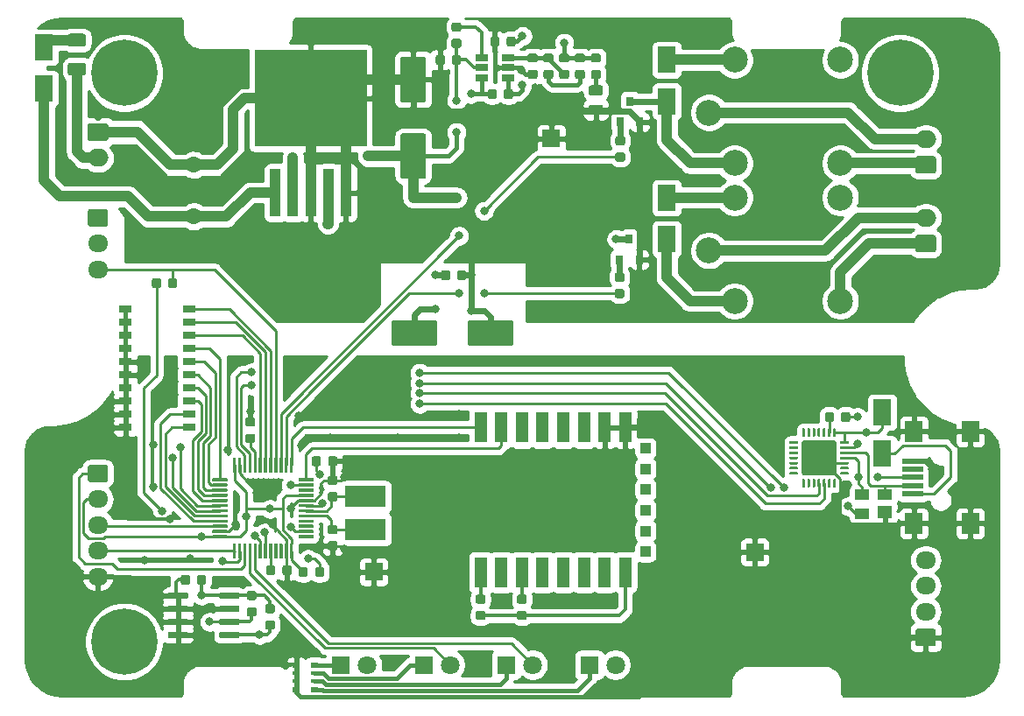
<source format=gtl>
G04 #@! TF.GenerationSoftware,KiCad,Pcbnew,(5.1.5)-3*
G04 #@! TF.CreationDate,2020-01-27T10:14:26+03:00*
G04 #@! TF.ProjectId,UBD,5542442e-6b69-4636-9164-5f7063625858,rev?*
G04 #@! TF.SameCoordinates,Original*
G04 #@! TF.FileFunction,Copper,L1,Top*
G04 #@! TF.FilePolarity,Positive*
%FSLAX46Y46*%
G04 Gerber Fmt 4.6, Leading zero omitted, Abs format (unit mm)*
G04 Created by KiCad (PCBNEW (5.1.5)-3) date 2020-01-27 10:14:26*
%MOMM*%
%LPD*%
G04 APERTURE LIST*
%ADD10R,1.250000X0.760000*%
%ADD11C,1.600000*%
%ADD12R,1.800000X2.500000*%
%ADD13R,1.200000X3.000000*%
%ADD14R,1.000000X1.000000*%
%ADD15R,1.700000X1.700000*%
%ADD16C,0.100000*%
%ADD17O,1.950000X1.700000*%
%ADD18O,2.000000X1.700000*%
%ADD19R,4.000000X2.100000*%
%ADD20R,1.220000X0.650000*%
%ADD21R,10.800000X9.400000*%
%ADD22R,1.100000X4.600000*%
%ADD23R,0.800000X0.500000*%
%ADD24R,0.800000X0.400000*%
%ADD25R,0.800000X0.900000*%
%ADD26C,2.500000*%
%ADD27R,1.700000X2.000000*%
%ADD28R,2.000000X0.500000*%
%ADD29R,1.400000X1.000000*%
%ADD30R,1.400000X1.200000*%
%ADD31R,1.800000X1.800000*%
%ADD32C,1.800000*%
%ADD33C,0.800000*%
%ADD34C,6.400000*%
%ADD35C,0.250000*%
%ADD36C,1.000000*%
%ADD37C,0.400000*%
%ADD38C,0.600000*%
%ADD39C,0.350000*%
%ADD40C,0.254000*%
G04 APERTURE END LIST*
D10*
X35052000Y-135890000D03*
X41202000Y-124460000D03*
X35052000Y-134620000D03*
X41202000Y-125730000D03*
X35052000Y-133350000D03*
X41202000Y-127000000D03*
X35052000Y-132080000D03*
X41202000Y-128270000D03*
X35052000Y-130810000D03*
X41202000Y-129540000D03*
X35052000Y-129540000D03*
X41202000Y-130810000D03*
X35052000Y-128270000D03*
X41202000Y-132080000D03*
X35052000Y-127000000D03*
X41202000Y-133350000D03*
X35052000Y-125730000D03*
X41202000Y-134620000D03*
X35052000Y-124460000D03*
X41202000Y-135890000D03*
D11*
X41656000Y-110490000D03*
X41656000Y-115490000D03*
D12*
X27178000Y-99124000D03*
X27178000Y-103124000D03*
X87376000Y-117665000D03*
X87376000Y-113665000D03*
X87376000Y-104330000D03*
X87376000Y-100330000D03*
X108204000Y-138430000D03*
X108204000Y-134430000D03*
D13*
X69368146Y-149894038D03*
X71368146Y-149894038D03*
X73368146Y-149894038D03*
X75368146Y-149894038D03*
X77368146Y-149894038D03*
X79368146Y-149894038D03*
X81368146Y-149894038D03*
X83368146Y-149894038D03*
D14*
X85318146Y-147894038D03*
X85318146Y-145894038D03*
X85318146Y-143894038D03*
X85318146Y-141894038D03*
X85318146Y-139894038D03*
X85318146Y-137894038D03*
D13*
X83368146Y-135894038D03*
X81368146Y-135894038D03*
X79368146Y-135894038D03*
X77368146Y-135894038D03*
X75368146Y-135894038D03*
X73368146Y-135894038D03*
X71368146Y-135894038D03*
X69368146Y-135894038D03*
D15*
X59055000Y-149860000D03*
X95885000Y-147955000D03*
X76200000Y-107950000D03*
G04 #@! TA.AperFunction,SMDPad,CuDef*
D16*
G36*
X41083191Y-150148053D02*
G01*
X41104426Y-150151203D01*
X41125250Y-150156419D01*
X41145462Y-150163651D01*
X41164868Y-150172830D01*
X41183281Y-150183866D01*
X41200524Y-150196654D01*
X41216430Y-150211070D01*
X41230846Y-150226976D01*
X41243634Y-150244219D01*
X41254670Y-150262632D01*
X41263849Y-150282038D01*
X41271081Y-150302250D01*
X41276297Y-150323074D01*
X41279447Y-150344309D01*
X41280500Y-150365750D01*
X41280500Y-150878250D01*
X41279447Y-150899691D01*
X41276297Y-150920926D01*
X41271081Y-150941750D01*
X41263849Y-150961962D01*
X41254670Y-150981368D01*
X41243634Y-150999781D01*
X41230846Y-151017024D01*
X41216430Y-151032930D01*
X41200524Y-151047346D01*
X41183281Y-151060134D01*
X41164868Y-151071170D01*
X41145462Y-151080349D01*
X41125250Y-151087581D01*
X41104426Y-151092797D01*
X41083191Y-151095947D01*
X41061750Y-151097000D01*
X40624250Y-151097000D01*
X40602809Y-151095947D01*
X40581574Y-151092797D01*
X40560750Y-151087581D01*
X40540538Y-151080349D01*
X40521132Y-151071170D01*
X40502719Y-151060134D01*
X40485476Y-151047346D01*
X40469570Y-151032930D01*
X40455154Y-151017024D01*
X40442366Y-150999781D01*
X40431330Y-150981368D01*
X40422151Y-150961962D01*
X40414919Y-150941750D01*
X40409703Y-150920926D01*
X40406553Y-150899691D01*
X40405500Y-150878250D01*
X40405500Y-150365750D01*
X40406553Y-150344309D01*
X40409703Y-150323074D01*
X40414919Y-150302250D01*
X40422151Y-150282038D01*
X40431330Y-150262632D01*
X40442366Y-150244219D01*
X40455154Y-150226976D01*
X40469570Y-150211070D01*
X40485476Y-150196654D01*
X40502719Y-150183866D01*
X40521132Y-150172830D01*
X40540538Y-150163651D01*
X40560750Y-150156419D01*
X40581574Y-150151203D01*
X40602809Y-150148053D01*
X40624250Y-150147000D01*
X41061750Y-150147000D01*
X41083191Y-150148053D01*
G37*
G04 #@! TD.AperFunction*
G04 #@! TA.AperFunction,SMDPad,CuDef*
G36*
X42658191Y-150148053D02*
G01*
X42679426Y-150151203D01*
X42700250Y-150156419D01*
X42720462Y-150163651D01*
X42739868Y-150172830D01*
X42758281Y-150183866D01*
X42775524Y-150196654D01*
X42791430Y-150211070D01*
X42805846Y-150226976D01*
X42818634Y-150244219D01*
X42829670Y-150262632D01*
X42838849Y-150282038D01*
X42846081Y-150302250D01*
X42851297Y-150323074D01*
X42854447Y-150344309D01*
X42855500Y-150365750D01*
X42855500Y-150878250D01*
X42854447Y-150899691D01*
X42851297Y-150920926D01*
X42846081Y-150941750D01*
X42838849Y-150961962D01*
X42829670Y-150981368D01*
X42818634Y-150999781D01*
X42805846Y-151017024D01*
X42791430Y-151032930D01*
X42775524Y-151047346D01*
X42758281Y-151060134D01*
X42739868Y-151071170D01*
X42720462Y-151080349D01*
X42700250Y-151087581D01*
X42679426Y-151092797D01*
X42658191Y-151095947D01*
X42636750Y-151097000D01*
X42199250Y-151097000D01*
X42177809Y-151095947D01*
X42156574Y-151092797D01*
X42135750Y-151087581D01*
X42115538Y-151080349D01*
X42096132Y-151071170D01*
X42077719Y-151060134D01*
X42060476Y-151047346D01*
X42044570Y-151032930D01*
X42030154Y-151017024D01*
X42017366Y-150999781D01*
X42006330Y-150981368D01*
X41997151Y-150961962D01*
X41989919Y-150941750D01*
X41984703Y-150920926D01*
X41981553Y-150899691D01*
X41980500Y-150878250D01*
X41980500Y-150365750D01*
X41981553Y-150344309D01*
X41984703Y-150323074D01*
X41989919Y-150302250D01*
X41997151Y-150282038D01*
X42006330Y-150262632D01*
X42017366Y-150244219D01*
X42030154Y-150226976D01*
X42044570Y-150211070D01*
X42060476Y-150196654D01*
X42077719Y-150183866D01*
X42096132Y-150172830D01*
X42115538Y-150163651D01*
X42135750Y-150156419D01*
X42156574Y-150151203D01*
X42177809Y-150148053D01*
X42199250Y-150147000D01*
X42636750Y-150147000D01*
X42658191Y-150148053D01*
G37*
G04 #@! TD.AperFunction*
G04 #@! TA.AperFunction,SMDPad,CuDef*
G36*
X72332504Y-125497204D02*
G01*
X72356773Y-125500804D01*
X72380571Y-125506765D01*
X72403671Y-125515030D01*
X72425849Y-125525520D01*
X72446893Y-125538133D01*
X72466598Y-125552747D01*
X72484777Y-125569223D01*
X72501253Y-125587402D01*
X72515867Y-125607107D01*
X72528480Y-125628151D01*
X72538970Y-125650329D01*
X72547235Y-125673429D01*
X72553196Y-125697227D01*
X72556796Y-125721496D01*
X72558000Y-125746000D01*
X72558000Y-127746000D01*
X72556796Y-127770504D01*
X72553196Y-127794773D01*
X72547235Y-127818571D01*
X72538970Y-127841671D01*
X72528480Y-127863849D01*
X72515867Y-127884893D01*
X72501253Y-127904598D01*
X72484777Y-127922777D01*
X72466598Y-127939253D01*
X72446893Y-127953867D01*
X72425849Y-127966480D01*
X72403671Y-127976970D01*
X72380571Y-127985235D01*
X72356773Y-127991196D01*
X72332504Y-127994796D01*
X72308000Y-127996000D01*
X68408000Y-127996000D01*
X68383496Y-127994796D01*
X68359227Y-127991196D01*
X68335429Y-127985235D01*
X68312329Y-127976970D01*
X68290151Y-127966480D01*
X68269107Y-127953867D01*
X68249402Y-127939253D01*
X68231223Y-127922777D01*
X68214747Y-127904598D01*
X68200133Y-127884893D01*
X68187520Y-127863849D01*
X68177030Y-127841671D01*
X68168765Y-127818571D01*
X68162804Y-127794773D01*
X68159204Y-127770504D01*
X68158000Y-127746000D01*
X68158000Y-125746000D01*
X68159204Y-125721496D01*
X68162804Y-125697227D01*
X68168765Y-125673429D01*
X68177030Y-125650329D01*
X68187520Y-125628151D01*
X68200133Y-125607107D01*
X68214747Y-125587402D01*
X68231223Y-125569223D01*
X68249402Y-125552747D01*
X68269107Y-125538133D01*
X68290151Y-125525520D01*
X68312329Y-125515030D01*
X68335429Y-125506765D01*
X68359227Y-125500804D01*
X68383496Y-125497204D01*
X68408000Y-125496000D01*
X72308000Y-125496000D01*
X72332504Y-125497204D01*
G37*
G04 #@! TD.AperFunction*
G04 #@! TA.AperFunction,SMDPad,CuDef*
G36*
X64932504Y-125497204D02*
G01*
X64956773Y-125500804D01*
X64980571Y-125506765D01*
X65003671Y-125515030D01*
X65025849Y-125525520D01*
X65046893Y-125538133D01*
X65066598Y-125552747D01*
X65084777Y-125569223D01*
X65101253Y-125587402D01*
X65115867Y-125607107D01*
X65128480Y-125628151D01*
X65138970Y-125650329D01*
X65147235Y-125673429D01*
X65153196Y-125697227D01*
X65156796Y-125721496D01*
X65158000Y-125746000D01*
X65158000Y-127746000D01*
X65156796Y-127770504D01*
X65153196Y-127794773D01*
X65147235Y-127818571D01*
X65138970Y-127841671D01*
X65128480Y-127863849D01*
X65115867Y-127884893D01*
X65101253Y-127904598D01*
X65084777Y-127922777D01*
X65066598Y-127939253D01*
X65046893Y-127953867D01*
X65025849Y-127966480D01*
X65003671Y-127976970D01*
X64980571Y-127985235D01*
X64956773Y-127991196D01*
X64932504Y-127994796D01*
X64908000Y-127996000D01*
X61008000Y-127996000D01*
X60983496Y-127994796D01*
X60959227Y-127991196D01*
X60935429Y-127985235D01*
X60912329Y-127976970D01*
X60890151Y-127966480D01*
X60869107Y-127953867D01*
X60849402Y-127939253D01*
X60831223Y-127922777D01*
X60814747Y-127904598D01*
X60800133Y-127884893D01*
X60787520Y-127863849D01*
X60777030Y-127841671D01*
X60768765Y-127818571D01*
X60762804Y-127794773D01*
X60759204Y-127770504D01*
X60758000Y-127746000D01*
X60758000Y-125746000D01*
X60759204Y-125721496D01*
X60762804Y-125697227D01*
X60768765Y-125673429D01*
X60777030Y-125650329D01*
X60787520Y-125628151D01*
X60800133Y-125607107D01*
X60814747Y-125587402D01*
X60831223Y-125569223D01*
X60849402Y-125552747D01*
X60869107Y-125538133D01*
X60890151Y-125525520D01*
X60912329Y-125515030D01*
X60935429Y-125506765D01*
X60959227Y-125500804D01*
X60983496Y-125497204D01*
X61008000Y-125496000D01*
X64908000Y-125496000D01*
X64932504Y-125497204D01*
G37*
G04 #@! TD.AperFunction*
G04 #@! TA.AperFunction,SMDPad,CuDef*
G36*
X47394691Y-134922460D02*
G01*
X47415926Y-134925610D01*
X47436750Y-134930826D01*
X47456962Y-134938058D01*
X47476368Y-134947237D01*
X47494781Y-134958273D01*
X47512024Y-134971061D01*
X47527930Y-134985477D01*
X47542346Y-135001383D01*
X47555134Y-135018626D01*
X47566170Y-135037039D01*
X47575349Y-135056445D01*
X47582581Y-135076657D01*
X47587797Y-135097481D01*
X47590947Y-135118716D01*
X47592000Y-135140157D01*
X47592000Y-135577657D01*
X47590947Y-135599098D01*
X47587797Y-135620333D01*
X47582581Y-135641157D01*
X47575349Y-135661369D01*
X47566170Y-135680775D01*
X47555134Y-135699188D01*
X47542346Y-135716431D01*
X47527930Y-135732337D01*
X47512024Y-135746753D01*
X47494781Y-135759541D01*
X47476368Y-135770577D01*
X47456962Y-135779756D01*
X47436750Y-135786988D01*
X47415926Y-135792204D01*
X47394691Y-135795354D01*
X47373250Y-135796407D01*
X46860750Y-135796407D01*
X46839309Y-135795354D01*
X46818074Y-135792204D01*
X46797250Y-135786988D01*
X46777038Y-135779756D01*
X46757632Y-135770577D01*
X46739219Y-135759541D01*
X46721976Y-135746753D01*
X46706070Y-135732337D01*
X46691654Y-135716431D01*
X46678866Y-135699188D01*
X46667830Y-135680775D01*
X46658651Y-135661369D01*
X46651419Y-135641157D01*
X46646203Y-135620333D01*
X46643053Y-135599098D01*
X46642000Y-135577657D01*
X46642000Y-135140157D01*
X46643053Y-135118716D01*
X46646203Y-135097481D01*
X46651419Y-135076657D01*
X46658651Y-135056445D01*
X46667830Y-135037039D01*
X46678866Y-135018626D01*
X46691654Y-135001383D01*
X46706070Y-134985477D01*
X46721976Y-134971061D01*
X46739219Y-134958273D01*
X46757632Y-134947237D01*
X46777038Y-134938058D01*
X46797250Y-134930826D01*
X46818074Y-134925610D01*
X46839309Y-134922460D01*
X46860750Y-134921407D01*
X47373250Y-134921407D01*
X47394691Y-134922460D01*
G37*
G04 #@! TD.AperFunction*
G04 #@! TA.AperFunction,SMDPad,CuDef*
G36*
X47394691Y-136497460D02*
G01*
X47415926Y-136500610D01*
X47436750Y-136505826D01*
X47456962Y-136513058D01*
X47476368Y-136522237D01*
X47494781Y-136533273D01*
X47512024Y-136546061D01*
X47527930Y-136560477D01*
X47542346Y-136576383D01*
X47555134Y-136593626D01*
X47566170Y-136612039D01*
X47575349Y-136631445D01*
X47582581Y-136651657D01*
X47587797Y-136672481D01*
X47590947Y-136693716D01*
X47592000Y-136715157D01*
X47592000Y-137152657D01*
X47590947Y-137174098D01*
X47587797Y-137195333D01*
X47582581Y-137216157D01*
X47575349Y-137236369D01*
X47566170Y-137255775D01*
X47555134Y-137274188D01*
X47542346Y-137291431D01*
X47527930Y-137307337D01*
X47512024Y-137321753D01*
X47494781Y-137334541D01*
X47476368Y-137345577D01*
X47456962Y-137354756D01*
X47436750Y-137361988D01*
X47415926Y-137367204D01*
X47394691Y-137370354D01*
X47373250Y-137371407D01*
X46860750Y-137371407D01*
X46839309Y-137370354D01*
X46818074Y-137367204D01*
X46797250Y-137361988D01*
X46777038Y-137354756D01*
X46757632Y-137345577D01*
X46739219Y-137334541D01*
X46721976Y-137321753D01*
X46706070Y-137307337D01*
X46691654Y-137291431D01*
X46678866Y-137274188D01*
X46667830Y-137255775D01*
X46658651Y-137236369D01*
X46651419Y-137216157D01*
X46646203Y-137195333D01*
X46643053Y-137174098D01*
X46642000Y-137152657D01*
X46642000Y-136715157D01*
X46643053Y-136693716D01*
X46646203Y-136672481D01*
X46651419Y-136651657D01*
X46658651Y-136631445D01*
X46667830Y-136612039D01*
X46678866Y-136593626D01*
X46691654Y-136576383D01*
X46706070Y-136560477D01*
X46721976Y-136546061D01*
X46739219Y-136533273D01*
X46757632Y-136522237D01*
X46777038Y-136513058D01*
X46797250Y-136505826D01*
X46818074Y-136500610D01*
X46839309Y-136497460D01*
X46860750Y-136496407D01*
X47373250Y-136496407D01*
X47394691Y-136497460D01*
G37*
G04 #@! TD.AperFunction*
G04 #@! TA.AperFunction,SMDPad,CuDef*
G36*
X79254381Y-101295031D02*
G01*
X79275616Y-101298181D01*
X79296440Y-101303397D01*
X79316652Y-101310629D01*
X79336058Y-101319808D01*
X79354471Y-101330844D01*
X79371714Y-101343632D01*
X79387620Y-101358048D01*
X79402036Y-101373954D01*
X79414824Y-101391197D01*
X79425860Y-101409610D01*
X79435039Y-101429016D01*
X79442271Y-101449228D01*
X79447487Y-101470052D01*
X79450637Y-101491287D01*
X79451690Y-101512728D01*
X79451690Y-101950228D01*
X79450637Y-101971669D01*
X79447487Y-101992904D01*
X79442271Y-102013728D01*
X79435039Y-102033940D01*
X79425860Y-102053346D01*
X79414824Y-102071759D01*
X79402036Y-102089002D01*
X79387620Y-102104908D01*
X79371714Y-102119324D01*
X79354471Y-102132112D01*
X79336058Y-102143148D01*
X79316652Y-102152327D01*
X79296440Y-102159559D01*
X79275616Y-102164775D01*
X79254381Y-102167925D01*
X79232940Y-102168978D01*
X78720440Y-102168978D01*
X78698999Y-102167925D01*
X78677764Y-102164775D01*
X78656940Y-102159559D01*
X78636728Y-102152327D01*
X78617322Y-102143148D01*
X78598909Y-102132112D01*
X78581666Y-102119324D01*
X78565760Y-102104908D01*
X78551344Y-102089002D01*
X78538556Y-102071759D01*
X78527520Y-102053346D01*
X78518341Y-102033940D01*
X78511109Y-102013728D01*
X78505893Y-101992904D01*
X78502743Y-101971669D01*
X78501690Y-101950228D01*
X78501690Y-101512728D01*
X78502743Y-101491287D01*
X78505893Y-101470052D01*
X78511109Y-101449228D01*
X78518341Y-101429016D01*
X78527520Y-101409610D01*
X78538556Y-101391197D01*
X78551344Y-101373954D01*
X78565760Y-101358048D01*
X78581666Y-101343632D01*
X78598909Y-101330844D01*
X78617322Y-101319808D01*
X78636728Y-101310629D01*
X78656940Y-101303397D01*
X78677764Y-101298181D01*
X78698999Y-101295031D01*
X78720440Y-101293978D01*
X79232940Y-101293978D01*
X79254381Y-101295031D01*
G37*
G04 #@! TD.AperFunction*
G04 #@! TA.AperFunction,SMDPad,CuDef*
G36*
X79254381Y-99720031D02*
G01*
X79275616Y-99723181D01*
X79296440Y-99728397D01*
X79316652Y-99735629D01*
X79336058Y-99744808D01*
X79354471Y-99755844D01*
X79371714Y-99768632D01*
X79387620Y-99783048D01*
X79402036Y-99798954D01*
X79414824Y-99816197D01*
X79425860Y-99834610D01*
X79435039Y-99854016D01*
X79442271Y-99874228D01*
X79447487Y-99895052D01*
X79450637Y-99916287D01*
X79451690Y-99937728D01*
X79451690Y-100375228D01*
X79450637Y-100396669D01*
X79447487Y-100417904D01*
X79442271Y-100438728D01*
X79435039Y-100458940D01*
X79425860Y-100478346D01*
X79414824Y-100496759D01*
X79402036Y-100514002D01*
X79387620Y-100529908D01*
X79371714Y-100544324D01*
X79354471Y-100557112D01*
X79336058Y-100568148D01*
X79316652Y-100577327D01*
X79296440Y-100584559D01*
X79275616Y-100589775D01*
X79254381Y-100592925D01*
X79232940Y-100593978D01*
X78720440Y-100593978D01*
X78698999Y-100592925D01*
X78677764Y-100589775D01*
X78656940Y-100584559D01*
X78636728Y-100577327D01*
X78617322Y-100568148D01*
X78598909Y-100557112D01*
X78581666Y-100544324D01*
X78565760Y-100529908D01*
X78551344Y-100514002D01*
X78538556Y-100496759D01*
X78527520Y-100478346D01*
X78518341Y-100458940D01*
X78511109Y-100438728D01*
X78505893Y-100417904D01*
X78502743Y-100396669D01*
X78501690Y-100375228D01*
X78501690Y-99937728D01*
X78502743Y-99916287D01*
X78505893Y-99895052D01*
X78511109Y-99874228D01*
X78518341Y-99854016D01*
X78527520Y-99834610D01*
X78538556Y-99816197D01*
X78551344Y-99798954D01*
X78565760Y-99783048D01*
X78581666Y-99768632D01*
X78598909Y-99755844D01*
X78617322Y-99744808D01*
X78636728Y-99735629D01*
X78656940Y-99728397D01*
X78677764Y-99723181D01*
X78698999Y-99720031D01*
X78720440Y-99718978D01*
X79232940Y-99718978D01*
X79254381Y-99720031D01*
G37*
G04 #@! TD.AperFunction*
D17*
X112395000Y-148710000D03*
X112395000Y-151210000D03*
X112395000Y-153710000D03*
G04 #@! TA.AperFunction,ComponentPad*
D16*
G36*
X113144504Y-155361204D02*
G01*
X113168773Y-155364804D01*
X113192571Y-155370765D01*
X113215671Y-155379030D01*
X113237849Y-155389520D01*
X113258893Y-155402133D01*
X113278598Y-155416747D01*
X113296777Y-155433223D01*
X113313253Y-155451402D01*
X113327867Y-155471107D01*
X113340480Y-155492151D01*
X113350970Y-155514329D01*
X113359235Y-155537429D01*
X113365196Y-155561227D01*
X113368796Y-155585496D01*
X113370000Y-155610000D01*
X113370000Y-156810000D01*
X113368796Y-156834504D01*
X113365196Y-156858773D01*
X113359235Y-156882571D01*
X113350970Y-156905671D01*
X113340480Y-156927849D01*
X113327867Y-156948893D01*
X113313253Y-156968598D01*
X113296777Y-156986777D01*
X113278598Y-157003253D01*
X113258893Y-157017867D01*
X113237849Y-157030480D01*
X113215671Y-157040970D01*
X113192571Y-157049235D01*
X113168773Y-157055196D01*
X113144504Y-157058796D01*
X113120000Y-157060000D01*
X111670000Y-157060000D01*
X111645496Y-157058796D01*
X111621227Y-157055196D01*
X111597429Y-157049235D01*
X111574329Y-157040970D01*
X111552151Y-157030480D01*
X111531107Y-157017867D01*
X111511402Y-157003253D01*
X111493223Y-156986777D01*
X111476747Y-156968598D01*
X111462133Y-156948893D01*
X111449520Y-156927849D01*
X111439030Y-156905671D01*
X111430765Y-156882571D01*
X111424804Y-156858773D01*
X111421204Y-156834504D01*
X111420000Y-156810000D01*
X111420000Y-155610000D01*
X111421204Y-155585496D01*
X111424804Y-155561227D01*
X111430765Y-155537429D01*
X111439030Y-155514329D01*
X111449520Y-155492151D01*
X111462133Y-155471107D01*
X111476747Y-155451402D01*
X111493223Y-155433223D01*
X111511402Y-155416747D01*
X111531107Y-155402133D01*
X111552151Y-155389520D01*
X111574329Y-155379030D01*
X111597429Y-155370765D01*
X111621227Y-155364804D01*
X111645496Y-155361204D01*
X111670000Y-155360000D01*
X113120000Y-155360000D01*
X113144504Y-155361204D01*
G37*
G04 #@! TD.AperFunction*
D18*
X112395000Y-115610000D03*
G04 #@! TA.AperFunction,ComponentPad*
D16*
G36*
X113169504Y-117261204D02*
G01*
X113193773Y-117264804D01*
X113217571Y-117270765D01*
X113240671Y-117279030D01*
X113262849Y-117289520D01*
X113283893Y-117302133D01*
X113303598Y-117316747D01*
X113321777Y-117333223D01*
X113338253Y-117351402D01*
X113352867Y-117371107D01*
X113365480Y-117392151D01*
X113375970Y-117414329D01*
X113384235Y-117437429D01*
X113390196Y-117461227D01*
X113393796Y-117485496D01*
X113395000Y-117510000D01*
X113395000Y-118710000D01*
X113393796Y-118734504D01*
X113390196Y-118758773D01*
X113384235Y-118782571D01*
X113375970Y-118805671D01*
X113365480Y-118827849D01*
X113352867Y-118848893D01*
X113338253Y-118868598D01*
X113321777Y-118886777D01*
X113303598Y-118903253D01*
X113283893Y-118917867D01*
X113262849Y-118930480D01*
X113240671Y-118940970D01*
X113217571Y-118949235D01*
X113193773Y-118955196D01*
X113169504Y-118958796D01*
X113145000Y-118960000D01*
X111645000Y-118960000D01*
X111620496Y-118958796D01*
X111596227Y-118955196D01*
X111572429Y-118949235D01*
X111549329Y-118940970D01*
X111527151Y-118930480D01*
X111506107Y-118917867D01*
X111486402Y-118903253D01*
X111468223Y-118886777D01*
X111451747Y-118868598D01*
X111437133Y-118848893D01*
X111424520Y-118827849D01*
X111414030Y-118805671D01*
X111405765Y-118782571D01*
X111399804Y-118758773D01*
X111396204Y-118734504D01*
X111395000Y-118710000D01*
X111395000Y-117510000D01*
X111396204Y-117485496D01*
X111399804Y-117461227D01*
X111405765Y-117437429D01*
X111414030Y-117414329D01*
X111424520Y-117392151D01*
X111437133Y-117371107D01*
X111451747Y-117351402D01*
X111468223Y-117333223D01*
X111486402Y-117316747D01*
X111506107Y-117302133D01*
X111527151Y-117289520D01*
X111549329Y-117279030D01*
X111572429Y-117270765D01*
X111596227Y-117264804D01*
X111620496Y-117261204D01*
X111645000Y-117260000D01*
X113145000Y-117260000D01*
X113169504Y-117261204D01*
G37*
G04 #@! TD.AperFunction*
D18*
X112395000Y-107990000D03*
G04 #@! TA.AperFunction,ComponentPad*
D16*
G36*
X113169504Y-109641204D02*
G01*
X113193773Y-109644804D01*
X113217571Y-109650765D01*
X113240671Y-109659030D01*
X113262849Y-109669520D01*
X113283893Y-109682133D01*
X113303598Y-109696747D01*
X113321777Y-109713223D01*
X113338253Y-109731402D01*
X113352867Y-109751107D01*
X113365480Y-109772151D01*
X113375970Y-109794329D01*
X113384235Y-109817429D01*
X113390196Y-109841227D01*
X113393796Y-109865496D01*
X113395000Y-109890000D01*
X113395000Y-111090000D01*
X113393796Y-111114504D01*
X113390196Y-111138773D01*
X113384235Y-111162571D01*
X113375970Y-111185671D01*
X113365480Y-111207849D01*
X113352867Y-111228893D01*
X113338253Y-111248598D01*
X113321777Y-111266777D01*
X113303598Y-111283253D01*
X113283893Y-111297867D01*
X113262849Y-111310480D01*
X113240671Y-111320970D01*
X113217571Y-111329235D01*
X113193773Y-111335196D01*
X113169504Y-111338796D01*
X113145000Y-111340000D01*
X111645000Y-111340000D01*
X111620496Y-111338796D01*
X111596227Y-111335196D01*
X111572429Y-111329235D01*
X111549329Y-111320970D01*
X111527151Y-111310480D01*
X111506107Y-111297867D01*
X111486402Y-111283253D01*
X111468223Y-111266777D01*
X111451747Y-111248598D01*
X111437133Y-111228893D01*
X111424520Y-111207849D01*
X111414030Y-111185671D01*
X111405765Y-111162571D01*
X111399804Y-111138773D01*
X111396204Y-111114504D01*
X111395000Y-111090000D01*
X111395000Y-109890000D01*
X111396204Y-109865496D01*
X111399804Y-109841227D01*
X111405765Y-109817429D01*
X111414030Y-109794329D01*
X111424520Y-109772151D01*
X111437133Y-109751107D01*
X111451747Y-109731402D01*
X111468223Y-109713223D01*
X111486402Y-109696747D01*
X111506107Y-109682133D01*
X111527151Y-109669520D01*
X111549329Y-109659030D01*
X111572429Y-109650765D01*
X111596227Y-109644804D01*
X111620496Y-109641204D01*
X111645000Y-109640000D01*
X113145000Y-109640000D01*
X113169504Y-109641204D01*
G37*
G04 #@! TD.AperFunction*
G04 #@! TA.AperFunction,SMDPad,CuDef*
G36*
X67316383Y-96718553D02*
G01*
X67337618Y-96721703D01*
X67358442Y-96726919D01*
X67378654Y-96734151D01*
X67398060Y-96743330D01*
X67416473Y-96754366D01*
X67433716Y-96767154D01*
X67449622Y-96781570D01*
X67464038Y-96797476D01*
X67476826Y-96814719D01*
X67487862Y-96833132D01*
X67497041Y-96852538D01*
X67504273Y-96872750D01*
X67509489Y-96893574D01*
X67512639Y-96914809D01*
X67513692Y-96936250D01*
X67513692Y-97373750D01*
X67512639Y-97395191D01*
X67509489Y-97416426D01*
X67504273Y-97437250D01*
X67497041Y-97457462D01*
X67487862Y-97476868D01*
X67476826Y-97495281D01*
X67464038Y-97512524D01*
X67449622Y-97528430D01*
X67433716Y-97542846D01*
X67416473Y-97555634D01*
X67398060Y-97566670D01*
X67378654Y-97575849D01*
X67358442Y-97583081D01*
X67337618Y-97588297D01*
X67316383Y-97591447D01*
X67294942Y-97592500D01*
X66782442Y-97592500D01*
X66761001Y-97591447D01*
X66739766Y-97588297D01*
X66718942Y-97583081D01*
X66698730Y-97575849D01*
X66679324Y-97566670D01*
X66660911Y-97555634D01*
X66643668Y-97542846D01*
X66627762Y-97528430D01*
X66613346Y-97512524D01*
X66600558Y-97495281D01*
X66589522Y-97476868D01*
X66580343Y-97457462D01*
X66573111Y-97437250D01*
X66567895Y-97416426D01*
X66564745Y-97395191D01*
X66563692Y-97373750D01*
X66563692Y-96936250D01*
X66564745Y-96914809D01*
X66567895Y-96893574D01*
X66573111Y-96872750D01*
X66580343Y-96852538D01*
X66589522Y-96833132D01*
X66600558Y-96814719D01*
X66613346Y-96797476D01*
X66627762Y-96781570D01*
X66643668Y-96767154D01*
X66660911Y-96754366D01*
X66679324Y-96743330D01*
X66698730Y-96734151D01*
X66718942Y-96726919D01*
X66739766Y-96721703D01*
X66761001Y-96718553D01*
X66782442Y-96717500D01*
X67294942Y-96717500D01*
X67316383Y-96718553D01*
G37*
G04 #@! TD.AperFunction*
G04 #@! TA.AperFunction,SMDPad,CuDef*
G36*
X67316383Y-98293553D02*
G01*
X67337618Y-98296703D01*
X67358442Y-98301919D01*
X67378654Y-98309151D01*
X67398060Y-98318330D01*
X67416473Y-98329366D01*
X67433716Y-98342154D01*
X67449622Y-98356570D01*
X67464038Y-98372476D01*
X67476826Y-98389719D01*
X67487862Y-98408132D01*
X67497041Y-98427538D01*
X67504273Y-98447750D01*
X67509489Y-98468574D01*
X67512639Y-98489809D01*
X67513692Y-98511250D01*
X67513692Y-98948750D01*
X67512639Y-98970191D01*
X67509489Y-98991426D01*
X67504273Y-99012250D01*
X67497041Y-99032462D01*
X67487862Y-99051868D01*
X67476826Y-99070281D01*
X67464038Y-99087524D01*
X67449622Y-99103430D01*
X67433716Y-99117846D01*
X67416473Y-99130634D01*
X67398060Y-99141670D01*
X67378654Y-99150849D01*
X67358442Y-99158081D01*
X67337618Y-99163297D01*
X67316383Y-99166447D01*
X67294942Y-99167500D01*
X66782442Y-99167500D01*
X66761001Y-99166447D01*
X66739766Y-99163297D01*
X66718942Y-99158081D01*
X66698730Y-99150849D01*
X66679324Y-99141670D01*
X66660911Y-99130634D01*
X66643668Y-99117846D01*
X66627762Y-99103430D01*
X66613346Y-99087524D01*
X66600558Y-99070281D01*
X66589522Y-99051868D01*
X66580343Y-99032462D01*
X66573111Y-99012250D01*
X66567895Y-98991426D01*
X66564745Y-98970191D01*
X66563692Y-98948750D01*
X66563692Y-98511250D01*
X66564745Y-98489809D01*
X66567895Y-98468574D01*
X66573111Y-98447750D01*
X66580343Y-98427538D01*
X66589522Y-98408132D01*
X66600558Y-98389719D01*
X66613346Y-98372476D01*
X66627762Y-98356570D01*
X66643668Y-98342154D01*
X66660911Y-98329366D01*
X66679324Y-98318330D01*
X66698730Y-98309151D01*
X66718942Y-98301919D01*
X66739766Y-98296703D01*
X66761001Y-98293553D01*
X66782442Y-98292500D01*
X67294942Y-98292500D01*
X67316383Y-98293553D01*
G37*
G04 #@! TD.AperFunction*
D18*
X32385000Y-109815000D03*
G04 #@! TA.AperFunction,ComponentPad*
D16*
G36*
X33159504Y-106466204D02*
G01*
X33183773Y-106469804D01*
X33207571Y-106475765D01*
X33230671Y-106484030D01*
X33252849Y-106494520D01*
X33273893Y-106507133D01*
X33293598Y-106521747D01*
X33311777Y-106538223D01*
X33328253Y-106556402D01*
X33342867Y-106576107D01*
X33355480Y-106597151D01*
X33365970Y-106619329D01*
X33374235Y-106642429D01*
X33380196Y-106666227D01*
X33383796Y-106690496D01*
X33385000Y-106715000D01*
X33385000Y-107915000D01*
X33383796Y-107939504D01*
X33380196Y-107963773D01*
X33374235Y-107987571D01*
X33365970Y-108010671D01*
X33355480Y-108032849D01*
X33342867Y-108053893D01*
X33328253Y-108073598D01*
X33311777Y-108091777D01*
X33293598Y-108108253D01*
X33273893Y-108122867D01*
X33252849Y-108135480D01*
X33230671Y-108145970D01*
X33207571Y-108154235D01*
X33183773Y-108160196D01*
X33159504Y-108163796D01*
X33135000Y-108165000D01*
X31635000Y-108165000D01*
X31610496Y-108163796D01*
X31586227Y-108160196D01*
X31562429Y-108154235D01*
X31539329Y-108145970D01*
X31517151Y-108135480D01*
X31496107Y-108122867D01*
X31476402Y-108108253D01*
X31458223Y-108091777D01*
X31441747Y-108073598D01*
X31427133Y-108053893D01*
X31414520Y-108032849D01*
X31404030Y-108010671D01*
X31395765Y-107987571D01*
X31389804Y-107963773D01*
X31386204Y-107939504D01*
X31385000Y-107915000D01*
X31385000Y-106715000D01*
X31386204Y-106690496D01*
X31389804Y-106666227D01*
X31395765Y-106642429D01*
X31404030Y-106619329D01*
X31414520Y-106597151D01*
X31427133Y-106576107D01*
X31441747Y-106556402D01*
X31458223Y-106538223D01*
X31476402Y-106521747D01*
X31496107Y-106507133D01*
X31517151Y-106494520D01*
X31539329Y-106484030D01*
X31562429Y-106475765D01*
X31586227Y-106469804D01*
X31610496Y-106466204D01*
X31635000Y-106465000D01*
X33135000Y-106465000D01*
X33159504Y-106466204D01*
G37*
G04 #@! TD.AperFunction*
D17*
X32384999Y-120610000D03*
X32384999Y-118110000D03*
G04 #@! TA.AperFunction,ComponentPad*
D16*
G36*
X33134503Y-114761204D02*
G01*
X33158772Y-114764804D01*
X33182570Y-114770765D01*
X33205670Y-114779030D01*
X33227848Y-114789520D01*
X33248892Y-114802133D01*
X33268597Y-114816747D01*
X33286776Y-114833223D01*
X33303252Y-114851402D01*
X33317866Y-114871107D01*
X33330479Y-114892151D01*
X33340969Y-114914329D01*
X33349234Y-114937429D01*
X33355195Y-114961227D01*
X33358795Y-114985496D01*
X33359999Y-115010000D01*
X33359999Y-116210000D01*
X33358795Y-116234504D01*
X33355195Y-116258773D01*
X33349234Y-116282571D01*
X33340969Y-116305671D01*
X33330479Y-116327849D01*
X33317866Y-116348893D01*
X33303252Y-116368598D01*
X33286776Y-116386777D01*
X33268597Y-116403253D01*
X33248892Y-116417867D01*
X33227848Y-116430480D01*
X33205670Y-116440970D01*
X33182570Y-116449235D01*
X33158772Y-116455196D01*
X33134503Y-116458796D01*
X33109999Y-116460000D01*
X31659999Y-116460000D01*
X31635495Y-116458796D01*
X31611226Y-116455196D01*
X31587428Y-116449235D01*
X31564328Y-116440970D01*
X31542150Y-116430480D01*
X31521106Y-116417867D01*
X31501401Y-116403253D01*
X31483222Y-116386777D01*
X31466746Y-116368598D01*
X31452132Y-116348893D01*
X31439519Y-116327849D01*
X31429029Y-116305671D01*
X31420764Y-116282571D01*
X31414803Y-116258773D01*
X31411203Y-116234504D01*
X31409999Y-116210000D01*
X31409999Y-115010000D01*
X31411203Y-114985496D01*
X31414803Y-114961227D01*
X31420764Y-114937429D01*
X31429029Y-114914329D01*
X31439519Y-114892151D01*
X31452132Y-114871107D01*
X31466746Y-114851402D01*
X31483222Y-114833223D01*
X31501401Y-114816747D01*
X31521106Y-114802133D01*
X31542150Y-114789520D01*
X31564328Y-114779030D01*
X31587428Y-114770765D01*
X31611226Y-114764804D01*
X31635495Y-114761204D01*
X31659999Y-114760000D01*
X33109999Y-114760000D01*
X33134503Y-114761204D01*
G37*
G04 #@! TD.AperFunction*
D17*
X32385000Y-150335000D03*
X32385000Y-147835000D03*
X32385000Y-145335000D03*
X32385000Y-142835000D03*
G04 #@! TA.AperFunction,ComponentPad*
D16*
G36*
X33134504Y-139486204D02*
G01*
X33158773Y-139489804D01*
X33182571Y-139495765D01*
X33205671Y-139504030D01*
X33227849Y-139514520D01*
X33248893Y-139527133D01*
X33268598Y-139541747D01*
X33286777Y-139558223D01*
X33303253Y-139576402D01*
X33317867Y-139596107D01*
X33330480Y-139617151D01*
X33340970Y-139639329D01*
X33349235Y-139662429D01*
X33355196Y-139686227D01*
X33358796Y-139710496D01*
X33360000Y-139735000D01*
X33360000Y-140935000D01*
X33358796Y-140959504D01*
X33355196Y-140983773D01*
X33349235Y-141007571D01*
X33340970Y-141030671D01*
X33330480Y-141052849D01*
X33317867Y-141073893D01*
X33303253Y-141093598D01*
X33286777Y-141111777D01*
X33268598Y-141128253D01*
X33248893Y-141142867D01*
X33227849Y-141155480D01*
X33205671Y-141165970D01*
X33182571Y-141174235D01*
X33158773Y-141180196D01*
X33134504Y-141183796D01*
X33110000Y-141185000D01*
X31660000Y-141185000D01*
X31635496Y-141183796D01*
X31611227Y-141180196D01*
X31587429Y-141174235D01*
X31564329Y-141165970D01*
X31542151Y-141155480D01*
X31521107Y-141142867D01*
X31501402Y-141128253D01*
X31483223Y-141111777D01*
X31466747Y-141093598D01*
X31452133Y-141073893D01*
X31439520Y-141052849D01*
X31429030Y-141030671D01*
X31420765Y-141007571D01*
X31414804Y-140983773D01*
X31411204Y-140959504D01*
X31410000Y-140935000D01*
X31410000Y-139735000D01*
X31411204Y-139710496D01*
X31414804Y-139686227D01*
X31420765Y-139662429D01*
X31429030Y-139639329D01*
X31439520Y-139617151D01*
X31452133Y-139596107D01*
X31466747Y-139576402D01*
X31483223Y-139558223D01*
X31501402Y-139541747D01*
X31521107Y-139527133D01*
X31542151Y-139514520D01*
X31564329Y-139504030D01*
X31587429Y-139495765D01*
X31611227Y-139489804D01*
X31635496Y-139486204D01*
X31660000Y-139485000D01*
X33110000Y-139485000D01*
X33134504Y-139486204D01*
G37*
G04 #@! TD.AperFunction*
D19*
X58255850Y-145758848D03*
X58255850Y-142583848D03*
D20*
X69451690Y-102046480D03*
X69451690Y-101096480D03*
X69451690Y-100146480D03*
X72071690Y-100146480D03*
X72071690Y-101096480D03*
X72071690Y-102046480D03*
G04 #@! TA.AperFunction,SMDPad,CuDef*
D16*
G36*
X45921703Y-151846722D02*
G01*
X45936264Y-151848882D01*
X45950543Y-151852459D01*
X45964403Y-151857418D01*
X45977710Y-151863712D01*
X45990336Y-151871280D01*
X46002159Y-151880048D01*
X46013066Y-151889934D01*
X46022952Y-151900841D01*
X46031720Y-151912664D01*
X46039288Y-151925290D01*
X46045582Y-151938597D01*
X46050541Y-151952457D01*
X46054118Y-151966736D01*
X46056278Y-151981297D01*
X46057000Y-151996000D01*
X46057000Y-152296000D01*
X46056278Y-152310703D01*
X46054118Y-152325264D01*
X46050541Y-152339543D01*
X46045582Y-152353403D01*
X46039288Y-152366710D01*
X46031720Y-152379336D01*
X46022952Y-152391159D01*
X46013066Y-152402066D01*
X46002159Y-152411952D01*
X45990336Y-152420720D01*
X45977710Y-152428288D01*
X45964403Y-152434582D01*
X45950543Y-152439541D01*
X45936264Y-152443118D01*
X45921703Y-152445278D01*
X45907000Y-152446000D01*
X44257000Y-152446000D01*
X44242297Y-152445278D01*
X44227736Y-152443118D01*
X44213457Y-152439541D01*
X44199597Y-152434582D01*
X44186290Y-152428288D01*
X44173664Y-152420720D01*
X44161841Y-152411952D01*
X44150934Y-152402066D01*
X44141048Y-152391159D01*
X44132280Y-152379336D01*
X44124712Y-152366710D01*
X44118418Y-152353403D01*
X44113459Y-152339543D01*
X44109882Y-152325264D01*
X44107722Y-152310703D01*
X44107000Y-152296000D01*
X44107000Y-151996000D01*
X44107722Y-151981297D01*
X44109882Y-151966736D01*
X44113459Y-151952457D01*
X44118418Y-151938597D01*
X44124712Y-151925290D01*
X44132280Y-151912664D01*
X44141048Y-151900841D01*
X44150934Y-151889934D01*
X44161841Y-151880048D01*
X44173664Y-151871280D01*
X44186290Y-151863712D01*
X44199597Y-151857418D01*
X44213457Y-151852459D01*
X44227736Y-151848882D01*
X44242297Y-151846722D01*
X44257000Y-151846000D01*
X45907000Y-151846000D01*
X45921703Y-151846722D01*
G37*
G04 #@! TD.AperFunction*
G04 #@! TA.AperFunction,SMDPad,CuDef*
G36*
X45921703Y-153116722D02*
G01*
X45936264Y-153118882D01*
X45950543Y-153122459D01*
X45964403Y-153127418D01*
X45977710Y-153133712D01*
X45990336Y-153141280D01*
X46002159Y-153150048D01*
X46013066Y-153159934D01*
X46022952Y-153170841D01*
X46031720Y-153182664D01*
X46039288Y-153195290D01*
X46045582Y-153208597D01*
X46050541Y-153222457D01*
X46054118Y-153236736D01*
X46056278Y-153251297D01*
X46057000Y-153266000D01*
X46057000Y-153566000D01*
X46056278Y-153580703D01*
X46054118Y-153595264D01*
X46050541Y-153609543D01*
X46045582Y-153623403D01*
X46039288Y-153636710D01*
X46031720Y-153649336D01*
X46022952Y-153661159D01*
X46013066Y-153672066D01*
X46002159Y-153681952D01*
X45990336Y-153690720D01*
X45977710Y-153698288D01*
X45964403Y-153704582D01*
X45950543Y-153709541D01*
X45936264Y-153713118D01*
X45921703Y-153715278D01*
X45907000Y-153716000D01*
X44257000Y-153716000D01*
X44242297Y-153715278D01*
X44227736Y-153713118D01*
X44213457Y-153709541D01*
X44199597Y-153704582D01*
X44186290Y-153698288D01*
X44173664Y-153690720D01*
X44161841Y-153681952D01*
X44150934Y-153672066D01*
X44141048Y-153661159D01*
X44132280Y-153649336D01*
X44124712Y-153636710D01*
X44118418Y-153623403D01*
X44113459Y-153609543D01*
X44109882Y-153595264D01*
X44107722Y-153580703D01*
X44107000Y-153566000D01*
X44107000Y-153266000D01*
X44107722Y-153251297D01*
X44109882Y-153236736D01*
X44113459Y-153222457D01*
X44118418Y-153208597D01*
X44124712Y-153195290D01*
X44132280Y-153182664D01*
X44141048Y-153170841D01*
X44150934Y-153159934D01*
X44161841Y-153150048D01*
X44173664Y-153141280D01*
X44186290Y-153133712D01*
X44199597Y-153127418D01*
X44213457Y-153122459D01*
X44227736Y-153118882D01*
X44242297Y-153116722D01*
X44257000Y-153116000D01*
X45907000Y-153116000D01*
X45921703Y-153116722D01*
G37*
G04 #@! TD.AperFunction*
G04 #@! TA.AperFunction,SMDPad,CuDef*
G36*
X45921703Y-154386722D02*
G01*
X45936264Y-154388882D01*
X45950543Y-154392459D01*
X45964403Y-154397418D01*
X45977710Y-154403712D01*
X45990336Y-154411280D01*
X46002159Y-154420048D01*
X46013066Y-154429934D01*
X46022952Y-154440841D01*
X46031720Y-154452664D01*
X46039288Y-154465290D01*
X46045582Y-154478597D01*
X46050541Y-154492457D01*
X46054118Y-154506736D01*
X46056278Y-154521297D01*
X46057000Y-154536000D01*
X46057000Y-154836000D01*
X46056278Y-154850703D01*
X46054118Y-154865264D01*
X46050541Y-154879543D01*
X46045582Y-154893403D01*
X46039288Y-154906710D01*
X46031720Y-154919336D01*
X46022952Y-154931159D01*
X46013066Y-154942066D01*
X46002159Y-154951952D01*
X45990336Y-154960720D01*
X45977710Y-154968288D01*
X45964403Y-154974582D01*
X45950543Y-154979541D01*
X45936264Y-154983118D01*
X45921703Y-154985278D01*
X45907000Y-154986000D01*
X44257000Y-154986000D01*
X44242297Y-154985278D01*
X44227736Y-154983118D01*
X44213457Y-154979541D01*
X44199597Y-154974582D01*
X44186290Y-154968288D01*
X44173664Y-154960720D01*
X44161841Y-154951952D01*
X44150934Y-154942066D01*
X44141048Y-154931159D01*
X44132280Y-154919336D01*
X44124712Y-154906710D01*
X44118418Y-154893403D01*
X44113459Y-154879543D01*
X44109882Y-154865264D01*
X44107722Y-154850703D01*
X44107000Y-154836000D01*
X44107000Y-154536000D01*
X44107722Y-154521297D01*
X44109882Y-154506736D01*
X44113459Y-154492457D01*
X44118418Y-154478597D01*
X44124712Y-154465290D01*
X44132280Y-154452664D01*
X44141048Y-154440841D01*
X44150934Y-154429934D01*
X44161841Y-154420048D01*
X44173664Y-154411280D01*
X44186290Y-154403712D01*
X44199597Y-154397418D01*
X44213457Y-154392459D01*
X44227736Y-154388882D01*
X44242297Y-154386722D01*
X44257000Y-154386000D01*
X45907000Y-154386000D01*
X45921703Y-154386722D01*
G37*
G04 #@! TD.AperFunction*
G04 #@! TA.AperFunction,SMDPad,CuDef*
G36*
X45921703Y-155656722D02*
G01*
X45936264Y-155658882D01*
X45950543Y-155662459D01*
X45964403Y-155667418D01*
X45977710Y-155673712D01*
X45990336Y-155681280D01*
X46002159Y-155690048D01*
X46013066Y-155699934D01*
X46022952Y-155710841D01*
X46031720Y-155722664D01*
X46039288Y-155735290D01*
X46045582Y-155748597D01*
X46050541Y-155762457D01*
X46054118Y-155776736D01*
X46056278Y-155791297D01*
X46057000Y-155806000D01*
X46057000Y-156106000D01*
X46056278Y-156120703D01*
X46054118Y-156135264D01*
X46050541Y-156149543D01*
X46045582Y-156163403D01*
X46039288Y-156176710D01*
X46031720Y-156189336D01*
X46022952Y-156201159D01*
X46013066Y-156212066D01*
X46002159Y-156221952D01*
X45990336Y-156230720D01*
X45977710Y-156238288D01*
X45964403Y-156244582D01*
X45950543Y-156249541D01*
X45936264Y-156253118D01*
X45921703Y-156255278D01*
X45907000Y-156256000D01*
X44257000Y-156256000D01*
X44242297Y-156255278D01*
X44227736Y-156253118D01*
X44213457Y-156249541D01*
X44199597Y-156244582D01*
X44186290Y-156238288D01*
X44173664Y-156230720D01*
X44161841Y-156221952D01*
X44150934Y-156212066D01*
X44141048Y-156201159D01*
X44132280Y-156189336D01*
X44124712Y-156176710D01*
X44118418Y-156163403D01*
X44113459Y-156149543D01*
X44109882Y-156135264D01*
X44107722Y-156120703D01*
X44107000Y-156106000D01*
X44107000Y-155806000D01*
X44107722Y-155791297D01*
X44109882Y-155776736D01*
X44113459Y-155762457D01*
X44118418Y-155748597D01*
X44124712Y-155735290D01*
X44132280Y-155722664D01*
X44141048Y-155710841D01*
X44150934Y-155699934D01*
X44161841Y-155690048D01*
X44173664Y-155681280D01*
X44186290Y-155673712D01*
X44199597Y-155667418D01*
X44213457Y-155662459D01*
X44227736Y-155658882D01*
X44242297Y-155656722D01*
X44257000Y-155656000D01*
X45907000Y-155656000D01*
X45921703Y-155656722D01*
G37*
G04 #@! TD.AperFunction*
G04 #@! TA.AperFunction,SMDPad,CuDef*
G36*
X40971703Y-155656722D02*
G01*
X40986264Y-155658882D01*
X41000543Y-155662459D01*
X41014403Y-155667418D01*
X41027710Y-155673712D01*
X41040336Y-155681280D01*
X41052159Y-155690048D01*
X41063066Y-155699934D01*
X41072952Y-155710841D01*
X41081720Y-155722664D01*
X41089288Y-155735290D01*
X41095582Y-155748597D01*
X41100541Y-155762457D01*
X41104118Y-155776736D01*
X41106278Y-155791297D01*
X41107000Y-155806000D01*
X41107000Y-156106000D01*
X41106278Y-156120703D01*
X41104118Y-156135264D01*
X41100541Y-156149543D01*
X41095582Y-156163403D01*
X41089288Y-156176710D01*
X41081720Y-156189336D01*
X41072952Y-156201159D01*
X41063066Y-156212066D01*
X41052159Y-156221952D01*
X41040336Y-156230720D01*
X41027710Y-156238288D01*
X41014403Y-156244582D01*
X41000543Y-156249541D01*
X40986264Y-156253118D01*
X40971703Y-156255278D01*
X40957000Y-156256000D01*
X39307000Y-156256000D01*
X39292297Y-156255278D01*
X39277736Y-156253118D01*
X39263457Y-156249541D01*
X39249597Y-156244582D01*
X39236290Y-156238288D01*
X39223664Y-156230720D01*
X39211841Y-156221952D01*
X39200934Y-156212066D01*
X39191048Y-156201159D01*
X39182280Y-156189336D01*
X39174712Y-156176710D01*
X39168418Y-156163403D01*
X39163459Y-156149543D01*
X39159882Y-156135264D01*
X39157722Y-156120703D01*
X39157000Y-156106000D01*
X39157000Y-155806000D01*
X39157722Y-155791297D01*
X39159882Y-155776736D01*
X39163459Y-155762457D01*
X39168418Y-155748597D01*
X39174712Y-155735290D01*
X39182280Y-155722664D01*
X39191048Y-155710841D01*
X39200934Y-155699934D01*
X39211841Y-155690048D01*
X39223664Y-155681280D01*
X39236290Y-155673712D01*
X39249597Y-155667418D01*
X39263457Y-155662459D01*
X39277736Y-155658882D01*
X39292297Y-155656722D01*
X39307000Y-155656000D01*
X40957000Y-155656000D01*
X40971703Y-155656722D01*
G37*
G04 #@! TD.AperFunction*
G04 #@! TA.AperFunction,SMDPad,CuDef*
G36*
X40971703Y-154386722D02*
G01*
X40986264Y-154388882D01*
X41000543Y-154392459D01*
X41014403Y-154397418D01*
X41027710Y-154403712D01*
X41040336Y-154411280D01*
X41052159Y-154420048D01*
X41063066Y-154429934D01*
X41072952Y-154440841D01*
X41081720Y-154452664D01*
X41089288Y-154465290D01*
X41095582Y-154478597D01*
X41100541Y-154492457D01*
X41104118Y-154506736D01*
X41106278Y-154521297D01*
X41107000Y-154536000D01*
X41107000Y-154836000D01*
X41106278Y-154850703D01*
X41104118Y-154865264D01*
X41100541Y-154879543D01*
X41095582Y-154893403D01*
X41089288Y-154906710D01*
X41081720Y-154919336D01*
X41072952Y-154931159D01*
X41063066Y-154942066D01*
X41052159Y-154951952D01*
X41040336Y-154960720D01*
X41027710Y-154968288D01*
X41014403Y-154974582D01*
X41000543Y-154979541D01*
X40986264Y-154983118D01*
X40971703Y-154985278D01*
X40957000Y-154986000D01*
X39307000Y-154986000D01*
X39292297Y-154985278D01*
X39277736Y-154983118D01*
X39263457Y-154979541D01*
X39249597Y-154974582D01*
X39236290Y-154968288D01*
X39223664Y-154960720D01*
X39211841Y-154951952D01*
X39200934Y-154942066D01*
X39191048Y-154931159D01*
X39182280Y-154919336D01*
X39174712Y-154906710D01*
X39168418Y-154893403D01*
X39163459Y-154879543D01*
X39159882Y-154865264D01*
X39157722Y-154850703D01*
X39157000Y-154836000D01*
X39157000Y-154536000D01*
X39157722Y-154521297D01*
X39159882Y-154506736D01*
X39163459Y-154492457D01*
X39168418Y-154478597D01*
X39174712Y-154465290D01*
X39182280Y-154452664D01*
X39191048Y-154440841D01*
X39200934Y-154429934D01*
X39211841Y-154420048D01*
X39223664Y-154411280D01*
X39236290Y-154403712D01*
X39249597Y-154397418D01*
X39263457Y-154392459D01*
X39277736Y-154388882D01*
X39292297Y-154386722D01*
X39307000Y-154386000D01*
X40957000Y-154386000D01*
X40971703Y-154386722D01*
G37*
G04 #@! TD.AperFunction*
G04 #@! TA.AperFunction,SMDPad,CuDef*
G36*
X40971703Y-153116722D02*
G01*
X40986264Y-153118882D01*
X41000543Y-153122459D01*
X41014403Y-153127418D01*
X41027710Y-153133712D01*
X41040336Y-153141280D01*
X41052159Y-153150048D01*
X41063066Y-153159934D01*
X41072952Y-153170841D01*
X41081720Y-153182664D01*
X41089288Y-153195290D01*
X41095582Y-153208597D01*
X41100541Y-153222457D01*
X41104118Y-153236736D01*
X41106278Y-153251297D01*
X41107000Y-153266000D01*
X41107000Y-153566000D01*
X41106278Y-153580703D01*
X41104118Y-153595264D01*
X41100541Y-153609543D01*
X41095582Y-153623403D01*
X41089288Y-153636710D01*
X41081720Y-153649336D01*
X41072952Y-153661159D01*
X41063066Y-153672066D01*
X41052159Y-153681952D01*
X41040336Y-153690720D01*
X41027710Y-153698288D01*
X41014403Y-153704582D01*
X41000543Y-153709541D01*
X40986264Y-153713118D01*
X40971703Y-153715278D01*
X40957000Y-153716000D01*
X39307000Y-153716000D01*
X39292297Y-153715278D01*
X39277736Y-153713118D01*
X39263457Y-153709541D01*
X39249597Y-153704582D01*
X39236290Y-153698288D01*
X39223664Y-153690720D01*
X39211841Y-153681952D01*
X39200934Y-153672066D01*
X39191048Y-153661159D01*
X39182280Y-153649336D01*
X39174712Y-153636710D01*
X39168418Y-153623403D01*
X39163459Y-153609543D01*
X39159882Y-153595264D01*
X39157722Y-153580703D01*
X39157000Y-153566000D01*
X39157000Y-153266000D01*
X39157722Y-153251297D01*
X39159882Y-153236736D01*
X39163459Y-153222457D01*
X39168418Y-153208597D01*
X39174712Y-153195290D01*
X39182280Y-153182664D01*
X39191048Y-153170841D01*
X39200934Y-153159934D01*
X39211841Y-153150048D01*
X39223664Y-153141280D01*
X39236290Y-153133712D01*
X39249597Y-153127418D01*
X39263457Y-153122459D01*
X39277736Y-153118882D01*
X39292297Y-153116722D01*
X39307000Y-153116000D01*
X40957000Y-153116000D01*
X40971703Y-153116722D01*
G37*
G04 #@! TD.AperFunction*
G04 #@! TA.AperFunction,SMDPad,CuDef*
G36*
X40971703Y-151846722D02*
G01*
X40986264Y-151848882D01*
X41000543Y-151852459D01*
X41014403Y-151857418D01*
X41027710Y-151863712D01*
X41040336Y-151871280D01*
X41052159Y-151880048D01*
X41063066Y-151889934D01*
X41072952Y-151900841D01*
X41081720Y-151912664D01*
X41089288Y-151925290D01*
X41095582Y-151938597D01*
X41100541Y-151952457D01*
X41104118Y-151966736D01*
X41106278Y-151981297D01*
X41107000Y-151996000D01*
X41107000Y-152296000D01*
X41106278Y-152310703D01*
X41104118Y-152325264D01*
X41100541Y-152339543D01*
X41095582Y-152353403D01*
X41089288Y-152366710D01*
X41081720Y-152379336D01*
X41072952Y-152391159D01*
X41063066Y-152402066D01*
X41052159Y-152411952D01*
X41040336Y-152420720D01*
X41027710Y-152428288D01*
X41014403Y-152434582D01*
X41000543Y-152439541D01*
X40986264Y-152443118D01*
X40971703Y-152445278D01*
X40957000Y-152446000D01*
X39307000Y-152446000D01*
X39292297Y-152445278D01*
X39277736Y-152443118D01*
X39263457Y-152439541D01*
X39249597Y-152434582D01*
X39236290Y-152428288D01*
X39223664Y-152420720D01*
X39211841Y-152411952D01*
X39200934Y-152402066D01*
X39191048Y-152391159D01*
X39182280Y-152379336D01*
X39174712Y-152366710D01*
X39168418Y-152353403D01*
X39163459Y-152339543D01*
X39159882Y-152325264D01*
X39157722Y-152310703D01*
X39157000Y-152296000D01*
X39157000Y-151996000D01*
X39157722Y-151981297D01*
X39159882Y-151966736D01*
X39163459Y-151952457D01*
X39168418Y-151938597D01*
X39174712Y-151925290D01*
X39182280Y-151912664D01*
X39191048Y-151900841D01*
X39200934Y-151889934D01*
X39211841Y-151880048D01*
X39223664Y-151871280D01*
X39236290Y-151863712D01*
X39249597Y-151857418D01*
X39263457Y-151852459D01*
X39277736Y-151848882D01*
X39292297Y-151846722D01*
X39307000Y-151846000D01*
X40957000Y-151846000D01*
X40971703Y-151846722D01*
G37*
G04 #@! TD.AperFunction*
G04 #@! TA.AperFunction,SMDPad,CuDef*
G36*
X103653629Y-140884300D02*
G01*
X103659696Y-140885200D01*
X103665646Y-140886690D01*
X103671421Y-140888757D01*
X103676965Y-140891379D01*
X103682226Y-140894532D01*
X103687153Y-140898186D01*
X103691697Y-140902305D01*
X103695816Y-140906849D01*
X103699470Y-140911776D01*
X103702623Y-140917037D01*
X103705245Y-140922581D01*
X103707312Y-140928356D01*
X103708802Y-140934306D01*
X103709702Y-140940373D01*
X103710003Y-140946499D01*
X103710003Y-141621499D01*
X103709702Y-141627625D01*
X103708802Y-141633692D01*
X103707312Y-141639642D01*
X103705245Y-141645417D01*
X103702623Y-141650961D01*
X103699470Y-141656222D01*
X103695816Y-141661149D01*
X103691697Y-141665693D01*
X103687153Y-141669812D01*
X103682226Y-141673466D01*
X103676965Y-141676619D01*
X103671421Y-141679241D01*
X103665646Y-141681308D01*
X103659696Y-141682798D01*
X103653629Y-141683698D01*
X103647503Y-141683999D01*
X103522503Y-141683999D01*
X103516377Y-141683698D01*
X103510310Y-141682798D01*
X103504360Y-141681308D01*
X103498585Y-141679241D01*
X103493041Y-141676619D01*
X103487780Y-141673466D01*
X103482853Y-141669812D01*
X103478309Y-141665693D01*
X103474190Y-141661149D01*
X103470536Y-141656222D01*
X103467383Y-141650961D01*
X103464761Y-141645417D01*
X103462694Y-141639642D01*
X103461204Y-141633692D01*
X103460304Y-141627625D01*
X103460003Y-141621499D01*
X103460003Y-140946499D01*
X103460304Y-140940373D01*
X103461204Y-140934306D01*
X103462694Y-140928356D01*
X103464761Y-140922581D01*
X103467383Y-140917037D01*
X103470536Y-140911776D01*
X103474190Y-140906849D01*
X103478309Y-140902305D01*
X103482853Y-140898186D01*
X103487780Y-140894532D01*
X103493041Y-140891379D01*
X103498585Y-140888757D01*
X103504360Y-140886690D01*
X103510310Y-140885200D01*
X103516377Y-140884300D01*
X103522503Y-140883999D01*
X103647503Y-140883999D01*
X103653629Y-140884300D01*
G37*
G04 #@! TD.AperFunction*
G04 #@! TA.AperFunction,SMDPad,CuDef*
G36*
X103153629Y-140884300D02*
G01*
X103159696Y-140885200D01*
X103165646Y-140886690D01*
X103171421Y-140888757D01*
X103176965Y-140891379D01*
X103182226Y-140894532D01*
X103187153Y-140898186D01*
X103191697Y-140902305D01*
X103195816Y-140906849D01*
X103199470Y-140911776D01*
X103202623Y-140917037D01*
X103205245Y-140922581D01*
X103207312Y-140928356D01*
X103208802Y-140934306D01*
X103209702Y-140940373D01*
X103210003Y-140946499D01*
X103210003Y-141621499D01*
X103209702Y-141627625D01*
X103208802Y-141633692D01*
X103207312Y-141639642D01*
X103205245Y-141645417D01*
X103202623Y-141650961D01*
X103199470Y-141656222D01*
X103195816Y-141661149D01*
X103191697Y-141665693D01*
X103187153Y-141669812D01*
X103182226Y-141673466D01*
X103176965Y-141676619D01*
X103171421Y-141679241D01*
X103165646Y-141681308D01*
X103159696Y-141682798D01*
X103153629Y-141683698D01*
X103147503Y-141683999D01*
X103022503Y-141683999D01*
X103016377Y-141683698D01*
X103010310Y-141682798D01*
X103004360Y-141681308D01*
X102998585Y-141679241D01*
X102993041Y-141676619D01*
X102987780Y-141673466D01*
X102982853Y-141669812D01*
X102978309Y-141665693D01*
X102974190Y-141661149D01*
X102970536Y-141656222D01*
X102967383Y-141650961D01*
X102964761Y-141645417D01*
X102962694Y-141639642D01*
X102961204Y-141633692D01*
X102960304Y-141627625D01*
X102960003Y-141621499D01*
X102960003Y-140946499D01*
X102960304Y-140940373D01*
X102961204Y-140934306D01*
X102962694Y-140928356D01*
X102964761Y-140922581D01*
X102967383Y-140917037D01*
X102970536Y-140911776D01*
X102974190Y-140906849D01*
X102978309Y-140902305D01*
X102982853Y-140898186D01*
X102987780Y-140894532D01*
X102993041Y-140891379D01*
X102998585Y-140888757D01*
X103004360Y-140886690D01*
X103010310Y-140885200D01*
X103016377Y-140884300D01*
X103022503Y-140883999D01*
X103147503Y-140883999D01*
X103153629Y-140884300D01*
G37*
G04 #@! TD.AperFunction*
G04 #@! TA.AperFunction,SMDPad,CuDef*
G36*
X102653629Y-140884300D02*
G01*
X102659696Y-140885200D01*
X102665646Y-140886690D01*
X102671421Y-140888757D01*
X102676965Y-140891379D01*
X102682226Y-140894532D01*
X102687153Y-140898186D01*
X102691697Y-140902305D01*
X102695816Y-140906849D01*
X102699470Y-140911776D01*
X102702623Y-140917037D01*
X102705245Y-140922581D01*
X102707312Y-140928356D01*
X102708802Y-140934306D01*
X102709702Y-140940373D01*
X102710003Y-140946499D01*
X102710003Y-141621499D01*
X102709702Y-141627625D01*
X102708802Y-141633692D01*
X102707312Y-141639642D01*
X102705245Y-141645417D01*
X102702623Y-141650961D01*
X102699470Y-141656222D01*
X102695816Y-141661149D01*
X102691697Y-141665693D01*
X102687153Y-141669812D01*
X102682226Y-141673466D01*
X102676965Y-141676619D01*
X102671421Y-141679241D01*
X102665646Y-141681308D01*
X102659696Y-141682798D01*
X102653629Y-141683698D01*
X102647503Y-141683999D01*
X102522503Y-141683999D01*
X102516377Y-141683698D01*
X102510310Y-141682798D01*
X102504360Y-141681308D01*
X102498585Y-141679241D01*
X102493041Y-141676619D01*
X102487780Y-141673466D01*
X102482853Y-141669812D01*
X102478309Y-141665693D01*
X102474190Y-141661149D01*
X102470536Y-141656222D01*
X102467383Y-141650961D01*
X102464761Y-141645417D01*
X102462694Y-141639642D01*
X102461204Y-141633692D01*
X102460304Y-141627625D01*
X102460003Y-141621499D01*
X102460003Y-140946499D01*
X102460304Y-140940373D01*
X102461204Y-140934306D01*
X102462694Y-140928356D01*
X102464761Y-140922581D01*
X102467383Y-140917037D01*
X102470536Y-140911776D01*
X102474190Y-140906849D01*
X102478309Y-140902305D01*
X102482853Y-140898186D01*
X102487780Y-140894532D01*
X102493041Y-140891379D01*
X102498585Y-140888757D01*
X102504360Y-140886690D01*
X102510310Y-140885200D01*
X102516377Y-140884300D01*
X102522503Y-140883999D01*
X102647503Y-140883999D01*
X102653629Y-140884300D01*
G37*
G04 #@! TD.AperFunction*
G04 #@! TA.AperFunction,SMDPad,CuDef*
G36*
X102153629Y-140884300D02*
G01*
X102159696Y-140885200D01*
X102165646Y-140886690D01*
X102171421Y-140888757D01*
X102176965Y-140891379D01*
X102182226Y-140894532D01*
X102187153Y-140898186D01*
X102191697Y-140902305D01*
X102195816Y-140906849D01*
X102199470Y-140911776D01*
X102202623Y-140917037D01*
X102205245Y-140922581D01*
X102207312Y-140928356D01*
X102208802Y-140934306D01*
X102209702Y-140940373D01*
X102210003Y-140946499D01*
X102210003Y-141621499D01*
X102209702Y-141627625D01*
X102208802Y-141633692D01*
X102207312Y-141639642D01*
X102205245Y-141645417D01*
X102202623Y-141650961D01*
X102199470Y-141656222D01*
X102195816Y-141661149D01*
X102191697Y-141665693D01*
X102187153Y-141669812D01*
X102182226Y-141673466D01*
X102176965Y-141676619D01*
X102171421Y-141679241D01*
X102165646Y-141681308D01*
X102159696Y-141682798D01*
X102153629Y-141683698D01*
X102147503Y-141683999D01*
X102022503Y-141683999D01*
X102016377Y-141683698D01*
X102010310Y-141682798D01*
X102004360Y-141681308D01*
X101998585Y-141679241D01*
X101993041Y-141676619D01*
X101987780Y-141673466D01*
X101982853Y-141669812D01*
X101978309Y-141665693D01*
X101974190Y-141661149D01*
X101970536Y-141656222D01*
X101967383Y-141650961D01*
X101964761Y-141645417D01*
X101962694Y-141639642D01*
X101961204Y-141633692D01*
X101960304Y-141627625D01*
X101960003Y-141621499D01*
X101960003Y-140946499D01*
X101960304Y-140940373D01*
X101961204Y-140934306D01*
X101962694Y-140928356D01*
X101964761Y-140922581D01*
X101967383Y-140917037D01*
X101970536Y-140911776D01*
X101974190Y-140906849D01*
X101978309Y-140902305D01*
X101982853Y-140898186D01*
X101987780Y-140894532D01*
X101993041Y-140891379D01*
X101998585Y-140888757D01*
X102004360Y-140886690D01*
X102010310Y-140885200D01*
X102016377Y-140884300D01*
X102022503Y-140883999D01*
X102147503Y-140883999D01*
X102153629Y-140884300D01*
G37*
G04 #@! TD.AperFunction*
G04 #@! TA.AperFunction,SMDPad,CuDef*
G36*
X101653629Y-140884300D02*
G01*
X101659696Y-140885200D01*
X101665646Y-140886690D01*
X101671421Y-140888757D01*
X101676965Y-140891379D01*
X101682226Y-140894532D01*
X101687153Y-140898186D01*
X101691697Y-140902305D01*
X101695816Y-140906849D01*
X101699470Y-140911776D01*
X101702623Y-140917037D01*
X101705245Y-140922581D01*
X101707312Y-140928356D01*
X101708802Y-140934306D01*
X101709702Y-140940373D01*
X101710003Y-140946499D01*
X101710003Y-141621499D01*
X101709702Y-141627625D01*
X101708802Y-141633692D01*
X101707312Y-141639642D01*
X101705245Y-141645417D01*
X101702623Y-141650961D01*
X101699470Y-141656222D01*
X101695816Y-141661149D01*
X101691697Y-141665693D01*
X101687153Y-141669812D01*
X101682226Y-141673466D01*
X101676965Y-141676619D01*
X101671421Y-141679241D01*
X101665646Y-141681308D01*
X101659696Y-141682798D01*
X101653629Y-141683698D01*
X101647503Y-141683999D01*
X101522503Y-141683999D01*
X101516377Y-141683698D01*
X101510310Y-141682798D01*
X101504360Y-141681308D01*
X101498585Y-141679241D01*
X101493041Y-141676619D01*
X101487780Y-141673466D01*
X101482853Y-141669812D01*
X101478309Y-141665693D01*
X101474190Y-141661149D01*
X101470536Y-141656222D01*
X101467383Y-141650961D01*
X101464761Y-141645417D01*
X101462694Y-141639642D01*
X101461204Y-141633692D01*
X101460304Y-141627625D01*
X101460003Y-141621499D01*
X101460003Y-140946499D01*
X101460304Y-140940373D01*
X101461204Y-140934306D01*
X101462694Y-140928356D01*
X101464761Y-140922581D01*
X101467383Y-140917037D01*
X101470536Y-140911776D01*
X101474190Y-140906849D01*
X101478309Y-140902305D01*
X101482853Y-140898186D01*
X101487780Y-140894532D01*
X101493041Y-140891379D01*
X101498585Y-140888757D01*
X101504360Y-140886690D01*
X101510310Y-140885200D01*
X101516377Y-140884300D01*
X101522503Y-140883999D01*
X101647503Y-140883999D01*
X101653629Y-140884300D01*
G37*
G04 #@! TD.AperFunction*
G04 #@! TA.AperFunction,SMDPad,CuDef*
G36*
X101153629Y-140884300D02*
G01*
X101159696Y-140885200D01*
X101165646Y-140886690D01*
X101171421Y-140888757D01*
X101176965Y-140891379D01*
X101182226Y-140894532D01*
X101187153Y-140898186D01*
X101191697Y-140902305D01*
X101195816Y-140906849D01*
X101199470Y-140911776D01*
X101202623Y-140917037D01*
X101205245Y-140922581D01*
X101207312Y-140928356D01*
X101208802Y-140934306D01*
X101209702Y-140940373D01*
X101210003Y-140946499D01*
X101210003Y-141621499D01*
X101209702Y-141627625D01*
X101208802Y-141633692D01*
X101207312Y-141639642D01*
X101205245Y-141645417D01*
X101202623Y-141650961D01*
X101199470Y-141656222D01*
X101195816Y-141661149D01*
X101191697Y-141665693D01*
X101187153Y-141669812D01*
X101182226Y-141673466D01*
X101176965Y-141676619D01*
X101171421Y-141679241D01*
X101165646Y-141681308D01*
X101159696Y-141682798D01*
X101153629Y-141683698D01*
X101147503Y-141683999D01*
X101022503Y-141683999D01*
X101016377Y-141683698D01*
X101010310Y-141682798D01*
X101004360Y-141681308D01*
X100998585Y-141679241D01*
X100993041Y-141676619D01*
X100987780Y-141673466D01*
X100982853Y-141669812D01*
X100978309Y-141665693D01*
X100974190Y-141661149D01*
X100970536Y-141656222D01*
X100967383Y-141650961D01*
X100964761Y-141645417D01*
X100962694Y-141639642D01*
X100961204Y-141633692D01*
X100960304Y-141627625D01*
X100960003Y-141621499D01*
X100960003Y-140946499D01*
X100960304Y-140940373D01*
X100961204Y-140934306D01*
X100962694Y-140928356D01*
X100964761Y-140922581D01*
X100967383Y-140917037D01*
X100970536Y-140911776D01*
X100974190Y-140906849D01*
X100978309Y-140902305D01*
X100982853Y-140898186D01*
X100987780Y-140894532D01*
X100993041Y-140891379D01*
X100998585Y-140888757D01*
X101004360Y-140886690D01*
X101010310Y-140885200D01*
X101016377Y-140884300D01*
X101022503Y-140883999D01*
X101147503Y-140883999D01*
X101153629Y-140884300D01*
G37*
G04 #@! TD.AperFunction*
G04 #@! TA.AperFunction,SMDPad,CuDef*
G36*
X100653629Y-140884300D02*
G01*
X100659696Y-140885200D01*
X100665646Y-140886690D01*
X100671421Y-140888757D01*
X100676965Y-140891379D01*
X100682226Y-140894532D01*
X100687153Y-140898186D01*
X100691697Y-140902305D01*
X100695816Y-140906849D01*
X100699470Y-140911776D01*
X100702623Y-140917037D01*
X100705245Y-140922581D01*
X100707312Y-140928356D01*
X100708802Y-140934306D01*
X100709702Y-140940373D01*
X100710003Y-140946499D01*
X100710003Y-141621499D01*
X100709702Y-141627625D01*
X100708802Y-141633692D01*
X100707312Y-141639642D01*
X100705245Y-141645417D01*
X100702623Y-141650961D01*
X100699470Y-141656222D01*
X100695816Y-141661149D01*
X100691697Y-141665693D01*
X100687153Y-141669812D01*
X100682226Y-141673466D01*
X100676965Y-141676619D01*
X100671421Y-141679241D01*
X100665646Y-141681308D01*
X100659696Y-141682798D01*
X100653629Y-141683698D01*
X100647503Y-141683999D01*
X100522503Y-141683999D01*
X100516377Y-141683698D01*
X100510310Y-141682798D01*
X100504360Y-141681308D01*
X100498585Y-141679241D01*
X100493041Y-141676619D01*
X100487780Y-141673466D01*
X100482853Y-141669812D01*
X100478309Y-141665693D01*
X100474190Y-141661149D01*
X100470536Y-141656222D01*
X100467383Y-141650961D01*
X100464761Y-141645417D01*
X100462694Y-141639642D01*
X100461204Y-141633692D01*
X100460304Y-141627625D01*
X100460003Y-141621499D01*
X100460003Y-140946499D01*
X100460304Y-140940373D01*
X100461204Y-140934306D01*
X100462694Y-140928356D01*
X100464761Y-140922581D01*
X100467383Y-140917037D01*
X100470536Y-140911776D01*
X100474190Y-140906849D01*
X100478309Y-140902305D01*
X100482853Y-140898186D01*
X100487780Y-140894532D01*
X100493041Y-140891379D01*
X100498585Y-140888757D01*
X100504360Y-140886690D01*
X100510310Y-140885200D01*
X100516377Y-140884300D01*
X100522503Y-140883999D01*
X100647503Y-140883999D01*
X100653629Y-140884300D01*
G37*
G04 #@! TD.AperFunction*
G04 #@! TA.AperFunction,SMDPad,CuDef*
G36*
X99978629Y-140209300D02*
G01*
X99984696Y-140210200D01*
X99990646Y-140211690D01*
X99996421Y-140213757D01*
X100001965Y-140216379D01*
X100007226Y-140219532D01*
X100012153Y-140223186D01*
X100016697Y-140227305D01*
X100020816Y-140231849D01*
X100024470Y-140236776D01*
X100027623Y-140242037D01*
X100030245Y-140247581D01*
X100032312Y-140253356D01*
X100033802Y-140259306D01*
X100034702Y-140265373D01*
X100035003Y-140271499D01*
X100035003Y-140396499D01*
X100034702Y-140402625D01*
X100033802Y-140408692D01*
X100032312Y-140414642D01*
X100030245Y-140420417D01*
X100027623Y-140425961D01*
X100024470Y-140431222D01*
X100020816Y-140436149D01*
X100016697Y-140440693D01*
X100012153Y-140444812D01*
X100007226Y-140448466D01*
X100001965Y-140451619D01*
X99996421Y-140454241D01*
X99990646Y-140456308D01*
X99984696Y-140457798D01*
X99978629Y-140458698D01*
X99972503Y-140458999D01*
X99297503Y-140458999D01*
X99291377Y-140458698D01*
X99285310Y-140457798D01*
X99279360Y-140456308D01*
X99273585Y-140454241D01*
X99268041Y-140451619D01*
X99262780Y-140448466D01*
X99257853Y-140444812D01*
X99253309Y-140440693D01*
X99249190Y-140436149D01*
X99245536Y-140431222D01*
X99242383Y-140425961D01*
X99239761Y-140420417D01*
X99237694Y-140414642D01*
X99236204Y-140408692D01*
X99235304Y-140402625D01*
X99235003Y-140396499D01*
X99235003Y-140271499D01*
X99235304Y-140265373D01*
X99236204Y-140259306D01*
X99237694Y-140253356D01*
X99239761Y-140247581D01*
X99242383Y-140242037D01*
X99245536Y-140236776D01*
X99249190Y-140231849D01*
X99253309Y-140227305D01*
X99257853Y-140223186D01*
X99262780Y-140219532D01*
X99268041Y-140216379D01*
X99273585Y-140213757D01*
X99279360Y-140211690D01*
X99285310Y-140210200D01*
X99291377Y-140209300D01*
X99297503Y-140208999D01*
X99972503Y-140208999D01*
X99978629Y-140209300D01*
G37*
G04 #@! TD.AperFunction*
G04 #@! TA.AperFunction,SMDPad,CuDef*
G36*
X99978629Y-139709300D02*
G01*
X99984696Y-139710200D01*
X99990646Y-139711690D01*
X99996421Y-139713757D01*
X100001965Y-139716379D01*
X100007226Y-139719532D01*
X100012153Y-139723186D01*
X100016697Y-139727305D01*
X100020816Y-139731849D01*
X100024470Y-139736776D01*
X100027623Y-139742037D01*
X100030245Y-139747581D01*
X100032312Y-139753356D01*
X100033802Y-139759306D01*
X100034702Y-139765373D01*
X100035003Y-139771499D01*
X100035003Y-139896499D01*
X100034702Y-139902625D01*
X100033802Y-139908692D01*
X100032312Y-139914642D01*
X100030245Y-139920417D01*
X100027623Y-139925961D01*
X100024470Y-139931222D01*
X100020816Y-139936149D01*
X100016697Y-139940693D01*
X100012153Y-139944812D01*
X100007226Y-139948466D01*
X100001965Y-139951619D01*
X99996421Y-139954241D01*
X99990646Y-139956308D01*
X99984696Y-139957798D01*
X99978629Y-139958698D01*
X99972503Y-139958999D01*
X99297503Y-139958999D01*
X99291377Y-139958698D01*
X99285310Y-139957798D01*
X99279360Y-139956308D01*
X99273585Y-139954241D01*
X99268041Y-139951619D01*
X99262780Y-139948466D01*
X99257853Y-139944812D01*
X99253309Y-139940693D01*
X99249190Y-139936149D01*
X99245536Y-139931222D01*
X99242383Y-139925961D01*
X99239761Y-139920417D01*
X99237694Y-139914642D01*
X99236204Y-139908692D01*
X99235304Y-139902625D01*
X99235003Y-139896499D01*
X99235003Y-139771499D01*
X99235304Y-139765373D01*
X99236204Y-139759306D01*
X99237694Y-139753356D01*
X99239761Y-139747581D01*
X99242383Y-139742037D01*
X99245536Y-139736776D01*
X99249190Y-139731849D01*
X99253309Y-139727305D01*
X99257853Y-139723186D01*
X99262780Y-139719532D01*
X99268041Y-139716379D01*
X99273585Y-139713757D01*
X99279360Y-139711690D01*
X99285310Y-139710200D01*
X99291377Y-139709300D01*
X99297503Y-139708999D01*
X99972503Y-139708999D01*
X99978629Y-139709300D01*
G37*
G04 #@! TD.AperFunction*
G04 #@! TA.AperFunction,SMDPad,CuDef*
G36*
X99978629Y-139209300D02*
G01*
X99984696Y-139210200D01*
X99990646Y-139211690D01*
X99996421Y-139213757D01*
X100001965Y-139216379D01*
X100007226Y-139219532D01*
X100012153Y-139223186D01*
X100016697Y-139227305D01*
X100020816Y-139231849D01*
X100024470Y-139236776D01*
X100027623Y-139242037D01*
X100030245Y-139247581D01*
X100032312Y-139253356D01*
X100033802Y-139259306D01*
X100034702Y-139265373D01*
X100035003Y-139271499D01*
X100035003Y-139396499D01*
X100034702Y-139402625D01*
X100033802Y-139408692D01*
X100032312Y-139414642D01*
X100030245Y-139420417D01*
X100027623Y-139425961D01*
X100024470Y-139431222D01*
X100020816Y-139436149D01*
X100016697Y-139440693D01*
X100012153Y-139444812D01*
X100007226Y-139448466D01*
X100001965Y-139451619D01*
X99996421Y-139454241D01*
X99990646Y-139456308D01*
X99984696Y-139457798D01*
X99978629Y-139458698D01*
X99972503Y-139458999D01*
X99297503Y-139458999D01*
X99291377Y-139458698D01*
X99285310Y-139457798D01*
X99279360Y-139456308D01*
X99273585Y-139454241D01*
X99268041Y-139451619D01*
X99262780Y-139448466D01*
X99257853Y-139444812D01*
X99253309Y-139440693D01*
X99249190Y-139436149D01*
X99245536Y-139431222D01*
X99242383Y-139425961D01*
X99239761Y-139420417D01*
X99237694Y-139414642D01*
X99236204Y-139408692D01*
X99235304Y-139402625D01*
X99235003Y-139396499D01*
X99235003Y-139271499D01*
X99235304Y-139265373D01*
X99236204Y-139259306D01*
X99237694Y-139253356D01*
X99239761Y-139247581D01*
X99242383Y-139242037D01*
X99245536Y-139236776D01*
X99249190Y-139231849D01*
X99253309Y-139227305D01*
X99257853Y-139223186D01*
X99262780Y-139219532D01*
X99268041Y-139216379D01*
X99273585Y-139213757D01*
X99279360Y-139211690D01*
X99285310Y-139210200D01*
X99291377Y-139209300D01*
X99297503Y-139208999D01*
X99972503Y-139208999D01*
X99978629Y-139209300D01*
G37*
G04 #@! TD.AperFunction*
G04 #@! TA.AperFunction,SMDPad,CuDef*
G36*
X99978629Y-138709300D02*
G01*
X99984696Y-138710200D01*
X99990646Y-138711690D01*
X99996421Y-138713757D01*
X100001965Y-138716379D01*
X100007226Y-138719532D01*
X100012153Y-138723186D01*
X100016697Y-138727305D01*
X100020816Y-138731849D01*
X100024470Y-138736776D01*
X100027623Y-138742037D01*
X100030245Y-138747581D01*
X100032312Y-138753356D01*
X100033802Y-138759306D01*
X100034702Y-138765373D01*
X100035003Y-138771499D01*
X100035003Y-138896499D01*
X100034702Y-138902625D01*
X100033802Y-138908692D01*
X100032312Y-138914642D01*
X100030245Y-138920417D01*
X100027623Y-138925961D01*
X100024470Y-138931222D01*
X100020816Y-138936149D01*
X100016697Y-138940693D01*
X100012153Y-138944812D01*
X100007226Y-138948466D01*
X100001965Y-138951619D01*
X99996421Y-138954241D01*
X99990646Y-138956308D01*
X99984696Y-138957798D01*
X99978629Y-138958698D01*
X99972503Y-138958999D01*
X99297503Y-138958999D01*
X99291377Y-138958698D01*
X99285310Y-138957798D01*
X99279360Y-138956308D01*
X99273585Y-138954241D01*
X99268041Y-138951619D01*
X99262780Y-138948466D01*
X99257853Y-138944812D01*
X99253309Y-138940693D01*
X99249190Y-138936149D01*
X99245536Y-138931222D01*
X99242383Y-138925961D01*
X99239761Y-138920417D01*
X99237694Y-138914642D01*
X99236204Y-138908692D01*
X99235304Y-138902625D01*
X99235003Y-138896499D01*
X99235003Y-138771499D01*
X99235304Y-138765373D01*
X99236204Y-138759306D01*
X99237694Y-138753356D01*
X99239761Y-138747581D01*
X99242383Y-138742037D01*
X99245536Y-138736776D01*
X99249190Y-138731849D01*
X99253309Y-138727305D01*
X99257853Y-138723186D01*
X99262780Y-138719532D01*
X99268041Y-138716379D01*
X99273585Y-138713757D01*
X99279360Y-138711690D01*
X99285310Y-138710200D01*
X99291377Y-138709300D01*
X99297503Y-138708999D01*
X99972503Y-138708999D01*
X99978629Y-138709300D01*
G37*
G04 #@! TD.AperFunction*
G04 #@! TA.AperFunction,SMDPad,CuDef*
G36*
X99978629Y-138209300D02*
G01*
X99984696Y-138210200D01*
X99990646Y-138211690D01*
X99996421Y-138213757D01*
X100001965Y-138216379D01*
X100007226Y-138219532D01*
X100012153Y-138223186D01*
X100016697Y-138227305D01*
X100020816Y-138231849D01*
X100024470Y-138236776D01*
X100027623Y-138242037D01*
X100030245Y-138247581D01*
X100032312Y-138253356D01*
X100033802Y-138259306D01*
X100034702Y-138265373D01*
X100035003Y-138271499D01*
X100035003Y-138396499D01*
X100034702Y-138402625D01*
X100033802Y-138408692D01*
X100032312Y-138414642D01*
X100030245Y-138420417D01*
X100027623Y-138425961D01*
X100024470Y-138431222D01*
X100020816Y-138436149D01*
X100016697Y-138440693D01*
X100012153Y-138444812D01*
X100007226Y-138448466D01*
X100001965Y-138451619D01*
X99996421Y-138454241D01*
X99990646Y-138456308D01*
X99984696Y-138457798D01*
X99978629Y-138458698D01*
X99972503Y-138458999D01*
X99297503Y-138458999D01*
X99291377Y-138458698D01*
X99285310Y-138457798D01*
X99279360Y-138456308D01*
X99273585Y-138454241D01*
X99268041Y-138451619D01*
X99262780Y-138448466D01*
X99257853Y-138444812D01*
X99253309Y-138440693D01*
X99249190Y-138436149D01*
X99245536Y-138431222D01*
X99242383Y-138425961D01*
X99239761Y-138420417D01*
X99237694Y-138414642D01*
X99236204Y-138408692D01*
X99235304Y-138402625D01*
X99235003Y-138396499D01*
X99235003Y-138271499D01*
X99235304Y-138265373D01*
X99236204Y-138259306D01*
X99237694Y-138253356D01*
X99239761Y-138247581D01*
X99242383Y-138242037D01*
X99245536Y-138236776D01*
X99249190Y-138231849D01*
X99253309Y-138227305D01*
X99257853Y-138223186D01*
X99262780Y-138219532D01*
X99268041Y-138216379D01*
X99273585Y-138213757D01*
X99279360Y-138211690D01*
X99285310Y-138210200D01*
X99291377Y-138209300D01*
X99297503Y-138208999D01*
X99972503Y-138208999D01*
X99978629Y-138209300D01*
G37*
G04 #@! TD.AperFunction*
G04 #@! TA.AperFunction,SMDPad,CuDef*
G36*
X99978629Y-137709300D02*
G01*
X99984696Y-137710200D01*
X99990646Y-137711690D01*
X99996421Y-137713757D01*
X100001965Y-137716379D01*
X100007226Y-137719532D01*
X100012153Y-137723186D01*
X100016697Y-137727305D01*
X100020816Y-137731849D01*
X100024470Y-137736776D01*
X100027623Y-137742037D01*
X100030245Y-137747581D01*
X100032312Y-137753356D01*
X100033802Y-137759306D01*
X100034702Y-137765373D01*
X100035003Y-137771499D01*
X100035003Y-137896499D01*
X100034702Y-137902625D01*
X100033802Y-137908692D01*
X100032312Y-137914642D01*
X100030245Y-137920417D01*
X100027623Y-137925961D01*
X100024470Y-137931222D01*
X100020816Y-137936149D01*
X100016697Y-137940693D01*
X100012153Y-137944812D01*
X100007226Y-137948466D01*
X100001965Y-137951619D01*
X99996421Y-137954241D01*
X99990646Y-137956308D01*
X99984696Y-137957798D01*
X99978629Y-137958698D01*
X99972503Y-137958999D01*
X99297503Y-137958999D01*
X99291377Y-137958698D01*
X99285310Y-137957798D01*
X99279360Y-137956308D01*
X99273585Y-137954241D01*
X99268041Y-137951619D01*
X99262780Y-137948466D01*
X99257853Y-137944812D01*
X99253309Y-137940693D01*
X99249190Y-137936149D01*
X99245536Y-137931222D01*
X99242383Y-137925961D01*
X99239761Y-137920417D01*
X99237694Y-137914642D01*
X99236204Y-137908692D01*
X99235304Y-137902625D01*
X99235003Y-137896499D01*
X99235003Y-137771499D01*
X99235304Y-137765373D01*
X99236204Y-137759306D01*
X99237694Y-137753356D01*
X99239761Y-137747581D01*
X99242383Y-137742037D01*
X99245536Y-137736776D01*
X99249190Y-137731849D01*
X99253309Y-137727305D01*
X99257853Y-137723186D01*
X99262780Y-137719532D01*
X99268041Y-137716379D01*
X99273585Y-137713757D01*
X99279360Y-137711690D01*
X99285310Y-137710200D01*
X99291377Y-137709300D01*
X99297503Y-137708999D01*
X99972503Y-137708999D01*
X99978629Y-137709300D01*
G37*
G04 #@! TD.AperFunction*
G04 #@! TA.AperFunction,SMDPad,CuDef*
G36*
X99978629Y-137209300D02*
G01*
X99984696Y-137210200D01*
X99990646Y-137211690D01*
X99996421Y-137213757D01*
X100001965Y-137216379D01*
X100007226Y-137219532D01*
X100012153Y-137223186D01*
X100016697Y-137227305D01*
X100020816Y-137231849D01*
X100024470Y-137236776D01*
X100027623Y-137242037D01*
X100030245Y-137247581D01*
X100032312Y-137253356D01*
X100033802Y-137259306D01*
X100034702Y-137265373D01*
X100035003Y-137271499D01*
X100035003Y-137396499D01*
X100034702Y-137402625D01*
X100033802Y-137408692D01*
X100032312Y-137414642D01*
X100030245Y-137420417D01*
X100027623Y-137425961D01*
X100024470Y-137431222D01*
X100020816Y-137436149D01*
X100016697Y-137440693D01*
X100012153Y-137444812D01*
X100007226Y-137448466D01*
X100001965Y-137451619D01*
X99996421Y-137454241D01*
X99990646Y-137456308D01*
X99984696Y-137457798D01*
X99978629Y-137458698D01*
X99972503Y-137458999D01*
X99297503Y-137458999D01*
X99291377Y-137458698D01*
X99285310Y-137457798D01*
X99279360Y-137456308D01*
X99273585Y-137454241D01*
X99268041Y-137451619D01*
X99262780Y-137448466D01*
X99257853Y-137444812D01*
X99253309Y-137440693D01*
X99249190Y-137436149D01*
X99245536Y-137431222D01*
X99242383Y-137425961D01*
X99239761Y-137420417D01*
X99237694Y-137414642D01*
X99236204Y-137408692D01*
X99235304Y-137402625D01*
X99235003Y-137396499D01*
X99235003Y-137271499D01*
X99235304Y-137265373D01*
X99236204Y-137259306D01*
X99237694Y-137253356D01*
X99239761Y-137247581D01*
X99242383Y-137242037D01*
X99245536Y-137236776D01*
X99249190Y-137231849D01*
X99253309Y-137227305D01*
X99257853Y-137223186D01*
X99262780Y-137219532D01*
X99268041Y-137216379D01*
X99273585Y-137213757D01*
X99279360Y-137211690D01*
X99285310Y-137210200D01*
X99291377Y-137209300D01*
X99297503Y-137208999D01*
X99972503Y-137208999D01*
X99978629Y-137209300D01*
G37*
G04 #@! TD.AperFunction*
G04 #@! TA.AperFunction,SMDPad,CuDef*
G36*
X100653629Y-135984300D02*
G01*
X100659696Y-135985200D01*
X100665646Y-135986690D01*
X100671421Y-135988757D01*
X100676965Y-135991379D01*
X100682226Y-135994532D01*
X100687153Y-135998186D01*
X100691697Y-136002305D01*
X100695816Y-136006849D01*
X100699470Y-136011776D01*
X100702623Y-136017037D01*
X100705245Y-136022581D01*
X100707312Y-136028356D01*
X100708802Y-136034306D01*
X100709702Y-136040373D01*
X100710003Y-136046499D01*
X100710003Y-136721499D01*
X100709702Y-136727625D01*
X100708802Y-136733692D01*
X100707312Y-136739642D01*
X100705245Y-136745417D01*
X100702623Y-136750961D01*
X100699470Y-136756222D01*
X100695816Y-136761149D01*
X100691697Y-136765693D01*
X100687153Y-136769812D01*
X100682226Y-136773466D01*
X100676965Y-136776619D01*
X100671421Y-136779241D01*
X100665646Y-136781308D01*
X100659696Y-136782798D01*
X100653629Y-136783698D01*
X100647503Y-136783999D01*
X100522503Y-136783999D01*
X100516377Y-136783698D01*
X100510310Y-136782798D01*
X100504360Y-136781308D01*
X100498585Y-136779241D01*
X100493041Y-136776619D01*
X100487780Y-136773466D01*
X100482853Y-136769812D01*
X100478309Y-136765693D01*
X100474190Y-136761149D01*
X100470536Y-136756222D01*
X100467383Y-136750961D01*
X100464761Y-136745417D01*
X100462694Y-136739642D01*
X100461204Y-136733692D01*
X100460304Y-136727625D01*
X100460003Y-136721499D01*
X100460003Y-136046499D01*
X100460304Y-136040373D01*
X100461204Y-136034306D01*
X100462694Y-136028356D01*
X100464761Y-136022581D01*
X100467383Y-136017037D01*
X100470536Y-136011776D01*
X100474190Y-136006849D01*
X100478309Y-136002305D01*
X100482853Y-135998186D01*
X100487780Y-135994532D01*
X100493041Y-135991379D01*
X100498585Y-135988757D01*
X100504360Y-135986690D01*
X100510310Y-135985200D01*
X100516377Y-135984300D01*
X100522503Y-135983999D01*
X100647503Y-135983999D01*
X100653629Y-135984300D01*
G37*
G04 #@! TD.AperFunction*
G04 #@! TA.AperFunction,SMDPad,CuDef*
G36*
X101153629Y-135984300D02*
G01*
X101159696Y-135985200D01*
X101165646Y-135986690D01*
X101171421Y-135988757D01*
X101176965Y-135991379D01*
X101182226Y-135994532D01*
X101187153Y-135998186D01*
X101191697Y-136002305D01*
X101195816Y-136006849D01*
X101199470Y-136011776D01*
X101202623Y-136017037D01*
X101205245Y-136022581D01*
X101207312Y-136028356D01*
X101208802Y-136034306D01*
X101209702Y-136040373D01*
X101210003Y-136046499D01*
X101210003Y-136721499D01*
X101209702Y-136727625D01*
X101208802Y-136733692D01*
X101207312Y-136739642D01*
X101205245Y-136745417D01*
X101202623Y-136750961D01*
X101199470Y-136756222D01*
X101195816Y-136761149D01*
X101191697Y-136765693D01*
X101187153Y-136769812D01*
X101182226Y-136773466D01*
X101176965Y-136776619D01*
X101171421Y-136779241D01*
X101165646Y-136781308D01*
X101159696Y-136782798D01*
X101153629Y-136783698D01*
X101147503Y-136783999D01*
X101022503Y-136783999D01*
X101016377Y-136783698D01*
X101010310Y-136782798D01*
X101004360Y-136781308D01*
X100998585Y-136779241D01*
X100993041Y-136776619D01*
X100987780Y-136773466D01*
X100982853Y-136769812D01*
X100978309Y-136765693D01*
X100974190Y-136761149D01*
X100970536Y-136756222D01*
X100967383Y-136750961D01*
X100964761Y-136745417D01*
X100962694Y-136739642D01*
X100961204Y-136733692D01*
X100960304Y-136727625D01*
X100960003Y-136721499D01*
X100960003Y-136046499D01*
X100960304Y-136040373D01*
X100961204Y-136034306D01*
X100962694Y-136028356D01*
X100964761Y-136022581D01*
X100967383Y-136017037D01*
X100970536Y-136011776D01*
X100974190Y-136006849D01*
X100978309Y-136002305D01*
X100982853Y-135998186D01*
X100987780Y-135994532D01*
X100993041Y-135991379D01*
X100998585Y-135988757D01*
X101004360Y-135986690D01*
X101010310Y-135985200D01*
X101016377Y-135984300D01*
X101022503Y-135983999D01*
X101147503Y-135983999D01*
X101153629Y-135984300D01*
G37*
G04 #@! TD.AperFunction*
G04 #@! TA.AperFunction,SMDPad,CuDef*
G36*
X101653629Y-135984300D02*
G01*
X101659696Y-135985200D01*
X101665646Y-135986690D01*
X101671421Y-135988757D01*
X101676965Y-135991379D01*
X101682226Y-135994532D01*
X101687153Y-135998186D01*
X101691697Y-136002305D01*
X101695816Y-136006849D01*
X101699470Y-136011776D01*
X101702623Y-136017037D01*
X101705245Y-136022581D01*
X101707312Y-136028356D01*
X101708802Y-136034306D01*
X101709702Y-136040373D01*
X101710003Y-136046499D01*
X101710003Y-136721499D01*
X101709702Y-136727625D01*
X101708802Y-136733692D01*
X101707312Y-136739642D01*
X101705245Y-136745417D01*
X101702623Y-136750961D01*
X101699470Y-136756222D01*
X101695816Y-136761149D01*
X101691697Y-136765693D01*
X101687153Y-136769812D01*
X101682226Y-136773466D01*
X101676965Y-136776619D01*
X101671421Y-136779241D01*
X101665646Y-136781308D01*
X101659696Y-136782798D01*
X101653629Y-136783698D01*
X101647503Y-136783999D01*
X101522503Y-136783999D01*
X101516377Y-136783698D01*
X101510310Y-136782798D01*
X101504360Y-136781308D01*
X101498585Y-136779241D01*
X101493041Y-136776619D01*
X101487780Y-136773466D01*
X101482853Y-136769812D01*
X101478309Y-136765693D01*
X101474190Y-136761149D01*
X101470536Y-136756222D01*
X101467383Y-136750961D01*
X101464761Y-136745417D01*
X101462694Y-136739642D01*
X101461204Y-136733692D01*
X101460304Y-136727625D01*
X101460003Y-136721499D01*
X101460003Y-136046499D01*
X101460304Y-136040373D01*
X101461204Y-136034306D01*
X101462694Y-136028356D01*
X101464761Y-136022581D01*
X101467383Y-136017037D01*
X101470536Y-136011776D01*
X101474190Y-136006849D01*
X101478309Y-136002305D01*
X101482853Y-135998186D01*
X101487780Y-135994532D01*
X101493041Y-135991379D01*
X101498585Y-135988757D01*
X101504360Y-135986690D01*
X101510310Y-135985200D01*
X101516377Y-135984300D01*
X101522503Y-135983999D01*
X101647503Y-135983999D01*
X101653629Y-135984300D01*
G37*
G04 #@! TD.AperFunction*
G04 #@! TA.AperFunction,SMDPad,CuDef*
G36*
X102153629Y-135984300D02*
G01*
X102159696Y-135985200D01*
X102165646Y-135986690D01*
X102171421Y-135988757D01*
X102176965Y-135991379D01*
X102182226Y-135994532D01*
X102187153Y-135998186D01*
X102191697Y-136002305D01*
X102195816Y-136006849D01*
X102199470Y-136011776D01*
X102202623Y-136017037D01*
X102205245Y-136022581D01*
X102207312Y-136028356D01*
X102208802Y-136034306D01*
X102209702Y-136040373D01*
X102210003Y-136046499D01*
X102210003Y-136721499D01*
X102209702Y-136727625D01*
X102208802Y-136733692D01*
X102207312Y-136739642D01*
X102205245Y-136745417D01*
X102202623Y-136750961D01*
X102199470Y-136756222D01*
X102195816Y-136761149D01*
X102191697Y-136765693D01*
X102187153Y-136769812D01*
X102182226Y-136773466D01*
X102176965Y-136776619D01*
X102171421Y-136779241D01*
X102165646Y-136781308D01*
X102159696Y-136782798D01*
X102153629Y-136783698D01*
X102147503Y-136783999D01*
X102022503Y-136783999D01*
X102016377Y-136783698D01*
X102010310Y-136782798D01*
X102004360Y-136781308D01*
X101998585Y-136779241D01*
X101993041Y-136776619D01*
X101987780Y-136773466D01*
X101982853Y-136769812D01*
X101978309Y-136765693D01*
X101974190Y-136761149D01*
X101970536Y-136756222D01*
X101967383Y-136750961D01*
X101964761Y-136745417D01*
X101962694Y-136739642D01*
X101961204Y-136733692D01*
X101960304Y-136727625D01*
X101960003Y-136721499D01*
X101960003Y-136046499D01*
X101960304Y-136040373D01*
X101961204Y-136034306D01*
X101962694Y-136028356D01*
X101964761Y-136022581D01*
X101967383Y-136017037D01*
X101970536Y-136011776D01*
X101974190Y-136006849D01*
X101978309Y-136002305D01*
X101982853Y-135998186D01*
X101987780Y-135994532D01*
X101993041Y-135991379D01*
X101998585Y-135988757D01*
X102004360Y-135986690D01*
X102010310Y-135985200D01*
X102016377Y-135984300D01*
X102022503Y-135983999D01*
X102147503Y-135983999D01*
X102153629Y-135984300D01*
G37*
G04 #@! TD.AperFunction*
G04 #@! TA.AperFunction,SMDPad,CuDef*
G36*
X102653629Y-135984300D02*
G01*
X102659696Y-135985200D01*
X102665646Y-135986690D01*
X102671421Y-135988757D01*
X102676965Y-135991379D01*
X102682226Y-135994532D01*
X102687153Y-135998186D01*
X102691697Y-136002305D01*
X102695816Y-136006849D01*
X102699470Y-136011776D01*
X102702623Y-136017037D01*
X102705245Y-136022581D01*
X102707312Y-136028356D01*
X102708802Y-136034306D01*
X102709702Y-136040373D01*
X102710003Y-136046499D01*
X102710003Y-136721499D01*
X102709702Y-136727625D01*
X102708802Y-136733692D01*
X102707312Y-136739642D01*
X102705245Y-136745417D01*
X102702623Y-136750961D01*
X102699470Y-136756222D01*
X102695816Y-136761149D01*
X102691697Y-136765693D01*
X102687153Y-136769812D01*
X102682226Y-136773466D01*
X102676965Y-136776619D01*
X102671421Y-136779241D01*
X102665646Y-136781308D01*
X102659696Y-136782798D01*
X102653629Y-136783698D01*
X102647503Y-136783999D01*
X102522503Y-136783999D01*
X102516377Y-136783698D01*
X102510310Y-136782798D01*
X102504360Y-136781308D01*
X102498585Y-136779241D01*
X102493041Y-136776619D01*
X102487780Y-136773466D01*
X102482853Y-136769812D01*
X102478309Y-136765693D01*
X102474190Y-136761149D01*
X102470536Y-136756222D01*
X102467383Y-136750961D01*
X102464761Y-136745417D01*
X102462694Y-136739642D01*
X102461204Y-136733692D01*
X102460304Y-136727625D01*
X102460003Y-136721499D01*
X102460003Y-136046499D01*
X102460304Y-136040373D01*
X102461204Y-136034306D01*
X102462694Y-136028356D01*
X102464761Y-136022581D01*
X102467383Y-136017037D01*
X102470536Y-136011776D01*
X102474190Y-136006849D01*
X102478309Y-136002305D01*
X102482853Y-135998186D01*
X102487780Y-135994532D01*
X102493041Y-135991379D01*
X102498585Y-135988757D01*
X102504360Y-135986690D01*
X102510310Y-135985200D01*
X102516377Y-135984300D01*
X102522503Y-135983999D01*
X102647503Y-135983999D01*
X102653629Y-135984300D01*
G37*
G04 #@! TD.AperFunction*
G04 #@! TA.AperFunction,SMDPad,CuDef*
G36*
X103153629Y-135984300D02*
G01*
X103159696Y-135985200D01*
X103165646Y-135986690D01*
X103171421Y-135988757D01*
X103176965Y-135991379D01*
X103182226Y-135994532D01*
X103187153Y-135998186D01*
X103191697Y-136002305D01*
X103195816Y-136006849D01*
X103199470Y-136011776D01*
X103202623Y-136017037D01*
X103205245Y-136022581D01*
X103207312Y-136028356D01*
X103208802Y-136034306D01*
X103209702Y-136040373D01*
X103210003Y-136046499D01*
X103210003Y-136721499D01*
X103209702Y-136727625D01*
X103208802Y-136733692D01*
X103207312Y-136739642D01*
X103205245Y-136745417D01*
X103202623Y-136750961D01*
X103199470Y-136756222D01*
X103195816Y-136761149D01*
X103191697Y-136765693D01*
X103187153Y-136769812D01*
X103182226Y-136773466D01*
X103176965Y-136776619D01*
X103171421Y-136779241D01*
X103165646Y-136781308D01*
X103159696Y-136782798D01*
X103153629Y-136783698D01*
X103147503Y-136783999D01*
X103022503Y-136783999D01*
X103016377Y-136783698D01*
X103010310Y-136782798D01*
X103004360Y-136781308D01*
X102998585Y-136779241D01*
X102993041Y-136776619D01*
X102987780Y-136773466D01*
X102982853Y-136769812D01*
X102978309Y-136765693D01*
X102974190Y-136761149D01*
X102970536Y-136756222D01*
X102967383Y-136750961D01*
X102964761Y-136745417D01*
X102962694Y-136739642D01*
X102961204Y-136733692D01*
X102960304Y-136727625D01*
X102960003Y-136721499D01*
X102960003Y-136046499D01*
X102960304Y-136040373D01*
X102961204Y-136034306D01*
X102962694Y-136028356D01*
X102964761Y-136022581D01*
X102967383Y-136017037D01*
X102970536Y-136011776D01*
X102974190Y-136006849D01*
X102978309Y-136002305D01*
X102982853Y-135998186D01*
X102987780Y-135994532D01*
X102993041Y-135991379D01*
X102998585Y-135988757D01*
X103004360Y-135986690D01*
X103010310Y-135985200D01*
X103016377Y-135984300D01*
X103022503Y-135983999D01*
X103147503Y-135983999D01*
X103153629Y-135984300D01*
G37*
G04 #@! TD.AperFunction*
G04 #@! TA.AperFunction,SMDPad,CuDef*
G36*
X103653629Y-135984300D02*
G01*
X103659696Y-135985200D01*
X103665646Y-135986690D01*
X103671421Y-135988757D01*
X103676965Y-135991379D01*
X103682226Y-135994532D01*
X103687153Y-135998186D01*
X103691697Y-136002305D01*
X103695816Y-136006849D01*
X103699470Y-136011776D01*
X103702623Y-136017037D01*
X103705245Y-136022581D01*
X103707312Y-136028356D01*
X103708802Y-136034306D01*
X103709702Y-136040373D01*
X103710003Y-136046499D01*
X103710003Y-136721499D01*
X103709702Y-136727625D01*
X103708802Y-136733692D01*
X103707312Y-136739642D01*
X103705245Y-136745417D01*
X103702623Y-136750961D01*
X103699470Y-136756222D01*
X103695816Y-136761149D01*
X103691697Y-136765693D01*
X103687153Y-136769812D01*
X103682226Y-136773466D01*
X103676965Y-136776619D01*
X103671421Y-136779241D01*
X103665646Y-136781308D01*
X103659696Y-136782798D01*
X103653629Y-136783698D01*
X103647503Y-136783999D01*
X103522503Y-136783999D01*
X103516377Y-136783698D01*
X103510310Y-136782798D01*
X103504360Y-136781308D01*
X103498585Y-136779241D01*
X103493041Y-136776619D01*
X103487780Y-136773466D01*
X103482853Y-136769812D01*
X103478309Y-136765693D01*
X103474190Y-136761149D01*
X103470536Y-136756222D01*
X103467383Y-136750961D01*
X103464761Y-136745417D01*
X103462694Y-136739642D01*
X103461204Y-136733692D01*
X103460304Y-136727625D01*
X103460003Y-136721499D01*
X103460003Y-136046499D01*
X103460304Y-136040373D01*
X103461204Y-136034306D01*
X103462694Y-136028356D01*
X103464761Y-136022581D01*
X103467383Y-136017037D01*
X103470536Y-136011776D01*
X103474190Y-136006849D01*
X103478309Y-136002305D01*
X103482853Y-135998186D01*
X103487780Y-135994532D01*
X103493041Y-135991379D01*
X103498585Y-135988757D01*
X103504360Y-135986690D01*
X103510310Y-135985200D01*
X103516377Y-135984300D01*
X103522503Y-135983999D01*
X103647503Y-135983999D01*
X103653629Y-135984300D01*
G37*
G04 #@! TD.AperFunction*
G04 #@! TA.AperFunction,SMDPad,CuDef*
G36*
X104878629Y-137209300D02*
G01*
X104884696Y-137210200D01*
X104890646Y-137211690D01*
X104896421Y-137213757D01*
X104901965Y-137216379D01*
X104907226Y-137219532D01*
X104912153Y-137223186D01*
X104916697Y-137227305D01*
X104920816Y-137231849D01*
X104924470Y-137236776D01*
X104927623Y-137242037D01*
X104930245Y-137247581D01*
X104932312Y-137253356D01*
X104933802Y-137259306D01*
X104934702Y-137265373D01*
X104935003Y-137271499D01*
X104935003Y-137396499D01*
X104934702Y-137402625D01*
X104933802Y-137408692D01*
X104932312Y-137414642D01*
X104930245Y-137420417D01*
X104927623Y-137425961D01*
X104924470Y-137431222D01*
X104920816Y-137436149D01*
X104916697Y-137440693D01*
X104912153Y-137444812D01*
X104907226Y-137448466D01*
X104901965Y-137451619D01*
X104896421Y-137454241D01*
X104890646Y-137456308D01*
X104884696Y-137457798D01*
X104878629Y-137458698D01*
X104872503Y-137458999D01*
X104197503Y-137458999D01*
X104191377Y-137458698D01*
X104185310Y-137457798D01*
X104179360Y-137456308D01*
X104173585Y-137454241D01*
X104168041Y-137451619D01*
X104162780Y-137448466D01*
X104157853Y-137444812D01*
X104153309Y-137440693D01*
X104149190Y-137436149D01*
X104145536Y-137431222D01*
X104142383Y-137425961D01*
X104139761Y-137420417D01*
X104137694Y-137414642D01*
X104136204Y-137408692D01*
X104135304Y-137402625D01*
X104135003Y-137396499D01*
X104135003Y-137271499D01*
X104135304Y-137265373D01*
X104136204Y-137259306D01*
X104137694Y-137253356D01*
X104139761Y-137247581D01*
X104142383Y-137242037D01*
X104145536Y-137236776D01*
X104149190Y-137231849D01*
X104153309Y-137227305D01*
X104157853Y-137223186D01*
X104162780Y-137219532D01*
X104168041Y-137216379D01*
X104173585Y-137213757D01*
X104179360Y-137211690D01*
X104185310Y-137210200D01*
X104191377Y-137209300D01*
X104197503Y-137208999D01*
X104872503Y-137208999D01*
X104878629Y-137209300D01*
G37*
G04 #@! TD.AperFunction*
G04 #@! TA.AperFunction,SMDPad,CuDef*
G36*
X104878629Y-137709300D02*
G01*
X104884696Y-137710200D01*
X104890646Y-137711690D01*
X104896421Y-137713757D01*
X104901965Y-137716379D01*
X104907226Y-137719532D01*
X104912153Y-137723186D01*
X104916697Y-137727305D01*
X104920816Y-137731849D01*
X104924470Y-137736776D01*
X104927623Y-137742037D01*
X104930245Y-137747581D01*
X104932312Y-137753356D01*
X104933802Y-137759306D01*
X104934702Y-137765373D01*
X104935003Y-137771499D01*
X104935003Y-137896499D01*
X104934702Y-137902625D01*
X104933802Y-137908692D01*
X104932312Y-137914642D01*
X104930245Y-137920417D01*
X104927623Y-137925961D01*
X104924470Y-137931222D01*
X104920816Y-137936149D01*
X104916697Y-137940693D01*
X104912153Y-137944812D01*
X104907226Y-137948466D01*
X104901965Y-137951619D01*
X104896421Y-137954241D01*
X104890646Y-137956308D01*
X104884696Y-137957798D01*
X104878629Y-137958698D01*
X104872503Y-137958999D01*
X104197503Y-137958999D01*
X104191377Y-137958698D01*
X104185310Y-137957798D01*
X104179360Y-137956308D01*
X104173585Y-137954241D01*
X104168041Y-137951619D01*
X104162780Y-137948466D01*
X104157853Y-137944812D01*
X104153309Y-137940693D01*
X104149190Y-137936149D01*
X104145536Y-137931222D01*
X104142383Y-137925961D01*
X104139761Y-137920417D01*
X104137694Y-137914642D01*
X104136204Y-137908692D01*
X104135304Y-137902625D01*
X104135003Y-137896499D01*
X104135003Y-137771499D01*
X104135304Y-137765373D01*
X104136204Y-137759306D01*
X104137694Y-137753356D01*
X104139761Y-137747581D01*
X104142383Y-137742037D01*
X104145536Y-137736776D01*
X104149190Y-137731849D01*
X104153309Y-137727305D01*
X104157853Y-137723186D01*
X104162780Y-137719532D01*
X104168041Y-137716379D01*
X104173585Y-137713757D01*
X104179360Y-137711690D01*
X104185310Y-137710200D01*
X104191377Y-137709300D01*
X104197503Y-137708999D01*
X104872503Y-137708999D01*
X104878629Y-137709300D01*
G37*
G04 #@! TD.AperFunction*
G04 #@! TA.AperFunction,SMDPad,CuDef*
G36*
X104878629Y-138209300D02*
G01*
X104884696Y-138210200D01*
X104890646Y-138211690D01*
X104896421Y-138213757D01*
X104901965Y-138216379D01*
X104907226Y-138219532D01*
X104912153Y-138223186D01*
X104916697Y-138227305D01*
X104920816Y-138231849D01*
X104924470Y-138236776D01*
X104927623Y-138242037D01*
X104930245Y-138247581D01*
X104932312Y-138253356D01*
X104933802Y-138259306D01*
X104934702Y-138265373D01*
X104935003Y-138271499D01*
X104935003Y-138396499D01*
X104934702Y-138402625D01*
X104933802Y-138408692D01*
X104932312Y-138414642D01*
X104930245Y-138420417D01*
X104927623Y-138425961D01*
X104924470Y-138431222D01*
X104920816Y-138436149D01*
X104916697Y-138440693D01*
X104912153Y-138444812D01*
X104907226Y-138448466D01*
X104901965Y-138451619D01*
X104896421Y-138454241D01*
X104890646Y-138456308D01*
X104884696Y-138457798D01*
X104878629Y-138458698D01*
X104872503Y-138458999D01*
X104197503Y-138458999D01*
X104191377Y-138458698D01*
X104185310Y-138457798D01*
X104179360Y-138456308D01*
X104173585Y-138454241D01*
X104168041Y-138451619D01*
X104162780Y-138448466D01*
X104157853Y-138444812D01*
X104153309Y-138440693D01*
X104149190Y-138436149D01*
X104145536Y-138431222D01*
X104142383Y-138425961D01*
X104139761Y-138420417D01*
X104137694Y-138414642D01*
X104136204Y-138408692D01*
X104135304Y-138402625D01*
X104135003Y-138396499D01*
X104135003Y-138271499D01*
X104135304Y-138265373D01*
X104136204Y-138259306D01*
X104137694Y-138253356D01*
X104139761Y-138247581D01*
X104142383Y-138242037D01*
X104145536Y-138236776D01*
X104149190Y-138231849D01*
X104153309Y-138227305D01*
X104157853Y-138223186D01*
X104162780Y-138219532D01*
X104168041Y-138216379D01*
X104173585Y-138213757D01*
X104179360Y-138211690D01*
X104185310Y-138210200D01*
X104191377Y-138209300D01*
X104197503Y-138208999D01*
X104872503Y-138208999D01*
X104878629Y-138209300D01*
G37*
G04 #@! TD.AperFunction*
G04 #@! TA.AperFunction,SMDPad,CuDef*
G36*
X104878629Y-138709300D02*
G01*
X104884696Y-138710200D01*
X104890646Y-138711690D01*
X104896421Y-138713757D01*
X104901965Y-138716379D01*
X104907226Y-138719532D01*
X104912153Y-138723186D01*
X104916697Y-138727305D01*
X104920816Y-138731849D01*
X104924470Y-138736776D01*
X104927623Y-138742037D01*
X104930245Y-138747581D01*
X104932312Y-138753356D01*
X104933802Y-138759306D01*
X104934702Y-138765373D01*
X104935003Y-138771499D01*
X104935003Y-138896499D01*
X104934702Y-138902625D01*
X104933802Y-138908692D01*
X104932312Y-138914642D01*
X104930245Y-138920417D01*
X104927623Y-138925961D01*
X104924470Y-138931222D01*
X104920816Y-138936149D01*
X104916697Y-138940693D01*
X104912153Y-138944812D01*
X104907226Y-138948466D01*
X104901965Y-138951619D01*
X104896421Y-138954241D01*
X104890646Y-138956308D01*
X104884696Y-138957798D01*
X104878629Y-138958698D01*
X104872503Y-138958999D01*
X104197503Y-138958999D01*
X104191377Y-138958698D01*
X104185310Y-138957798D01*
X104179360Y-138956308D01*
X104173585Y-138954241D01*
X104168041Y-138951619D01*
X104162780Y-138948466D01*
X104157853Y-138944812D01*
X104153309Y-138940693D01*
X104149190Y-138936149D01*
X104145536Y-138931222D01*
X104142383Y-138925961D01*
X104139761Y-138920417D01*
X104137694Y-138914642D01*
X104136204Y-138908692D01*
X104135304Y-138902625D01*
X104135003Y-138896499D01*
X104135003Y-138771499D01*
X104135304Y-138765373D01*
X104136204Y-138759306D01*
X104137694Y-138753356D01*
X104139761Y-138747581D01*
X104142383Y-138742037D01*
X104145536Y-138736776D01*
X104149190Y-138731849D01*
X104153309Y-138727305D01*
X104157853Y-138723186D01*
X104162780Y-138719532D01*
X104168041Y-138716379D01*
X104173585Y-138713757D01*
X104179360Y-138711690D01*
X104185310Y-138710200D01*
X104191377Y-138709300D01*
X104197503Y-138708999D01*
X104872503Y-138708999D01*
X104878629Y-138709300D01*
G37*
G04 #@! TD.AperFunction*
G04 #@! TA.AperFunction,SMDPad,CuDef*
G36*
X104878629Y-139209300D02*
G01*
X104884696Y-139210200D01*
X104890646Y-139211690D01*
X104896421Y-139213757D01*
X104901965Y-139216379D01*
X104907226Y-139219532D01*
X104912153Y-139223186D01*
X104916697Y-139227305D01*
X104920816Y-139231849D01*
X104924470Y-139236776D01*
X104927623Y-139242037D01*
X104930245Y-139247581D01*
X104932312Y-139253356D01*
X104933802Y-139259306D01*
X104934702Y-139265373D01*
X104935003Y-139271499D01*
X104935003Y-139396499D01*
X104934702Y-139402625D01*
X104933802Y-139408692D01*
X104932312Y-139414642D01*
X104930245Y-139420417D01*
X104927623Y-139425961D01*
X104924470Y-139431222D01*
X104920816Y-139436149D01*
X104916697Y-139440693D01*
X104912153Y-139444812D01*
X104907226Y-139448466D01*
X104901965Y-139451619D01*
X104896421Y-139454241D01*
X104890646Y-139456308D01*
X104884696Y-139457798D01*
X104878629Y-139458698D01*
X104872503Y-139458999D01*
X104197503Y-139458999D01*
X104191377Y-139458698D01*
X104185310Y-139457798D01*
X104179360Y-139456308D01*
X104173585Y-139454241D01*
X104168041Y-139451619D01*
X104162780Y-139448466D01*
X104157853Y-139444812D01*
X104153309Y-139440693D01*
X104149190Y-139436149D01*
X104145536Y-139431222D01*
X104142383Y-139425961D01*
X104139761Y-139420417D01*
X104137694Y-139414642D01*
X104136204Y-139408692D01*
X104135304Y-139402625D01*
X104135003Y-139396499D01*
X104135003Y-139271499D01*
X104135304Y-139265373D01*
X104136204Y-139259306D01*
X104137694Y-139253356D01*
X104139761Y-139247581D01*
X104142383Y-139242037D01*
X104145536Y-139236776D01*
X104149190Y-139231849D01*
X104153309Y-139227305D01*
X104157853Y-139223186D01*
X104162780Y-139219532D01*
X104168041Y-139216379D01*
X104173585Y-139213757D01*
X104179360Y-139211690D01*
X104185310Y-139210200D01*
X104191377Y-139209300D01*
X104197503Y-139208999D01*
X104872503Y-139208999D01*
X104878629Y-139209300D01*
G37*
G04 #@! TD.AperFunction*
G04 #@! TA.AperFunction,SMDPad,CuDef*
G36*
X104878629Y-139709300D02*
G01*
X104884696Y-139710200D01*
X104890646Y-139711690D01*
X104896421Y-139713757D01*
X104901965Y-139716379D01*
X104907226Y-139719532D01*
X104912153Y-139723186D01*
X104916697Y-139727305D01*
X104920816Y-139731849D01*
X104924470Y-139736776D01*
X104927623Y-139742037D01*
X104930245Y-139747581D01*
X104932312Y-139753356D01*
X104933802Y-139759306D01*
X104934702Y-139765373D01*
X104935003Y-139771499D01*
X104935003Y-139896499D01*
X104934702Y-139902625D01*
X104933802Y-139908692D01*
X104932312Y-139914642D01*
X104930245Y-139920417D01*
X104927623Y-139925961D01*
X104924470Y-139931222D01*
X104920816Y-139936149D01*
X104916697Y-139940693D01*
X104912153Y-139944812D01*
X104907226Y-139948466D01*
X104901965Y-139951619D01*
X104896421Y-139954241D01*
X104890646Y-139956308D01*
X104884696Y-139957798D01*
X104878629Y-139958698D01*
X104872503Y-139958999D01*
X104197503Y-139958999D01*
X104191377Y-139958698D01*
X104185310Y-139957798D01*
X104179360Y-139956308D01*
X104173585Y-139954241D01*
X104168041Y-139951619D01*
X104162780Y-139948466D01*
X104157853Y-139944812D01*
X104153309Y-139940693D01*
X104149190Y-139936149D01*
X104145536Y-139931222D01*
X104142383Y-139925961D01*
X104139761Y-139920417D01*
X104137694Y-139914642D01*
X104136204Y-139908692D01*
X104135304Y-139902625D01*
X104135003Y-139896499D01*
X104135003Y-139771499D01*
X104135304Y-139765373D01*
X104136204Y-139759306D01*
X104137694Y-139753356D01*
X104139761Y-139747581D01*
X104142383Y-139742037D01*
X104145536Y-139736776D01*
X104149190Y-139731849D01*
X104153309Y-139727305D01*
X104157853Y-139723186D01*
X104162780Y-139719532D01*
X104168041Y-139716379D01*
X104173585Y-139713757D01*
X104179360Y-139711690D01*
X104185310Y-139710200D01*
X104191377Y-139709300D01*
X104197503Y-139708999D01*
X104872503Y-139708999D01*
X104878629Y-139709300D01*
G37*
G04 #@! TD.AperFunction*
G04 #@! TA.AperFunction,SMDPad,CuDef*
G36*
X104878629Y-140209300D02*
G01*
X104884696Y-140210200D01*
X104890646Y-140211690D01*
X104896421Y-140213757D01*
X104901965Y-140216379D01*
X104907226Y-140219532D01*
X104912153Y-140223186D01*
X104916697Y-140227305D01*
X104920816Y-140231849D01*
X104924470Y-140236776D01*
X104927623Y-140242037D01*
X104930245Y-140247581D01*
X104932312Y-140253356D01*
X104933802Y-140259306D01*
X104934702Y-140265373D01*
X104935003Y-140271499D01*
X104935003Y-140396499D01*
X104934702Y-140402625D01*
X104933802Y-140408692D01*
X104932312Y-140414642D01*
X104930245Y-140420417D01*
X104927623Y-140425961D01*
X104924470Y-140431222D01*
X104920816Y-140436149D01*
X104916697Y-140440693D01*
X104912153Y-140444812D01*
X104907226Y-140448466D01*
X104901965Y-140451619D01*
X104896421Y-140454241D01*
X104890646Y-140456308D01*
X104884696Y-140457798D01*
X104878629Y-140458698D01*
X104872503Y-140458999D01*
X104197503Y-140458999D01*
X104191377Y-140458698D01*
X104185310Y-140457798D01*
X104179360Y-140456308D01*
X104173585Y-140454241D01*
X104168041Y-140451619D01*
X104162780Y-140448466D01*
X104157853Y-140444812D01*
X104153309Y-140440693D01*
X104149190Y-140436149D01*
X104145536Y-140431222D01*
X104142383Y-140425961D01*
X104139761Y-140420417D01*
X104137694Y-140414642D01*
X104136204Y-140408692D01*
X104135304Y-140402625D01*
X104135003Y-140396499D01*
X104135003Y-140271499D01*
X104135304Y-140265373D01*
X104136204Y-140259306D01*
X104137694Y-140253356D01*
X104139761Y-140247581D01*
X104142383Y-140242037D01*
X104145536Y-140236776D01*
X104149190Y-140231849D01*
X104153309Y-140227305D01*
X104157853Y-140223186D01*
X104162780Y-140219532D01*
X104168041Y-140216379D01*
X104173585Y-140213757D01*
X104179360Y-140211690D01*
X104185310Y-140210200D01*
X104191377Y-140209300D01*
X104197503Y-140208999D01*
X104872503Y-140208999D01*
X104878629Y-140209300D01*
G37*
G04 #@! TD.AperFunction*
G04 #@! TA.AperFunction,SMDPad,CuDef*
G36*
X103534507Y-137160203D02*
G01*
X103558776Y-137163803D01*
X103582574Y-137169764D01*
X103605674Y-137178029D01*
X103627852Y-137188519D01*
X103648896Y-137201132D01*
X103668601Y-137215746D01*
X103686780Y-137232222D01*
X103703256Y-137250401D01*
X103717870Y-137270106D01*
X103730483Y-137291150D01*
X103740973Y-137313328D01*
X103749238Y-137336428D01*
X103755199Y-137360226D01*
X103758799Y-137384495D01*
X103760003Y-137408999D01*
X103760003Y-140258999D01*
X103758799Y-140283503D01*
X103755199Y-140307772D01*
X103749238Y-140331570D01*
X103740973Y-140354670D01*
X103730483Y-140376848D01*
X103717870Y-140397892D01*
X103703256Y-140417597D01*
X103686780Y-140435776D01*
X103668601Y-140452252D01*
X103648896Y-140466866D01*
X103627852Y-140479479D01*
X103605674Y-140489969D01*
X103582574Y-140498234D01*
X103558776Y-140504195D01*
X103534507Y-140507795D01*
X103510003Y-140508999D01*
X100660003Y-140508999D01*
X100635499Y-140507795D01*
X100611230Y-140504195D01*
X100587432Y-140498234D01*
X100564332Y-140489969D01*
X100542154Y-140479479D01*
X100521110Y-140466866D01*
X100501405Y-140452252D01*
X100483226Y-140435776D01*
X100466750Y-140417597D01*
X100452136Y-140397892D01*
X100439523Y-140376848D01*
X100429033Y-140354670D01*
X100420768Y-140331570D01*
X100414807Y-140307772D01*
X100411207Y-140283503D01*
X100410003Y-140258999D01*
X100410003Y-137408999D01*
X100411207Y-137384495D01*
X100414807Y-137360226D01*
X100420768Y-137336428D01*
X100429033Y-137313328D01*
X100439523Y-137291150D01*
X100452136Y-137270106D01*
X100466750Y-137250401D01*
X100483226Y-137232222D01*
X100501405Y-137215746D01*
X100521110Y-137201132D01*
X100542154Y-137188519D01*
X100564332Y-137178029D01*
X100587432Y-137169764D01*
X100611230Y-137163803D01*
X100635499Y-137160203D01*
X100660003Y-137158999D01*
X103510003Y-137158999D01*
X103534507Y-137160203D01*
G37*
G04 #@! TD.AperFunction*
D21*
X52940000Y-104025000D03*
D22*
X56340000Y-113175000D03*
X54640000Y-113175000D03*
X52940000Y-113175000D03*
X51240000Y-113175000D03*
X49540000Y-113175000D03*
G04 #@! TA.AperFunction,SMDPad,CuDef*
D16*
G36*
X51170200Y-147123707D02*
G01*
X51177481Y-147124787D01*
X51184620Y-147126575D01*
X51191550Y-147129055D01*
X51198204Y-147132202D01*
X51204517Y-147135986D01*
X51210428Y-147140370D01*
X51215882Y-147145313D01*
X51220825Y-147150767D01*
X51225209Y-147156678D01*
X51228993Y-147162991D01*
X51232140Y-147169645D01*
X51234620Y-147176575D01*
X51236408Y-147183714D01*
X51237488Y-147190995D01*
X51237849Y-147198346D01*
X51237849Y-148523346D01*
X51237488Y-148530697D01*
X51236408Y-148537978D01*
X51234620Y-148545117D01*
X51232140Y-148552047D01*
X51228993Y-148558701D01*
X51225209Y-148565014D01*
X51220825Y-148570925D01*
X51215882Y-148576379D01*
X51210428Y-148581322D01*
X51204517Y-148585706D01*
X51198204Y-148589490D01*
X51191550Y-148592637D01*
X51184620Y-148595117D01*
X51177481Y-148596905D01*
X51170200Y-148597985D01*
X51162849Y-148598346D01*
X51012849Y-148598346D01*
X51005498Y-148597985D01*
X50998217Y-148596905D01*
X50991078Y-148595117D01*
X50984148Y-148592637D01*
X50977494Y-148589490D01*
X50971181Y-148585706D01*
X50965270Y-148581322D01*
X50959816Y-148576379D01*
X50954873Y-148570925D01*
X50950489Y-148565014D01*
X50946705Y-148558701D01*
X50943558Y-148552047D01*
X50941078Y-148545117D01*
X50939290Y-148537978D01*
X50938210Y-148530697D01*
X50937849Y-148523346D01*
X50937849Y-147198346D01*
X50938210Y-147190995D01*
X50939290Y-147183714D01*
X50941078Y-147176575D01*
X50943558Y-147169645D01*
X50946705Y-147162991D01*
X50950489Y-147156678D01*
X50954873Y-147150767D01*
X50959816Y-147145313D01*
X50965270Y-147140370D01*
X50971181Y-147135986D01*
X50977494Y-147132202D01*
X50984148Y-147129055D01*
X50991078Y-147126575D01*
X50998217Y-147124787D01*
X51005498Y-147123707D01*
X51012849Y-147123346D01*
X51162849Y-147123346D01*
X51170200Y-147123707D01*
G37*
G04 #@! TD.AperFunction*
G04 #@! TA.AperFunction,SMDPad,CuDef*
G36*
X50670200Y-147123707D02*
G01*
X50677481Y-147124787D01*
X50684620Y-147126575D01*
X50691550Y-147129055D01*
X50698204Y-147132202D01*
X50704517Y-147135986D01*
X50710428Y-147140370D01*
X50715882Y-147145313D01*
X50720825Y-147150767D01*
X50725209Y-147156678D01*
X50728993Y-147162991D01*
X50732140Y-147169645D01*
X50734620Y-147176575D01*
X50736408Y-147183714D01*
X50737488Y-147190995D01*
X50737849Y-147198346D01*
X50737849Y-148523346D01*
X50737488Y-148530697D01*
X50736408Y-148537978D01*
X50734620Y-148545117D01*
X50732140Y-148552047D01*
X50728993Y-148558701D01*
X50725209Y-148565014D01*
X50720825Y-148570925D01*
X50715882Y-148576379D01*
X50710428Y-148581322D01*
X50704517Y-148585706D01*
X50698204Y-148589490D01*
X50691550Y-148592637D01*
X50684620Y-148595117D01*
X50677481Y-148596905D01*
X50670200Y-148597985D01*
X50662849Y-148598346D01*
X50512849Y-148598346D01*
X50505498Y-148597985D01*
X50498217Y-148596905D01*
X50491078Y-148595117D01*
X50484148Y-148592637D01*
X50477494Y-148589490D01*
X50471181Y-148585706D01*
X50465270Y-148581322D01*
X50459816Y-148576379D01*
X50454873Y-148570925D01*
X50450489Y-148565014D01*
X50446705Y-148558701D01*
X50443558Y-148552047D01*
X50441078Y-148545117D01*
X50439290Y-148537978D01*
X50438210Y-148530697D01*
X50437849Y-148523346D01*
X50437849Y-147198346D01*
X50438210Y-147190995D01*
X50439290Y-147183714D01*
X50441078Y-147176575D01*
X50443558Y-147169645D01*
X50446705Y-147162991D01*
X50450489Y-147156678D01*
X50454873Y-147150767D01*
X50459816Y-147145313D01*
X50465270Y-147140370D01*
X50471181Y-147135986D01*
X50477494Y-147132202D01*
X50484148Y-147129055D01*
X50491078Y-147126575D01*
X50498217Y-147124787D01*
X50505498Y-147123707D01*
X50512849Y-147123346D01*
X50662849Y-147123346D01*
X50670200Y-147123707D01*
G37*
G04 #@! TD.AperFunction*
G04 #@! TA.AperFunction,SMDPad,CuDef*
G36*
X50170200Y-147123707D02*
G01*
X50177481Y-147124787D01*
X50184620Y-147126575D01*
X50191550Y-147129055D01*
X50198204Y-147132202D01*
X50204517Y-147135986D01*
X50210428Y-147140370D01*
X50215882Y-147145313D01*
X50220825Y-147150767D01*
X50225209Y-147156678D01*
X50228993Y-147162991D01*
X50232140Y-147169645D01*
X50234620Y-147176575D01*
X50236408Y-147183714D01*
X50237488Y-147190995D01*
X50237849Y-147198346D01*
X50237849Y-148523346D01*
X50237488Y-148530697D01*
X50236408Y-148537978D01*
X50234620Y-148545117D01*
X50232140Y-148552047D01*
X50228993Y-148558701D01*
X50225209Y-148565014D01*
X50220825Y-148570925D01*
X50215882Y-148576379D01*
X50210428Y-148581322D01*
X50204517Y-148585706D01*
X50198204Y-148589490D01*
X50191550Y-148592637D01*
X50184620Y-148595117D01*
X50177481Y-148596905D01*
X50170200Y-148597985D01*
X50162849Y-148598346D01*
X50012849Y-148598346D01*
X50005498Y-148597985D01*
X49998217Y-148596905D01*
X49991078Y-148595117D01*
X49984148Y-148592637D01*
X49977494Y-148589490D01*
X49971181Y-148585706D01*
X49965270Y-148581322D01*
X49959816Y-148576379D01*
X49954873Y-148570925D01*
X49950489Y-148565014D01*
X49946705Y-148558701D01*
X49943558Y-148552047D01*
X49941078Y-148545117D01*
X49939290Y-148537978D01*
X49938210Y-148530697D01*
X49937849Y-148523346D01*
X49937849Y-147198346D01*
X49938210Y-147190995D01*
X49939290Y-147183714D01*
X49941078Y-147176575D01*
X49943558Y-147169645D01*
X49946705Y-147162991D01*
X49950489Y-147156678D01*
X49954873Y-147150767D01*
X49959816Y-147145313D01*
X49965270Y-147140370D01*
X49971181Y-147135986D01*
X49977494Y-147132202D01*
X49984148Y-147129055D01*
X49991078Y-147126575D01*
X49998217Y-147124787D01*
X50005498Y-147123707D01*
X50012849Y-147123346D01*
X50162849Y-147123346D01*
X50170200Y-147123707D01*
G37*
G04 #@! TD.AperFunction*
G04 #@! TA.AperFunction,SMDPad,CuDef*
G36*
X49670200Y-147123707D02*
G01*
X49677481Y-147124787D01*
X49684620Y-147126575D01*
X49691550Y-147129055D01*
X49698204Y-147132202D01*
X49704517Y-147135986D01*
X49710428Y-147140370D01*
X49715882Y-147145313D01*
X49720825Y-147150767D01*
X49725209Y-147156678D01*
X49728993Y-147162991D01*
X49732140Y-147169645D01*
X49734620Y-147176575D01*
X49736408Y-147183714D01*
X49737488Y-147190995D01*
X49737849Y-147198346D01*
X49737849Y-148523346D01*
X49737488Y-148530697D01*
X49736408Y-148537978D01*
X49734620Y-148545117D01*
X49732140Y-148552047D01*
X49728993Y-148558701D01*
X49725209Y-148565014D01*
X49720825Y-148570925D01*
X49715882Y-148576379D01*
X49710428Y-148581322D01*
X49704517Y-148585706D01*
X49698204Y-148589490D01*
X49691550Y-148592637D01*
X49684620Y-148595117D01*
X49677481Y-148596905D01*
X49670200Y-148597985D01*
X49662849Y-148598346D01*
X49512849Y-148598346D01*
X49505498Y-148597985D01*
X49498217Y-148596905D01*
X49491078Y-148595117D01*
X49484148Y-148592637D01*
X49477494Y-148589490D01*
X49471181Y-148585706D01*
X49465270Y-148581322D01*
X49459816Y-148576379D01*
X49454873Y-148570925D01*
X49450489Y-148565014D01*
X49446705Y-148558701D01*
X49443558Y-148552047D01*
X49441078Y-148545117D01*
X49439290Y-148537978D01*
X49438210Y-148530697D01*
X49437849Y-148523346D01*
X49437849Y-147198346D01*
X49438210Y-147190995D01*
X49439290Y-147183714D01*
X49441078Y-147176575D01*
X49443558Y-147169645D01*
X49446705Y-147162991D01*
X49450489Y-147156678D01*
X49454873Y-147150767D01*
X49459816Y-147145313D01*
X49465270Y-147140370D01*
X49471181Y-147135986D01*
X49477494Y-147132202D01*
X49484148Y-147129055D01*
X49491078Y-147126575D01*
X49498217Y-147124787D01*
X49505498Y-147123707D01*
X49512849Y-147123346D01*
X49662849Y-147123346D01*
X49670200Y-147123707D01*
G37*
G04 #@! TD.AperFunction*
G04 #@! TA.AperFunction,SMDPad,CuDef*
G36*
X49170200Y-147123707D02*
G01*
X49177481Y-147124787D01*
X49184620Y-147126575D01*
X49191550Y-147129055D01*
X49198204Y-147132202D01*
X49204517Y-147135986D01*
X49210428Y-147140370D01*
X49215882Y-147145313D01*
X49220825Y-147150767D01*
X49225209Y-147156678D01*
X49228993Y-147162991D01*
X49232140Y-147169645D01*
X49234620Y-147176575D01*
X49236408Y-147183714D01*
X49237488Y-147190995D01*
X49237849Y-147198346D01*
X49237849Y-148523346D01*
X49237488Y-148530697D01*
X49236408Y-148537978D01*
X49234620Y-148545117D01*
X49232140Y-148552047D01*
X49228993Y-148558701D01*
X49225209Y-148565014D01*
X49220825Y-148570925D01*
X49215882Y-148576379D01*
X49210428Y-148581322D01*
X49204517Y-148585706D01*
X49198204Y-148589490D01*
X49191550Y-148592637D01*
X49184620Y-148595117D01*
X49177481Y-148596905D01*
X49170200Y-148597985D01*
X49162849Y-148598346D01*
X49012849Y-148598346D01*
X49005498Y-148597985D01*
X48998217Y-148596905D01*
X48991078Y-148595117D01*
X48984148Y-148592637D01*
X48977494Y-148589490D01*
X48971181Y-148585706D01*
X48965270Y-148581322D01*
X48959816Y-148576379D01*
X48954873Y-148570925D01*
X48950489Y-148565014D01*
X48946705Y-148558701D01*
X48943558Y-148552047D01*
X48941078Y-148545117D01*
X48939290Y-148537978D01*
X48938210Y-148530697D01*
X48937849Y-148523346D01*
X48937849Y-147198346D01*
X48938210Y-147190995D01*
X48939290Y-147183714D01*
X48941078Y-147176575D01*
X48943558Y-147169645D01*
X48946705Y-147162991D01*
X48950489Y-147156678D01*
X48954873Y-147150767D01*
X48959816Y-147145313D01*
X48965270Y-147140370D01*
X48971181Y-147135986D01*
X48977494Y-147132202D01*
X48984148Y-147129055D01*
X48991078Y-147126575D01*
X48998217Y-147124787D01*
X49005498Y-147123707D01*
X49012849Y-147123346D01*
X49162849Y-147123346D01*
X49170200Y-147123707D01*
G37*
G04 #@! TD.AperFunction*
G04 #@! TA.AperFunction,SMDPad,CuDef*
G36*
X48670200Y-147123707D02*
G01*
X48677481Y-147124787D01*
X48684620Y-147126575D01*
X48691550Y-147129055D01*
X48698204Y-147132202D01*
X48704517Y-147135986D01*
X48710428Y-147140370D01*
X48715882Y-147145313D01*
X48720825Y-147150767D01*
X48725209Y-147156678D01*
X48728993Y-147162991D01*
X48732140Y-147169645D01*
X48734620Y-147176575D01*
X48736408Y-147183714D01*
X48737488Y-147190995D01*
X48737849Y-147198346D01*
X48737849Y-148523346D01*
X48737488Y-148530697D01*
X48736408Y-148537978D01*
X48734620Y-148545117D01*
X48732140Y-148552047D01*
X48728993Y-148558701D01*
X48725209Y-148565014D01*
X48720825Y-148570925D01*
X48715882Y-148576379D01*
X48710428Y-148581322D01*
X48704517Y-148585706D01*
X48698204Y-148589490D01*
X48691550Y-148592637D01*
X48684620Y-148595117D01*
X48677481Y-148596905D01*
X48670200Y-148597985D01*
X48662849Y-148598346D01*
X48512849Y-148598346D01*
X48505498Y-148597985D01*
X48498217Y-148596905D01*
X48491078Y-148595117D01*
X48484148Y-148592637D01*
X48477494Y-148589490D01*
X48471181Y-148585706D01*
X48465270Y-148581322D01*
X48459816Y-148576379D01*
X48454873Y-148570925D01*
X48450489Y-148565014D01*
X48446705Y-148558701D01*
X48443558Y-148552047D01*
X48441078Y-148545117D01*
X48439290Y-148537978D01*
X48438210Y-148530697D01*
X48437849Y-148523346D01*
X48437849Y-147198346D01*
X48438210Y-147190995D01*
X48439290Y-147183714D01*
X48441078Y-147176575D01*
X48443558Y-147169645D01*
X48446705Y-147162991D01*
X48450489Y-147156678D01*
X48454873Y-147150767D01*
X48459816Y-147145313D01*
X48465270Y-147140370D01*
X48471181Y-147135986D01*
X48477494Y-147132202D01*
X48484148Y-147129055D01*
X48491078Y-147126575D01*
X48498217Y-147124787D01*
X48505498Y-147123707D01*
X48512849Y-147123346D01*
X48662849Y-147123346D01*
X48670200Y-147123707D01*
G37*
G04 #@! TD.AperFunction*
G04 #@! TA.AperFunction,SMDPad,CuDef*
G36*
X48170200Y-147123707D02*
G01*
X48177481Y-147124787D01*
X48184620Y-147126575D01*
X48191550Y-147129055D01*
X48198204Y-147132202D01*
X48204517Y-147135986D01*
X48210428Y-147140370D01*
X48215882Y-147145313D01*
X48220825Y-147150767D01*
X48225209Y-147156678D01*
X48228993Y-147162991D01*
X48232140Y-147169645D01*
X48234620Y-147176575D01*
X48236408Y-147183714D01*
X48237488Y-147190995D01*
X48237849Y-147198346D01*
X48237849Y-148523346D01*
X48237488Y-148530697D01*
X48236408Y-148537978D01*
X48234620Y-148545117D01*
X48232140Y-148552047D01*
X48228993Y-148558701D01*
X48225209Y-148565014D01*
X48220825Y-148570925D01*
X48215882Y-148576379D01*
X48210428Y-148581322D01*
X48204517Y-148585706D01*
X48198204Y-148589490D01*
X48191550Y-148592637D01*
X48184620Y-148595117D01*
X48177481Y-148596905D01*
X48170200Y-148597985D01*
X48162849Y-148598346D01*
X48012849Y-148598346D01*
X48005498Y-148597985D01*
X47998217Y-148596905D01*
X47991078Y-148595117D01*
X47984148Y-148592637D01*
X47977494Y-148589490D01*
X47971181Y-148585706D01*
X47965270Y-148581322D01*
X47959816Y-148576379D01*
X47954873Y-148570925D01*
X47950489Y-148565014D01*
X47946705Y-148558701D01*
X47943558Y-148552047D01*
X47941078Y-148545117D01*
X47939290Y-148537978D01*
X47938210Y-148530697D01*
X47937849Y-148523346D01*
X47937849Y-147198346D01*
X47938210Y-147190995D01*
X47939290Y-147183714D01*
X47941078Y-147176575D01*
X47943558Y-147169645D01*
X47946705Y-147162991D01*
X47950489Y-147156678D01*
X47954873Y-147150767D01*
X47959816Y-147145313D01*
X47965270Y-147140370D01*
X47971181Y-147135986D01*
X47977494Y-147132202D01*
X47984148Y-147129055D01*
X47991078Y-147126575D01*
X47998217Y-147124787D01*
X48005498Y-147123707D01*
X48012849Y-147123346D01*
X48162849Y-147123346D01*
X48170200Y-147123707D01*
G37*
G04 #@! TD.AperFunction*
G04 #@! TA.AperFunction,SMDPad,CuDef*
G36*
X47670200Y-147123707D02*
G01*
X47677481Y-147124787D01*
X47684620Y-147126575D01*
X47691550Y-147129055D01*
X47698204Y-147132202D01*
X47704517Y-147135986D01*
X47710428Y-147140370D01*
X47715882Y-147145313D01*
X47720825Y-147150767D01*
X47725209Y-147156678D01*
X47728993Y-147162991D01*
X47732140Y-147169645D01*
X47734620Y-147176575D01*
X47736408Y-147183714D01*
X47737488Y-147190995D01*
X47737849Y-147198346D01*
X47737849Y-148523346D01*
X47737488Y-148530697D01*
X47736408Y-148537978D01*
X47734620Y-148545117D01*
X47732140Y-148552047D01*
X47728993Y-148558701D01*
X47725209Y-148565014D01*
X47720825Y-148570925D01*
X47715882Y-148576379D01*
X47710428Y-148581322D01*
X47704517Y-148585706D01*
X47698204Y-148589490D01*
X47691550Y-148592637D01*
X47684620Y-148595117D01*
X47677481Y-148596905D01*
X47670200Y-148597985D01*
X47662849Y-148598346D01*
X47512849Y-148598346D01*
X47505498Y-148597985D01*
X47498217Y-148596905D01*
X47491078Y-148595117D01*
X47484148Y-148592637D01*
X47477494Y-148589490D01*
X47471181Y-148585706D01*
X47465270Y-148581322D01*
X47459816Y-148576379D01*
X47454873Y-148570925D01*
X47450489Y-148565014D01*
X47446705Y-148558701D01*
X47443558Y-148552047D01*
X47441078Y-148545117D01*
X47439290Y-148537978D01*
X47438210Y-148530697D01*
X47437849Y-148523346D01*
X47437849Y-147198346D01*
X47438210Y-147190995D01*
X47439290Y-147183714D01*
X47441078Y-147176575D01*
X47443558Y-147169645D01*
X47446705Y-147162991D01*
X47450489Y-147156678D01*
X47454873Y-147150767D01*
X47459816Y-147145313D01*
X47465270Y-147140370D01*
X47471181Y-147135986D01*
X47477494Y-147132202D01*
X47484148Y-147129055D01*
X47491078Y-147126575D01*
X47498217Y-147124787D01*
X47505498Y-147123707D01*
X47512849Y-147123346D01*
X47662849Y-147123346D01*
X47670200Y-147123707D01*
G37*
G04 #@! TD.AperFunction*
G04 #@! TA.AperFunction,SMDPad,CuDef*
G36*
X47170200Y-147123707D02*
G01*
X47177481Y-147124787D01*
X47184620Y-147126575D01*
X47191550Y-147129055D01*
X47198204Y-147132202D01*
X47204517Y-147135986D01*
X47210428Y-147140370D01*
X47215882Y-147145313D01*
X47220825Y-147150767D01*
X47225209Y-147156678D01*
X47228993Y-147162991D01*
X47232140Y-147169645D01*
X47234620Y-147176575D01*
X47236408Y-147183714D01*
X47237488Y-147190995D01*
X47237849Y-147198346D01*
X47237849Y-148523346D01*
X47237488Y-148530697D01*
X47236408Y-148537978D01*
X47234620Y-148545117D01*
X47232140Y-148552047D01*
X47228993Y-148558701D01*
X47225209Y-148565014D01*
X47220825Y-148570925D01*
X47215882Y-148576379D01*
X47210428Y-148581322D01*
X47204517Y-148585706D01*
X47198204Y-148589490D01*
X47191550Y-148592637D01*
X47184620Y-148595117D01*
X47177481Y-148596905D01*
X47170200Y-148597985D01*
X47162849Y-148598346D01*
X47012849Y-148598346D01*
X47005498Y-148597985D01*
X46998217Y-148596905D01*
X46991078Y-148595117D01*
X46984148Y-148592637D01*
X46977494Y-148589490D01*
X46971181Y-148585706D01*
X46965270Y-148581322D01*
X46959816Y-148576379D01*
X46954873Y-148570925D01*
X46950489Y-148565014D01*
X46946705Y-148558701D01*
X46943558Y-148552047D01*
X46941078Y-148545117D01*
X46939290Y-148537978D01*
X46938210Y-148530697D01*
X46937849Y-148523346D01*
X46937849Y-147198346D01*
X46938210Y-147190995D01*
X46939290Y-147183714D01*
X46941078Y-147176575D01*
X46943558Y-147169645D01*
X46946705Y-147162991D01*
X46950489Y-147156678D01*
X46954873Y-147150767D01*
X46959816Y-147145313D01*
X46965270Y-147140370D01*
X46971181Y-147135986D01*
X46977494Y-147132202D01*
X46984148Y-147129055D01*
X46991078Y-147126575D01*
X46998217Y-147124787D01*
X47005498Y-147123707D01*
X47012849Y-147123346D01*
X47162849Y-147123346D01*
X47170200Y-147123707D01*
G37*
G04 #@! TD.AperFunction*
G04 #@! TA.AperFunction,SMDPad,CuDef*
G36*
X46670200Y-147123707D02*
G01*
X46677481Y-147124787D01*
X46684620Y-147126575D01*
X46691550Y-147129055D01*
X46698204Y-147132202D01*
X46704517Y-147135986D01*
X46710428Y-147140370D01*
X46715882Y-147145313D01*
X46720825Y-147150767D01*
X46725209Y-147156678D01*
X46728993Y-147162991D01*
X46732140Y-147169645D01*
X46734620Y-147176575D01*
X46736408Y-147183714D01*
X46737488Y-147190995D01*
X46737849Y-147198346D01*
X46737849Y-148523346D01*
X46737488Y-148530697D01*
X46736408Y-148537978D01*
X46734620Y-148545117D01*
X46732140Y-148552047D01*
X46728993Y-148558701D01*
X46725209Y-148565014D01*
X46720825Y-148570925D01*
X46715882Y-148576379D01*
X46710428Y-148581322D01*
X46704517Y-148585706D01*
X46698204Y-148589490D01*
X46691550Y-148592637D01*
X46684620Y-148595117D01*
X46677481Y-148596905D01*
X46670200Y-148597985D01*
X46662849Y-148598346D01*
X46512849Y-148598346D01*
X46505498Y-148597985D01*
X46498217Y-148596905D01*
X46491078Y-148595117D01*
X46484148Y-148592637D01*
X46477494Y-148589490D01*
X46471181Y-148585706D01*
X46465270Y-148581322D01*
X46459816Y-148576379D01*
X46454873Y-148570925D01*
X46450489Y-148565014D01*
X46446705Y-148558701D01*
X46443558Y-148552047D01*
X46441078Y-148545117D01*
X46439290Y-148537978D01*
X46438210Y-148530697D01*
X46437849Y-148523346D01*
X46437849Y-147198346D01*
X46438210Y-147190995D01*
X46439290Y-147183714D01*
X46441078Y-147176575D01*
X46443558Y-147169645D01*
X46446705Y-147162991D01*
X46450489Y-147156678D01*
X46454873Y-147150767D01*
X46459816Y-147145313D01*
X46465270Y-147140370D01*
X46471181Y-147135986D01*
X46477494Y-147132202D01*
X46484148Y-147129055D01*
X46491078Y-147126575D01*
X46498217Y-147124787D01*
X46505498Y-147123707D01*
X46512849Y-147123346D01*
X46662849Y-147123346D01*
X46670200Y-147123707D01*
G37*
G04 #@! TD.AperFunction*
G04 #@! TA.AperFunction,SMDPad,CuDef*
G36*
X46170200Y-147123707D02*
G01*
X46177481Y-147124787D01*
X46184620Y-147126575D01*
X46191550Y-147129055D01*
X46198204Y-147132202D01*
X46204517Y-147135986D01*
X46210428Y-147140370D01*
X46215882Y-147145313D01*
X46220825Y-147150767D01*
X46225209Y-147156678D01*
X46228993Y-147162991D01*
X46232140Y-147169645D01*
X46234620Y-147176575D01*
X46236408Y-147183714D01*
X46237488Y-147190995D01*
X46237849Y-147198346D01*
X46237849Y-148523346D01*
X46237488Y-148530697D01*
X46236408Y-148537978D01*
X46234620Y-148545117D01*
X46232140Y-148552047D01*
X46228993Y-148558701D01*
X46225209Y-148565014D01*
X46220825Y-148570925D01*
X46215882Y-148576379D01*
X46210428Y-148581322D01*
X46204517Y-148585706D01*
X46198204Y-148589490D01*
X46191550Y-148592637D01*
X46184620Y-148595117D01*
X46177481Y-148596905D01*
X46170200Y-148597985D01*
X46162849Y-148598346D01*
X46012849Y-148598346D01*
X46005498Y-148597985D01*
X45998217Y-148596905D01*
X45991078Y-148595117D01*
X45984148Y-148592637D01*
X45977494Y-148589490D01*
X45971181Y-148585706D01*
X45965270Y-148581322D01*
X45959816Y-148576379D01*
X45954873Y-148570925D01*
X45950489Y-148565014D01*
X45946705Y-148558701D01*
X45943558Y-148552047D01*
X45941078Y-148545117D01*
X45939290Y-148537978D01*
X45938210Y-148530697D01*
X45937849Y-148523346D01*
X45937849Y-147198346D01*
X45938210Y-147190995D01*
X45939290Y-147183714D01*
X45941078Y-147176575D01*
X45943558Y-147169645D01*
X45946705Y-147162991D01*
X45950489Y-147156678D01*
X45954873Y-147150767D01*
X45959816Y-147145313D01*
X45965270Y-147140370D01*
X45971181Y-147135986D01*
X45977494Y-147132202D01*
X45984148Y-147129055D01*
X45991078Y-147126575D01*
X45998217Y-147124787D01*
X46005498Y-147123707D01*
X46012849Y-147123346D01*
X46162849Y-147123346D01*
X46170200Y-147123707D01*
G37*
G04 #@! TD.AperFunction*
G04 #@! TA.AperFunction,SMDPad,CuDef*
G36*
X45670200Y-147123707D02*
G01*
X45677481Y-147124787D01*
X45684620Y-147126575D01*
X45691550Y-147129055D01*
X45698204Y-147132202D01*
X45704517Y-147135986D01*
X45710428Y-147140370D01*
X45715882Y-147145313D01*
X45720825Y-147150767D01*
X45725209Y-147156678D01*
X45728993Y-147162991D01*
X45732140Y-147169645D01*
X45734620Y-147176575D01*
X45736408Y-147183714D01*
X45737488Y-147190995D01*
X45737849Y-147198346D01*
X45737849Y-148523346D01*
X45737488Y-148530697D01*
X45736408Y-148537978D01*
X45734620Y-148545117D01*
X45732140Y-148552047D01*
X45728993Y-148558701D01*
X45725209Y-148565014D01*
X45720825Y-148570925D01*
X45715882Y-148576379D01*
X45710428Y-148581322D01*
X45704517Y-148585706D01*
X45698204Y-148589490D01*
X45691550Y-148592637D01*
X45684620Y-148595117D01*
X45677481Y-148596905D01*
X45670200Y-148597985D01*
X45662849Y-148598346D01*
X45512849Y-148598346D01*
X45505498Y-148597985D01*
X45498217Y-148596905D01*
X45491078Y-148595117D01*
X45484148Y-148592637D01*
X45477494Y-148589490D01*
X45471181Y-148585706D01*
X45465270Y-148581322D01*
X45459816Y-148576379D01*
X45454873Y-148570925D01*
X45450489Y-148565014D01*
X45446705Y-148558701D01*
X45443558Y-148552047D01*
X45441078Y-148545117D01*
X45439290Y-148537978D01*
X45438210Y-148530697D01*
X45437849Y-148523346D01*
X45437849Y-147198346D01*
X45438210Y-147190995D01*
X45439290Y-147183714D01*
X45441078Y-147176575D01*
X45443558Y-147169645D01*
X45446705Y-147162991D01*
X45450489Y-147156678D01*
X45454873Y-147150767D01*
X45459816Y-147145313D01*
X45465270Y-147140370D01*
X45471181Y-147135986D01*
X45477494Y-147132202D01*
X45484148Y-147129055D01*
X45491078Y-147126575D01*
X45498217Y-147124787D01*
X45505498Y-147123707D01*
X45512849Y-147123346D01*
X45662849Y-147123346D01*
X45670200Y-147123707D01*
G37*
G04 #@! TD.AperFunction*
G04 #@! TA.AperFunction,SMDPad,CuDef*
G36*
X44845200Y-146298707D02*
G01*
X44852481Y-146299787D01*
X44859620Y-146301575D01*
X44866550Y-146304055D01*
X44873204Y-146307202D01*
X44879517Y-146310986D01*
X44885428Y-146315370D01*
X44890882Y-146320313D01*
X44895825Y-146325767D01*
X44900209Y-146331678D01*
X44903993Y-146337991D01*
X44907140Y-146344645D01*
X44909620Y-146351575D01*
X44911408Y-146358714D01*
X44912488Y-146365995D01*
X44912849Y-146373346D01*
X44912849Y-146523346D01*
X44912488Y-146530697D01*
X44911408Y-146537978D01*
X44909620Y-146545117D01*
X44907140Y-146552047D01*
X44903993Y-146558701D01*
X44900209Y-146565014D01*
X44895825Y-146570925D01*
X44890882Y-146576379D01*
X44885428Y-146581322D01*
X44879517Y-146585706D01*
X44873204Y-146589490D01*
X44866550Y-146592637D01*
X44859620Y-146595117D01*
X44852481Y-146596905D01*
X44845200Y-146597985D01*
X44837849Y-146598346D01*
X43512849Y-146598346D01*
X43505498Y-146597985D01*
X43498217Y-146596905D01*
X43491078Y-146595117D01*
X43484148Y-146592637D01*
X43477494Y-146589490D01*
X43471181Y-146585706D01*
X43465270Y-146581322D01*
X43459816Y-146576379D01*
X43454873Y-146570925D01*
X43450489Y-146565014D01*
X43446705Y-146558701D01*
X43443558Y-146552047D01*
X43441078Y-146545117D01*
X43439290Y-146537978D01*
X43438210Y-146530697D01*
X43437849Y-146523346D01*
X43437849Y-146373346D01*
X43438210Y-146365995D01*
X43439290Y-146358714D01*
X43441078Y-146351575D01*
X43443558Y-146344645D01*
X43446705Y-146337991D01*
X43450489Y-146331678D01*
X43454873Y-146325767D01*
X43459816Y-146320313D01*
X43465270Y-146315370D01*
X43471181Y-146310986D01*
X43477494Y-146307202D01*
X43484148Y-146304055D01*
X43491078Y-146301575D01*
X43498217Y-146299787D01*
X43505498Y-146298707D01*
X43512849Y-146298346D01*
X44837849Y-146298346D01*
X44845200Y-146298707D01*
G37*
G04 #@! TD.AperFunction*
G04 #@! TA.AperFunction,SMDPad,CuDef*
G36*
X44845200Y-145798707D02*
G01*
X44852481Y-145799787D01*
X44859620Y-145801575D01*
X44866550Y-145804055D01*
X44873204Y-145807202D01*
X44879517Y-145810986D01*
X44885428Y-145815370D01*
X44890882Y-145820313D01*
X44895825Y-145825767D01*
X44900209Y-145831678D01*
X44903993Y-145837991D01*
X44907140Y-145844645D01*
X44909620Y-145851575D01*
X44911408Y-145858714D01*
X44912488Y-145865995D01*
X44912849Y-145873346D01*
X44912849Y-146023346D01*
X44912488Y-146030697D01*
X44911408Y-146037978D01*
X44909620Y-146045117D01*
X44907140Y-146052047D01*
X44903993Y-146058701D01*
X44900209Y-146065014D01*
X44895825Y-146070925D01*
X44890882Y-146076379D01*
X44885428Y-146081322D01*
X44879517Y-146085706D01*
X44873204Y-146089490D01*
X44866550Y-146092637D01*
X44859620Y-146095117D01*
X44852481Y-146096905D01*
X44845200Y-146097985D01*
X44837849Y-146098346D01*
X43512849Y-146098346D01*
X43505498Y-146097985D01*
X43498217Y-146096905D01*
X43491078Y-146095117D01*
X43484148Y-146092637D01*
X43477494Y-146089490D01*
X43471181Y-146085706D01*
X43465270Y-146081322D01*
X43459816Y-146076379D01*
X43454873Y-146070925D01*
X43450489Y-146065014D01*
X43446705Y-146058701D01*
X43443558Y-146052047D01*
X43441078Y-146045117D01*
X43439290Y-146037978D01*
X43438210Y-146030697D01*
X43437849Y-146023346D01*
X43437849Y-145873346D01*
X43438210Y-145865995D01*
X43439290Y-145858714D01*
X43441078Y-145851575D01*
X43443558Y-145844645D01*
X43446705Y-145837991D01*
X43450489Y-145831678D01*
X43454873Y-145825767D01*
X43459816Y-145820313D01*
X43465270Y-145815370D01*
X43471181Y-145810986D01*
X43477494Y-145807202D01*
X43484148Y-145804055D01*
X43491078Y-145801575D01*
X43498217Y-145799787D01*
X43505498Y-145798707D01*
X43512849Y-145798346D01*
X44837849Y-145798346D01*
X44845200Y-145798707D01*
G37*
G04 #@! TD.AperFunction*
G04 #@! TA.AperFunction,SMDPad,CuDef*
G36*
X44845200Y-145298707D02*
G01*
X44852481Y-145299787D01*
X44859620Y-145301575D01*
X44866550Y-145304055D01*
X44873204Y-145307202D01*
X44879517Y-145310986D01*
X44885428Y-145315370D01*
X44890882Y-145320313D01*
X44895825Y-145325767D01*
X44900209Y-145331678D01*
X44903993Y-145337991D01*
X44907140Y-145344645D01*
X44909620Y-145351575D01*
X44911408Y-145358714D01*
X44912488Y-145365995D01*
X44912849Y-145373346D01*
X44912849Y-145523346D01*
X44912488Y-145530697D01*
X44911408Y-145537978D01*
X44909620Y-145545117D01*
X44907140Y-145552047D01*
X44903993Y-145558701D01*
X44900209Y-145565014D01*
X44895825Y-145570925D01*
X44890882Y-145576379D01*
X44885428Y-145581322D01*
X44879517Y-145585706D01*
X44873204Y-145589490D01*
X44866550Y-145592637D01*
X44859620Y-145595117D01*
X44852481Y-145596905D01*
X44845200Y-145597985D01*
X44837849Y-145598346D01*
X43512849Y-145598346D01*
X43505498Y-145597985D01*
X43498217Y-145596905D01*
X43491078Y-145595117D01*
X43484148Y-145592637D01*
X43477494Y-145589490D01*
X43471181Y-145585706D01*
X43465270Y-145581322D01*
X43459816Y-145576379D01*
X43454873Y-145570925D01*
X43450489Y-145565014D01*
X43446705Y-145558701D01*
X43443558Y-145552047D01*
X43441078Y-145545117D01*
X43439290Y-145537978D01*
X43438210Y-145530697D01*
X43437849Y-145523346D01*
X43437849Y-145373346D01*
X43438210Y-145365995D01*
X43439290Y-145358714D01*
X43441078Y-145351575D01*
X43443558Y-145344645D01*
X43446705Y-145337991D01*
X43450489Y-145331678D01*
X43454873Y-145325767D01*
X43459816Y-145320313D01*
X43465270Y-145315370D01*
X43471181Y-145310986D01*
X43477494Y-145307202D01*
X43484148Y-145304055D01*
X43491078Y-145301575D01*
X43498217Y-145299787D01*
X43505498Y-145298707D01*
X43512849Y-145298346D01*
X44837849Y-145298346D01*
X44845200Y-145298707D01*
G37*
G04 #@! TD.AperFunction*
G04 #@! TA.AperFunction,SMDPad,CuDef*
G36*
X44845200Y-144798707D02*
G01*
X44852481Y-144799787D01*
X44859620Y-144801575D01*
X44866550Y-144804055D01*
X44873204Y-144807202D01*
X44879517Y-144810986D01*
X44885428Y-144815370D01*
X44890882Y-144820313D01*
X44895825Y-144825767D01*
X44900209Y-144831678D01*
X44903993Y-144837991D01*
X44907140Y-144844645D01*
X44909620Y-144851575D01*
X44911408Y-144858714D01*
X44912488Y-144865995D01*
X44912849Y-144873346D01*
X44912849Y-145023346D01*
X44912488Y-145030697D01*
X44911408Y-145037978D01*
X44909620Y-145045117D01*
X44907140Y-145052047D01*
X44903993Y-145058701D01*
X44900209Y-145065014D01*
X44895825Y-145070925D01*
X44890882Y-145076379D01*
X44885428Y-145081322D01*
X44879517Y-145085706D01*
X44873204Y-145089490D01*
X44866550Y-145092637D01*
X44859620Y-145095117D01*
X44852481Y-145096905D01*
X44845200Y-145097985D01*
X44837849Y-145098346D01*
X43512849Y-145098346D01*
X43505498Y-145097985D01*
X43498217Y-145096905D01*
X43491078Y-145095117D01*
X43484148Y-145092637D01*
X43477494Y-145089490D01*
X43471181Y-145085706D01*
X43465270Y-145081322D01*
X43459816Y-145076379D01*
X43454873Y-145070925D01*
X43450489Y-145065014D01*
X43446705Y-145058701D01*
X43443558Y-145052047D01*
X43441078Y-145045117D01*
X43439290Y-145037978D01*
X43438210Y-145030697D01*
X43437849Y-145023346D01*
X43437849Y-144873346D01*
X43438210Y-144865995D01*
X43439290Y-144858714D01*
X43441078Y-144851575D01*
X43443558Y-144844645D01*
X43446705Y-144837991D01*
X43450489Y-144831678D01*
X43454873Y-144825767D01*
X43459816Y-144820313D01*
X43465270Y-144815370D01*
X43471181Y-144810986D01*
X43477494Y-144807202D01*
X43484148Y-144804055D01*
X43491078Y-144801575D01*
X43498217Y-144799787D01*
X43505498Y-144798707D01*
X43512849Y-144798346D01*
X44837849Y-144798346D01*
X44845200Y-144798707D01*
G37*
G04 #@! TD.AperFunction*
G04 #@! TA.AperFunction,SMDPad,CuDef*
G36*
X44845200Y-144298707D02*
G01*
X44852481Y-144299787D01*
X44859620Y-144301575D01*
X44866550Y-144304055D01*
X44873204Y-144307202D01*
X44879517Y-144310986D01*
X44885428Y-144315370D01*
X44890882Y-144320313D01*
X44895825Y-144325767D01*
X44900209Y-144331678D01*
X44903993Y-144337991D01*
X44907140Y-144344645D01*
X44909620Y-144351575D01*
X44911408Y-144358714D01*
X44912488Y-144365995D01*
X44912849Y-144373346D01*
X44912849Y-144523346D01*
X44912488Y-144530697D01*
X44911408Y-144537978D01*
X44909620Y-144545117D01*
X44907140Y-144552047D01*
X44903993Y-144558701D01*
X44900209Y-144565014D01*
X44895825Y-144570925D01*
X44890882Y-144576379D01*
X44885428Y-144581322D01*
X44879517Y-144585706D01*
X44873204Y-144589490D01*
X44866550Y-144592637D01*
X44859620Y-144595117D01*
X44852481Y-144596905D01*
X44845200Y-144597985D01*
X44837849Y-144598346D01*
X43512849Y-144598346D01*
X43505498Y-144597985D01*
X43498217Y-144596905D01*
X43491078Y-144595117D01*
X43484148Y-144592637D01*
X43477494Y-144589490D01*
X43471181Y-144585706D01*
X43465270Y-144581322D01*
X43459816Y-144576379D01*
X43454873Y-144570925D01*
X43450489Y-144565014D01*
X43446705Y-144558701D01*
X43443558Y-144552047D01*
X43441078Y-144545117D01*
X43439290Y-144537978D01*
X43438210Y-144530697D01*
X43437849Y-144523346D01*
X43437849Y-144373346D01*
X43438210Y-144365995D01*
X43439290Y-144358714D01*
X43441078Y-144351575D01*
X43443558Y-144344645D01*
X43446705Y-144337991D01*
X43450489Y-144331678D01*
X43454873Y-144325767D01*
X43459816Y-144320313D01*
X43465270Y-144315370D01*
X43471181Y-144310986D01*
X43477494Y-144307202D01*
X43484148Y-144304055D01*
X43491078Y-144301575D01*
X43498217Y-144299787D01*
X43505498Y-144298707D01*
X43512849Y-144298346D01*
X44837849Y-144298346D01*
X44845200Y-144298707D01*
G37*
G04 #@! TD.AperFunction*
G04 #@! TA.AperFunction,SMDPad,CuDef*
G36*
X44845200Y-143798707D02*
G01*
X44852481Y-143799787D01*
X44859620Y-143801575D01*
X44866550Y-143804055D01*
X44873204Y-143807202D01*
X44879517Y-143810986D01*
X44885428Y-143815370D01*
X44890882Y-143820313D01*
X44895825Y-143825767D01*
X44900209Y-143831678D01*
X44903993Y-143837991D01*
X44907140Y-143844645D01*
X44909620Y-143851575D01*
X44911408Y-143858714D01*
X44912488Y-143865995D01*
X44912849Y-143873346D01*
X44912849Y-144023346D01*
X44912488Y-144030697D01*
X44911408Y-144037978D01*
X44909620Y-144045117D01*
X44907140Y-144052047D01*
X44903993Y-144058701D01*
X44900209Y-144065014D01*
X44895825Y-144070925D01*
X44890882Y-144076379D01*
X44885428Y-144081322D01*
X44879517Y-144085706D01*
X44873204Y-144089490D01*
X44866550Y-144092637D01*
X44859620Y-144095117D01*
X44852481Y-144096905D01*
X44845200Y-144097985D01*
X44837849Y-144098346D01*
X43512849Y-144098346D01*
X43505498Y-144097985D01*
X43498217Y-144096905D01*
X43491078Y-144095117D01*
X43484148Y-144092637D01*
X43477494Y-144089490D01*
X43471181Y-144085706D01*
X43465270Y-144081322D01*
X43459816Y-144076379D01*
X43454873Y-144070925D01*
X43450489Y-144065014D01*
X43446705Y-144058701D01*
X43443558Y-144052047D01*
X43441078Y-144045117D01*
X43439290Y-144037978D01*
X43438210Y-144030697D01*
X43437849Y-144023346D01*
X43437849Y-143873346D01*
X43438210Y-143865995D01*
X43439290Y-143858714D01*
X43441078Y-143851575D01*
X43443558Y-143844645D01*
X43446705Y-143837991D01*
X43450489Y-143831678D01*
X43454873Y-143825767D01*
X43459816Y-143820313D01*
X43465270Y-143815370D01*
X43471181Y-143810986D01*
X43477494Y-143807202D01*
X43484148Y-143804055D01*
X43491078Y-143801575D01*
X43498217Y-143799787D01*
X43505498Y-143798707D01*
X43512849Y-143798346D01*
X44837849Y-143798346D01*
X44845200Y-143798707D01*
G37*
G04 #@! TD.AperFunction*
G04 #@! TA.AperFunction,SMDPad,CuDef*
G36*
X44845200Y-143298707D02*
G01*
X44852481Y-143299787D01*
X44859620Y-143301575D01*
X44866550Y-143304055D01*
X44873204Y-143307202D01*
X44879517Y-143310986D01*
X44885428Y-143315370D01*
X44890882Y-143320313D01*
X44895825Y-143325767D01*
X44900209Y-143331678D01*
X44903993Y-143337991D01*
X44907140Y-143344645D01*
X44909620Y-143351575D01*
X44911408Y-143358714D01*
X44912488Y-143365995D01*
X44912849Y-143373346D01*
X44912849Y-143523346D01*
X44912488Y-143530697D01*
X44911408Y-143537978D01*
X44909620Y-143545117D01*
X44907140Y-143552047D01*
X44903993Y-143558701D01*
X44900209Y-143565014D01*
X44895825Y-143570925D01*
X44890882Y-143576379D01*
X44885428Y-143581322D01*
X44879517Y-143585706D01*
X44873204Y-143589490D01*
X44866550Y-143592637D01*
X44859620Y-143595117D01*
X44852481Y-143596905D01*
X44845200Y-143597985D01*
X44837849Y-143598346D01*
X43512849Y-143598346D01*
X43505498Y-143597985D01*
X43498217Y-143596905D01*
X43491078Y-143595117D01*
X43484148Y-143592637D01*
X43477494Y-143589490D01*
X43471181Y-143585706D01*
X43465270Y-143581322D01*
X43459816Y-143576379D01*
X43454873Y-143570925D01*
X43450489Y-143565014D01*
X43446705Y-143558701D01*
X43443558Y-143552047D01*
X43441078Y-143545117D01*
X43439290Y-143537978D01*
X43438210Y-143530697D01*
X43437849Y-143523346D01*
X43437849Y-143373346D01*
X43438210Y-143365995D01*
X43439290Y-143358714D01*
X43441078Y-143351575D01*
X43443558Y-143344645D01*
X43446705Y-143337991D01*
X43450489Y-143331678D01*
X43454873Y-143325767D01*
X43459816Y-143320313D01*
X43465270Y-143315370D01*
X43471181Y-143310986D01*
X43477494Y-143307202D01*
X43484148Y-143304055D01*
X43491078Y-143301575D01*
X43498217Y-143299787D01*
X43505498Y-143298707D01*
X43512849Y-143298346D01*
X44837849Y-143298346D01*
X44845200Y-143298707D01*
G37*
G04 #@! TD.AperFunction*
G04 #@! TA.AperFunction,SMDPad,CuDef*
G36*
X44845200Y-142798707D02*
G01*
X44852481Y-142799787D01*
X44859620Y-142801575D01*
X44866550Y-142804055D01*
X44873204Y-142807202D01*
X44879517Y-142810986D01*
X44885428Y-142815370D01*
X44890882Y-142820313D01*
X44895825Y-142825767D01*
X44900209Y-142831678D01*
X44903993Y-142837991D01*
X44907140Y-142844645D01*
X44909620Y-142851575D01*
X44911408Y-142858714D01*
X44912488Y-142865995D01*
X44912849Y-142873346D01*
X44912849Y-143023346D01*
X44912488Y-143030697D01*
X44911408Y-143037978D01*
X44909620Y-143045117D01*
X44907140Y-143052047D01*
X44903993Y-143058701D01*
X44900209Y-143065014D01*
X44895825Y-143070925D01*
X44890882Y-143076379D01*
X44885428Y-143081322D01*
X44879517Y-143085706D01*
X44873204Y-143089490D01*
X44866550Y-143092637D01*
X44859620Y-143095117D01*
X44852481Y-143096905D01*
X44845200Y-143097985D01*
X44837849Y-143098346D01*
X43512849Y-143098346D01*
X43505498Y-143097985D01*
X43498217Y-143096905D01*
X43491078Y-143095117D01*
X43484148Y-143092637D01*
X43477494Y-143089490D01*
X43471181Y-143085706D01*
X43465270Y-143081322D01*
X43459816Y-143076379D01*
X43454873Y-143070925D01*
X43450489Y-143065014D01*
X43446705Y-143058701D01*
X43443558Y-143052047D01*
X43441078Y-143045117D01*
X43439290Y-143037978D01*
X43438210Y-143030697D01*
X43437849Y-143023346D01*
X43437849Y-142873346D01*
X43438210Y-142865995D01*
X43439290Y-142858714D01*
X43441078Y-142851575D01*
X43443558Y-142844645D01*
X43446705Y-142837991D01*
X43450489Y-142831678D01*
X43454873Y-142825767D01*
X43459816Y-142820313D01*
X43465270Y-142815370D01*
X43471181Y-142810986D01*
X43477494Y-142807202D01*
X43484148Y-142804055D01*
X43491078Y-142801575D01*
X43498217Y-142799787D01*
X43505498Y-142798707D01*
X43512849Y-142798346D01*
X44837849Y-142798346D01*
X44845200Y-142798707D01*
G37*
G04 #@! TD.AperFunction*
G04 #@! TA.AperFunction,SMDPad,CuDef*
G36*
X44845200Y-142298707D02*
G01*
X44852481Y-142299787D01*
X44859620Y-142301575D01*
X44866550Y-142304055D01*
X44873204Y-142307202D01*
X44879517Y-142310986D01*
X44885428Y-142315370D01*
X44890882Y-142320313D01*
X44895825Y-142325767D01*
X44900209Y-142331678D01*
X44903993Y-142337991D01*
X44907140Y-142344645D01*
X44909620Y-142351575D01*
X44911408Y-142358714D01*
X44912488Y-142365995D01*
X44912849Y-142373346D01*
X44912849Y-142523346D01*
X44912488Y-142530697D01*
X44911408Y-142537978D01*
X44909620Y-142545117D01*
X44907140Y-142552047D01*
X44903993Y-142558701D01*
X44900209Y-142565014D01*
X44895825Y-142570925D01*
X44890882Y-142576379D01*
X44885428Y-142581322D01*
X44879517Y-142585706D01*
X44873204Y-142589490D01*
X44866550Y-142592637D01*
X44859620Y-142595117D01*
X44852481Y-142596905D01*
X44845200Y-142597985D01*
X44837849Y-142598346D01*
X43512849Y-142598346D01*
X43505498Y-142597985D01*
X43498217Y-142596905D01*
X43491078Y-142595117D01*
X43484148Y-142592637D01*
X43477494Y-142589490D01*
X43471181Y-142585706D01*
X43465270Y-142581322D01*
X43459816Y-142576379D01*
X43454873Y-142570925D01*
X43450489Y-142565014D01*
X43446705Y-142558701D01*
X43443558Y-142552047D01*
X43441078Y-142545117D01*
X43439290Y-142537978D01*
X43438210Y-142530697D01*
X43437849Y-142523346D01*
X43437849Y-142373346D01*
X43438210Y-142365995D01*
X43439290Y-142358714D01*
X43441078Y-142351575D01*
X43443558Y-142344645D01*
X43446705Y-142337991D01*
X43450489Y-142331678D01*
X43454873Y-142325767D01*
X43459816Y-142320313D01*
X43465270Y-142315370D01*
X43471181Y-142310986D01*
X43477494Y-142307202D01*
X43484148Y-142304055D01*
X43491078Y-142301575D01*
X43498217Y-142299787D01*
X43505498Y-142298707D01*
X43512849Y-142298346D01*
X44837849Y-142298346D01*
X44845200Y-142298707D01*
G37*
G04 #@! TD.AperFunction*
G04 #@! TA.AperFunction,SMDPad,CuDef*
G36*
X44845200Y-141798707D02*
G01*
X44852481Y-141799787D01*
X44859620Y-141801575D01*
X44866550Y-141804055D01*
X44873204Y-141807202D01*
X44879517Y-141810986D01*
X44885428Y-141815370D01*
X44890882Y-141820313D01*
X44895825Y-141825767D01*
X44900209Y-141831678D01*
X44903993Y-141837991D01*
X44907140Y-141844645D01*
X44909620Y-141851575D01*
X44911408Y-141858714D01*
X44912488Y-141865995D01*
X44912849Y-141873346D01*
X44912849Y-142023346D01*
X44912488Y-142030697D01*
X44911408Y-142037978D01*
X44909620Y-142045117D01*
X44907140Y-142052047D01*
X44903993Y-142058701D01*
X44900209Y-142065014D01*
X44895825Y-142070925D01*
X44890882Y-142076379D01*
X44885428Y-142081322D01*
X44879517Y-142085706D01*
X44873204Y-142089490D01*
X44866550Y-142092637D01*
X44859620Y-142095117D01*
X44852481Y-142096905D01*
X44845200Y-142097985D01*
X44837849Y-142098346D01*
X43512849Y-142098346D01*
X43505498Y-142097985D01*
X43498217Y-142096905D01*
X43491078Y-142095117D01*
X43484148Y-142092637D01*
X43477494Y-142089490D01*
X43471181Y-142085706D01*
X43465270Y-142081322D01*
X43459816Y-142076379D01*
X43454873Y-142070925D01*
X43450489Y-142065014D01*
X43446705Y-142058701D01*
X43443558Y-142052047D01*
X43441078Y-142045117D01*
X43439290Y-142037978D01*
X43438210Y-142030697D01*
X43437849Y-142023346D01*
X43437849Y-141873346D01*
X43438210Y-141865995D01*
X43439290Y-141858714D01*
X43441078Y-141851575D01*
X43443558Y-141844645D01*
X43446705Y-141837991D01*
X43450489Y-141831678D01*
X43454873Y-141825767D01*
X43459816Y-141820313D01*
X43465270Y-141815370D01*
X43471181Y-141810986D01*
X43477494Y-141807202D01*
X43484148Y-141804055D01*
X43491078Y-141801575D01*
X43498217Y-141799787D01*
X43505498Y-141798707D01*
X43512849Y-141798346D01*
X44837849Y-141798346D01*
X44845200Y-141798707D01*
G37*
G04 #@! TD.AperFunction*
G04 #@! TA.AperFunction,SMDPad,CuDef*
G36*
X44845200Y-141298707D02*
G01*
X44852481Y-141299787D01*
X44859620Y-141301575D01*
X44866550Y-141304055D01*
X44873204Y-141307202D01*
X44879517Y-141310986D01*
X44885428Y-141315370D01*
X44890882Y-141320313D01*
X44895825Y-141325767D01*
X44900209Y-141331678D01*
X44903993Y-141337991D01*
X44907140Y-141344645D01*
X44909620Y-141351575D01*
X44911408Y-141358714D01*
X44912488Y-141365995D01*
X44912849Y-141373346D01*
X44912849Y-141523346D01*
X44912488Y-141530697D01*
X44911408Y-141537978D01*
X44909620Y-141545117D01*
X44907140Y-141552047D01*
X44903993Y-141558701D01*
X44900209Y-141565014D01*
X44895825Y-141570925D01*
X44890882Y-141576379D01*
X44885428Y-141581322D01*
X44879517Y-141585706D01*
X44873204Y-141589490D01*
X44866550Y-141592637D01*
X44859620Y-141595117D01*
X44852481Y-141596905D01*
X44845200Y-141597985D01*
X44837849Y-141598346D01*
X43512849Y-141598346D01*
X43505498Y-141597985D01*
X43498217Y-141596905D01*
X43491078Y-141595117D01*
X43484148Y-141592637D01*
X43477494Y-141589490D01*
X43471181Y-141585706D01*
X43465270Y-141581322D01*
X43459816Y-141576379D01*
X43454873Y-141570925D01*
X43450489Y-141565014D01*
X43446705Y-141558701D01*
X43443558Y-141552047D01*
X43441078Y-141545117D01*
X43439290Y-141537978D01*
X43438210Y-141530697D01*
X43437849Y-141523346D01*
X43437849Y-141373346D01*
X43438210Y-141365995D01*
X43439290Y-141358714D01*
X43441078Y-141351575D01*
X43443558Y-141344645D01*
X43446705Y-141337991D01*
X43450489Y-141331678D01*
X43454873Y-141325767D01*
X43459816Y-141320313D01*
X43465270Y-141315370D01*
X43471181Y-141310986D01*
X43477494Y-141307202D01*
X43484148Y-141304055D01*
X43491078Y-141301575D01*
X43498217Y-141299787D01*
X43505498Y-141298707D01*
X43512849Y-141298346D01*
X44837849Y-141298346D01*
X44845200Y-141298707D01*
G37*
G04 #@! TD.AperFunction*
G04 #@! TA.AperFunction,SMDPad,CuDef*
G36*
X44845200Y-140798707D02*
G01*
X44852481Y-140799787D01*
X44859620Y-140801575D01*
X44866550Y-140804055D01*
X44873204Y-140807202D01*
X44879517Y-140810986D01*
X44885428Y-140815370D01*
X44890882Y-140820313D01*
X44895825Y-140825767D01*
X44900209Y-140831678D01*
X44903993Y-140837991D01*
X44907140Y-140844645D01*
X44909620Y-140851575D01*
X44911408Y-140858714D01*
X44912488Y-140865995D01*
X44912849Y-140873346D01*
X44912849Y-141023346D01*
X44912488Y-141030697D01*
X44911408Y-141037978D01*
X44909620Y-141045117D01*
X44907140Y-141052047D01*
X44903993Y-141058701D01*
X44900209Y-141065014D01*
X44895825Y-141070925D01*
X44890882Y-141076379D01*
X44885428Y-141081322D01*
X44879517Y-141085706D01*
X44873204Y-141089490D01*
X44866550Y-141092637D01*
X44859620Y-141095117D01*
X44852481Y-141096905D01*
X44845200Y-141097985D01*
X44837849Y-141098346D01*
X43512849Y-141098346D01*
X43505498Y-141097985D01*
X43498217Y-141096905D01*
X43491078Y-141095117D01*
X43484148Y-141092637D01*
X43477494Y-141089490D01*
X43471181Y-141085706D01*
X43465270Y-141081322D01*
X43459816Y-141076379D01*
X43454873Y-141070925D01*
X43450489Y-141065014D01*
X43446705Y-141058701D01*
X43443558Y-141052047D01*
X43441078Y-141045117D01*
X43439290Y-141037978D01*
X43438210Y-141030697D01*
X43437849Y-141023346D01*
X43437849Y-140873346D01*
X43438210Y-140865995D01*
X43439290Y-140858714D01*
X43441078Y-140851575D01*
X43443558Y-140844645D01*
X43446705Y-140837991D01*
X43450489Y-140831678D01*
X43454873Y-140825767D01*
X43459816Y-140820313D01*
X43465270Y-140815370D01*
X43471181Y-140810986D01*
X43477494Y-140807202D01*
X43484148Y-140804055D01*
X43491078Y-140801575D01*
X43498217Y-140799787D01*
X43505498Y-140798707D01*
X43512849Y-140798346D01*
X44837849Y-140798346D01*
X44845200Y-140798707D01*
G37*
G04 #@! TD.AperFunction*
G04 #@! TA.AperFunction,SMDPad,CuDef*
G36*
X45670200Y-138798707D02*
G01*
X45677481Y-138799787D01*
X45684620Y-138801575D01*
X45691550Y-138804055D01*
X45698204Y-138807202D01*
X45704517Y-138810986D01*
X45710428Y-138815370D01*
X45715882Y-138820313D01*
X45720825Y-138825767D01*
X45725209Y-138831678D01*
X45728993Y-138837991D01*
X45732140Y-138844645D01*
X45734620Y-138851575D01*
X45736408Y-138858714D01*
X45737488Y-138865995D01*
X45737849Y-138873346D01*
X45737849Y-140198346D01*
X45737488Y-140205697D01*
X45736408Y-140212978D01*
X45734620Y-140220117D01*
X45732140Y-140227047D01*
X45728993Y-140233701D01*
X45725209Y-140240014D01*
X45720825Y-140245925D01*
X45715882Y-140251379D01*
X45710428Y-140256322D01*
X45704517Y-140260706D01*
X45698204Y-140264490D01*
X45691550Y-140267637D01*
X45684620Y-140270117D01*
X45677481Y-140271905D01*
X45670200Y-140272985D01*
X45662849Y-140273346D01*
X45512849Y-140273346D01*
X45505498Y-140272985D01*
X45498217Y-140271905D01*
X45491078Y-140270117D01*
X45484148Y-140267637D01*
X45477494Y-140264490D01*
X45471181Y-140260706D01*
X45465270Y-140256322D01*
X45459816Y-140251379D01*
X45454873Y-140245925D01*
X45450489Y-140240014D01*
X45446705Y-140233701D01*
X45443558Y-140227047D01*
X45441078Y-140220117D01*
X45439290Y-140212978D01*
X45438210Y-140205697D01*
X45437849Y-140198346D01*
X45437849Y-138873346D01*
X45438210Y-138865995D01*
X45439290Y-138858714D01*
X45441078Y-138851575D01*
X45443558Y-138844645D01*
X45446705Y-138837991D01*
X45450489Y-138831678D01*
X45454873Y-138825767D01*
X45459816Y-138820313D01*
X45465270Y-138815370D01*
X45471181Y-138810986D01*
X45477494Y-138807202D01*
X45484148Y-138804055D01*
X45491078Y-138801575D01*
X45498217Y-138799787D01*
X45505498Y-138798707D01*
X45512849Y-138798346D01*
X45662849Y-138798346D01*
X45670200Y-138798707D01*
G37*
G04 #@! TD.AperFunction*
G04 #@! TA.AperFunction,SMDPad,CuDef*
G36*
X46170200Y-138798707D02*
G01*
X46177481Y-138799787D01*
X46184620Y-138801575D01*
X46191550Y-138804055D01*
X46198204Y-138807202D01*
X46204517Y-138810986D01*
X46210428Y-138815370D01*
X46215882Y-138820313D01*
X46220825Y-138825767D01*
X46225209Y-138831678D01*
X46228993Y-138837991D01*
X46232140Y-138844645D01*
X46234620Y-138851575D01*
X46236408Y-138858714D01*
X46237488Y-138865995D01*
X46237849Y-138873346D01*
X46237849Y-140198346D01*
X46237488Y-140205697D01*
X46236408Y-140212978D01*
X46234620Y-140220117D01*
X46232140Y-140227047D01*
X46228993Y-140233701D01*
X46225209Y-140240014D01*
X46220825Y-140245925D01*
X46215882Y-140251379D01*
X46210428Y-140256322D01*
X46204517Y-140260706D01*
X46198204Y-140264490D01*
X46191550Y-140267637D01*
X46184620Y-140270117D01*
X46177481Y-140271905D01*
X46170200Y-140272985D01*
X46162849Y-140273346D01*
X46012849Y-140273346D01*
X46005498Y-140272985D01*
X45998217Y-140271905D01*
X45991078Y-140270117D01*
X45984148Y-140267637D01*
X45977494Y-140264490D01*
X45971181Y-140260706D01*
X45965270Y-140256322D01*
X45959816Y-140251379D01*
X45954873Y-140245925D01*
X45950489Y-140240014D01*
X45946705Y-140233701D01*
X45943558Y-140227047D01*
X45941078Y-140220117D01*
X45939290Y-140212978D01*
X45938210Y-140205697D01*
X45937849Y-140198346D01*
X45937849Y-138873346D01*
X45938210Y-138865995D01*
X45939290Y-138858714D01*
X45941078Y-138851575D01*
X45943558Y-138844645D01*
X45946705Y-138837991D01*
X45950489Y-138831678D01*
X45954873Y-138825767D01*
X45959816Y-138820313D01*
X45965270Y-138815370D01*
X45971181Y-138810986D01*
X45977494Y-138807202D01*
X45984148Y-138804055D01*
X45991078Y-138801575D01*
X45998217Y-138799787D01*
X46005498Y-138798707D01*
X46012849Y-138798346D01*
X46162849Y-138798346D01*
X46170200Y-138798707D01*
G37*
G04 #@! TD.AperFunction*
G04 #@! TA.AperFunction,SMDPad,CuDef*
G36*
X46670200Y-138798707D02*
G01*
X46677481Y-138799787D01*
X46684620Y-138801575D01*
X46691550Y-138804055D01*
X46698204Y-138807202D01*
X46704517Y-138810986D01*
X46710428Y-138815370D01*
X46715882Y-138820313D01*
X46720825Y-138825767D01*
X46725209Y-138831678D01*
X46728993Y-138837991D01*
X46732140Y-138844645D01*
X46734620Y-138851575D01*
X46736408Y-138858714D01*
X46737488Y-138865995D01*
X46737849Y-138873346D01*
X46737849Y-140198346D01*
X46737488Y-140205697D01*
X46736408Y-140212978D01*
X46734620Y-140220117D01*
X46732140Y-140227047D01*
X46728993Y-140233701D01*
X46725209Y-140240014D01*
X46720825Y-140245925D01*
X46715882Y-140251379D01*
X46710428Y-140256322D01*
X46704517Y-140260706D01*
X46698204Y-140264490D01*
X46691550Y-140267637D01*
X46684620Y-140270117D01*
X46677481Y-140271905D01*
X46670200Y-140272985D01*
X46662849Y-140273346D01*
X46512849Y-140273346D01*
X46505498Y-140272985D01*
X46498217Y-140271905D01*
X46491078Y-140270117D01*
X46484148Y-140267637D01*
X46477494Y-140264490D01*
X46471181Y-140260706D01*
X46465270Y-140256322D01*
X46459816Y-140251379D01*
X46454873Y-140245925D01*
X46450489Y-140240014D01*
X46446705Y-140233701D01*
X46443558Y-140227047D01*
X46441078Y-140220117D01*
X46439290Y-140212978D01*
X46438210Y-140205697D01*
X46437849Y-140198346D01*
X46437849Y-138873346D01*
X46438210Y-138865995D01*
X46439290Y-138858714D01*
X46441078Y-138851575D01*
X46443558Y-138844645D01*
X46446705Y-138837991D01*
X46450489Y-138831678D01*
X46454873Y-138825767D01*
X46459816Y-138820313D01*
X46465270Y-138815370D01*
X46471181Y-138810986D01*
X46477494Y-138807202D01*
X46484148Y-138804055D01*
X46491078Y-138801575D01*
X46498217Y-138799787D01*
X46505498Y-138798707D01*
X46512849Y-138798346D01*
X46662849Y-138798346D01*
X46670200Y-138798707D01*
G37*
G04 #@! TD.AperFunction*
G04 #@! TA.AperFunction,SMDPad,CuDef*
G36*
X47170200Y-138798707D02*
G01*
X47177481Y-138799787D01*
X47184620Y-138801575D01*
X47191550Y-138804055D01*
X47198204Y-138807202D01*
X47204517Y-138810986D01*
X47210428Y-138815370D01*
X47215882Y-138820313D01*
X47220825Y-138825767D01*
X47225209Y-138831678D01*
X47228993Y-138837991D01*
X47232140Y-138844645D01*
X47234620Y-138851575D01*
X47236408Y-138858714D01*
X47237488Y-138865995D01*
X47237849Y-138873346D01*
X47237849Y-140198346D01*
X47237488Y-140205697D01*
X47236408Y-140212978D01*
X47234620Y-140220117D01*
X47232140Y-140227047D01*
X47228993Y-140233701D01*
X47225209Y-140240014D01*
X47220825Y-140245925D01*
X47215882Y-140251379D01*
X47210428Y-140256322D01*
X47204517Y-140260706D01*
X47198204Y-140264490D01*
X47191550Y-140267637D01*
X47184620Y-140270117D01*
X47177481Y-140271905D01*
X47170200Y-140272985D01*
X47162849Y-140273346D01*
X47012849Y-140273346D01*
X47005498Y-140272985D01*
X46998217Y-140271905D01*
X46991078Y-140270117D01*
X46984148Y-140267637D01*
X46977494Y-140264490D01*
X46971181Y-140260706D01*
X46965270Y-140256322D01*
X46959816Y-140251379D01*
X46954873Y-140245925D01*
X46950489Y-140240014D01*
X46946705Y-140233701D01*
X46943558Y-140227047D01*
X46941078Y-140220117D01*
X46939290Y-140212978D01*
X46938210Y-140205697D01*
X46937849Y-140198346D01*
X46937849Y-138873346D01*
X46938210Y-138865995D01*
X46939290Y-138858714D01*
X46941078Y-138851575D01*
X46943558Y-138844645D01*
X46946705Y-138837991D01*
X46950489Y-138831678D01*
X46954873Y-138825767D01*
X46959816Y-138820313D01*
X46965270Y-138815370D01*
X46971181Y-138810986D01*
X46977494Y-138807202D01*
X46984148Y-138804055D01*
X46991078Y-138801575D01*
X46998217Y-138799787D01*
X47005498Y-138798707D01*
X47012849Y-138798346D01*
X47162849Y-138798346D01*
X47170200Y-138798707D01*
G37*
G04 #@! TD.AperFunction*
G04 #@! TA.AperFunction,SMDPad,CuDef*
G36*
X47670200Y-138798707D02*
G01*
X47677481Y-138799787D01*
X47684620Y-138801575D01*
X47691550Y-138804055D01*
X47698204Y-138807202D01*
X47704517Y-138810986D01*
X47710428Y-138815370D01*
X47715882Y-138820313D01*
X47720825Y-138825767D01*
X47725209Y-138831678D01*
X47728993Y-138837991D01*
X47732140Y-138844645D01*
X47734620Y-138851575D01*
X47736408Y-138858714D01*
X47737488Y-138865995D01*
X47737849Y-138873346D01*
X47737849Y-140198346D01*
X47737488Y-140205697D01*
X47736408Y-140212978D01*
X47734620Y-140220117D01*
X47732140Y-140227047D01*
X47728993Y-140233701D01*
X47725209Y-140240014D01*
X47720825Y-140245925D01*
X47715882Y-140251379D01*
X47710428Y-140256322D01*
X47704517Y-140260706D01*
X47698204Y-140264490D01*
X47691550Y-140267637D01*
X47684620Y-140270117D01*
X47677481Y-140271905D01*
X47670200Y-140272985D01*
X47662849Y-140273346D01*
X47512849Y-140273346D01*
X47505498Y-140272985D01*
X47498217Y-140271905D01*
X47491078Y-140270117D01*
X47484148Y-140267637D01*
X47477494Y-140264490D01*
X47471181Y-140260706D01*
X47465270Y-140256322D01*
X47459816Y-140251379D01*
X47454873Y-140245925D01*
X47450489Y-140240014D01*
X47446705Y-140233701D01*
X47443558Y-140227047D01*
X47441078Y-140220117D01*
X47439290Y-140212978D01*
X47438210Y-140205697D01*
X47437849Y-140198346D01*
X47437849Y-138873346D01*
X47438210Y-138865995D01*
X47439290Y-138858714D01*
X47441078Y-138851575D01*
X47443558Y-138844645D01*
X47446705Y-138837991D01*
X47450489Y-138831678D01*
X47454873Y-138825767D01*
X47459816Y-138820313D01*
X47465270Y-138815370D01*
X47471181Y-138810986D01*
X47477494Y-138807202D01*
X47484148Y-138804055D01*
X47491078Y-138801575D01*
X47498217Y-138799787D01*
X47505498Y-138798707D01*
X47512849Y-138798346D01*
X47662849Y-138798346D01*
X47670200Y-138798707D01*
G37*
G04 #@! TD.AperFunction*
G04 #@! TA.AperFunction,SMDPad,CuDef*
G36*
X48170200Y-138798707D02*
G01*
X48177481Y-138799787D01*
X48184620Y-138801575D01*
X48191550Y-138804055D01*
X48198204Y-138807202D01*
X48204517Y-138810986D01*
X48210428Y-138815370D01*
X48215882Y-138820313D01*
X48220825Y-138825767D01*
X48225209Y-138831678D01*
X48228993Y-138837991D01*
X48232140Y-138844645D01*
X48234620Y-138851575D01*
X48236408Y-138858714D01*
X48237488Y-138865995D01*
X48237849Y-138873346D01*
X48237849Y-140198346D01*
X48237488Y-140205697D01*
X48236408Y-140212978D01*
X48234620Y-140220117D01*
X48232140Y-140227047D01*
X48228993Y-140233701D01*
X48225209Y-140240014D01*
X48220825Y-140245925D01*
X48215882Y-140251379D01*
X48210428Y-140256322D01*
X48204517Y-140260706D01*
X48198204Y-140264490D01*
X48191550Y-140267637D01*
X48184620Y-140270117D01*
X48177481Y-140271905D01*
X48170200Y-140272985D01*
X48162849Y-140273346D01*
X48012849Y-140273346D01*
X48005498Y-140272985D01*
X47998217Y-140271905D01*
X47991078Y-140270117D01*
X47984148Y-140267637D01*
X47977494Y-140264490D01*
X47971181Y-140260706D01*
X47965270Y-140256322D01*
X47959816Y-140251379D01*
X47954873Y-140245925D01*
X47950489Y-140240014D01*
X47946705Y-140233701D01*
X47943558Y-140227047D01*
X47941078Y-140220117D01*
X47939290Y-140212978D01*
X47938210Y-140205697D01*
X47937849Y-140198346D01*
X47937849Y-138873346D01*
X47938210Y-138865995D01*
X47939290Y-138858714D01*
X47941078Y-138851575D01*
X47943558Y-138844645D01*
X47946705Y-138837991D01*
X47950489Y-138831678D01*
X47954873Y-138825767D01*
X47959816Y-138820313D01*
X47965270Y-138815370D01*
X47971181Y-138810986D01*
X47977494Y-138807202D01*
X47984148Y-138804055D01*
X47991078Y-138801575D01*
X47998217Y-138799787D01*
X48005498Y-138798707D01*
X48012849Y-138798346D01*
X48162849Y-138798346D01*
X48170200Y-138798707D01*
G37*
G04 #@! TD.AperFunction*
G04 #@! TA.AperFunction,SMDPad,CuDef*
G36*
X48670200Y-138798707D02*
G01*
X48677481Y-138799787D01*
X48684620Y-138801575D01*
X48691550Y-138804055D01*
X48698204Y-138807202D01*
X48704517Y-138810986D01*
X48710428Y-138815370D01*
X48715882Y-138820313D01*
X48720825Y-138825767D01*
X48725209Y-138831678D01*
X48728993Y-138837991D01*
X48732140Y-138844645D01*
X48734620Y-138851575D01*
X48736408Y-138858714D01*
X48737488Y-138865995D01*
X48737849Y-138873346D01*
X48737849Y-140198346D01*
X48737488Y-140205697D01*
X48736408Y-140212978D01*
X48734620Y-140220117D01*
X48732140Y-140227047D01*
X48728993Y-140233701D01*
X48725209Y-140240014D01*
X48720825Y-140245925D01*
X48715882Y-140251379D01*
X48710428Y-140256322D01*
X48704517Y-140260706D01*
X48698204Y-140264490D01*
X48691550Y-140267637D01*
X48684620Y-140270117D01*
X48677481Y-140271905D01*
X48670200Y-140272985D01*
X48662849Y-140273346D01*
X48512849Y-140273346D01*
X48505498Y-140272985D01*
X48498217Y-140271905D01*
X48491078Y-140270117D01*
X48484148Y-140267637D01*
X48477494Y-140264490D01*
X48471181Y-140260706D01*
X48465270Y-140256322D01*
X48459816Y-140251379D01*
X48454873Y-140245925D01*
X48450489Y-140240014D01*
X48446705Y-140233701D01*
X48443558Y-140227047D01*
X48441078Y-140220117D01*
X48439290Y-140212978D01*
X48438210Y-140205697D01*
X48437849Y-140198346D01*
X48437849Y-138873346D01*
X48438210Y-138865995D01*
X48439290Y-138858714D01*
X48441078Y-138851575D01*
X48443558Y-138844645D01*
X48446705Y-138837991D01*
X48450489Y-138831678D01*
X48454873Y-138825767D01*
X48459816Y-138820313D01*
X48465270Y-138815370D01*
X48471181Y-138810986D01*
X48477494Y-138807202D01*
X48484148Y-138804055D01*
X48491078Y-138801575D01*
X48498217Y-138799787D01*
X48505498Y-138798707D01*
X48512849Y-138798346D01*
X48662849Y-138798346D01*
X48670200Y-138798707D01*
G37*
G04 #@! TD.AperFunction*
G04 #@! TA.AperFunction,SMDPad,CuDef*
G36*
X49170200Y-138798707D02*
G01*
X49177481Y-138799787D01*
X49184620Y-138801575D01*
X49191550Y-138804055D01*
X49198204Y-138807202D01*
X49204517Y-138810986D01*
X49210428Y-138815370D01*
X49215882Y-138820313D01*
X49220825Y-138825767D01*
X49225209Y-138831678D01*
X49228993Y-138837991D01*
X49232140Y-138844645D01*
X49234620Y-138851575D01*
X49236408Y-138858714D01*
X49237488Y-138865995D01*
X49237849Y-138873346D01*
X49237849Y-140198346D01*
X49237488Y-140205697D01*
X49236408Y-140212978D01*
X49234620Y-140220117D01*
X49232140Y-140227047D01*
X49228993Y-140233701D01*
X49225209Y-140240014D01*
X49220825Y-140245925D01*
X49215882Y-140251379D01*
X49210428Y-140256322D01*
X49204517Y-140260706D01*
X49198204Y-140264490D01*
X49191550Y-140267637D01*
X49184620Y-140270117D01*
X49177481Y-140271905D01*
X49170200Y-140272985D01*
X49162849Y-140273346D01*
X49012849Y-140273346D01*
X49005498Y-140272985D01*
X48998217Y-140271905D01*
X48991078Y-140270117D01*
X48984148Y-140267637D01*
X48977494Y-140264490D01*
X48971181Y-140260706D01*
X48965270Y-140256322D01*
X48959816Y-140251379D01*
X48954873Y-140245925D01*
X48950489Y-140240014D01*
X48946705Y-140233701D01*
X48943558Y-140227047D01*
X48941078Y-140220117D01*
X48939290Y-140212978D01*
X48938210Y-140205697D01*
X48937849Y-140198346D01*
X48937849Y-138873346D01*
X48938210Y-138865995D01*
X48939290Y-138858714D01*
X48941078Y-138851575D01*
X48943558Y-138844645D01*
X48946705Y-138837991D01*
X48950489Y-138831678D01*
X48954873Y-138825767D01*
X48959816Y-138820313D01*
X48965270Y-138815370D01*
X48971181Y-138810986D01*
X48977494Y-138807202D01*
X48984148Y-138804055D01*
X48991078Y-138801575D01*
X48998217Y-138799787D01*
X49005498Y-138798707D01*
X49012849Y-138798346D01*
X49162849Y-138798346D01*
X49170200Y-138798707D01*
G37*
G04 #@! TD.AperFunction*
G04 #@! TA.AperFunction,SMDPad,CuDef*
G36*
X49670200Y-138798707D02*
G01*
X49677481Y-138799787D01*
X49684620Y-138801575D01*
X49691550Y-138804055D01*
X49698204Y-138807202D01*
X49704517Y-138810986D01*
X49710428Y-138815370D01*
X49715882Y-138820313D01*
X49720825Y-138825767D01*
X49725209Y-138831678D01*
X49728993Y-138837991D01*
X49732140Y-138844645D01*
X49734620Y-138851575D01*
X49736408Y-138858714D01*
X49737488Y-138865995D01*
X49737849Y-138873346D01*
X49737849Y-140198346D01*
X49737488Y-140205697D01*
X49736408Y-140212978D01*
X49734620Y-140220117D01*
X49732140Y-140227047D01*
X49728993Y-140233701D01*
X49725209Y-140240014D01*
X49720825Y-140245925D01*
X49715882Y-140251379D01*
X49710428Y-140256322D01*
X49704517Y-140260706D01*
X49698204Y-140264490D01*
X49691550Y-140267637D01*
X49684620Y-140270117D01*
X49677481Y-140271905D01*
X49670200Y-140272985D01*
X49662849Y-140273346D01*
X49512849Y-140273346D01*
X49505498Y-140272985D01*
X49498217Y-140271905D01*
X49491078Y-140270117D01*
X49484148Y-140267637D01*
X49477494Y-140264490D01*
X49471181Y-140260706D01*
X49465270Y-140256322D01*
X49459816Y-140251379D01*
X49454873Y-140245925D01*
X49450489Y-140240014D01*
X49446705Y-140233701D01*
X49443558Y-140227047D01*
X49441078Y-140220117D01*
X49439290Y-140212978D01*
X49438210Y-140205697D01*
X49437849Y-140198346D01*
X49437849Y-138873346D01*
X49438210Y-138865995D01*
X49439290Y-138858714D01*
X49441078Y-138851575D01*
X49443558Y-138844645D01*
X49446705Y-138837991D01*
X49450489Y-138831678D01*
X49454873Y-138825767D01*
X49459816Y-138820313D01*
X49465270Y-138815370D01*
X49471181Y-138810986D01*
X49477494Y-138807202D01*
X49484148Y-138804055D01*
X49491078Y-138801575D01*
X49498217Y-138799787D01*
X49505498Y-138798707D01*
X49512849Y-138798346D01*
X49662849Y-138798346D01*
X49670200Y-138798707D01*
G37*
G04 #@! TD.AperFunction*
G04 #@! TA.AperFunction,SMDPad,CuDef*
G36*
X50170200Y-138798707D02*
G01*
X50177481Y-138799787D01*
X50184620Y-138801575D01*
X50191550Y-138804055D01*
X50198204Y-138807202D01*
X50204517Y-138810986D01*
X50210428Y-138815370D01*
X50215882Y-138820313D01*
X50220825Y-138825767D01*
X50225209Y-138831678D01*
X50228993Y-138837991D01*
X50232140Y-138844645D01*
X50234620Y-138851575D01*
X50236408Y-138858714D01*
X50237488Y-138865995D01*
X50237849Y-138873346D01*
X50237849Y-140198346D01*
X50237488Y-140205697D01*
X50236408Y-140212978D01*
X50234620Y-140220117D01*
X50232140Y-140227047D01*
X50228993Y-140233701D01*
X50225209Y-140240014D01*
X50220825Y-140245925D01*
X50215882Y-140251379D01*
X50210428Y-140256322D01*
X50204517Y-140260706D01*
X50198204Y-140264490D01*
X50191550Y-140267637D01*
X50184620Y-140270117D01*
X50177481Y-140271905D01*
X50170200Y-140272985D01*
X50162849Y-140273346D01*
X50012849Y-140273346D01*
X50005498Y-140272985D01*
X49998217Y-140271905D01*
X49991078Y-140270117D01*
X49984148Y-140267637D01*
X49977494Y-140264490D01*
X49971181Y-140260706D01*
X49965270Y-140256322D01*
X49959816Y-140251379D01*
X49954873Y-140245925D01*
X49950489Y-140240014D01*
X49946705Y-140233701D01*
X49943558Y-140227047D01*
X49941078Y-140220117D01*
X49939290Y-140212978D01*
X49938210Y-140205697D01*
X49937849Y-140198346D01*
X49937849Y-138873346D01*
X49938210Y-138865995D01*
X49939290Y-138858714D01*
X49941078Y-138851575D01*
X49943558Y-138844645D01*
X49946705Y-138837991D01*
X49950489Y-138831678D01*
X49954873Y-138825767D01*
X49959816Y-138820313D01*
X49965270Y-138815370D01*
X49971181Y-138810986D01*
X49977494Y-138807202D01*
X49984148Y-138804055D01*
X49991078Y-138801575D01*
X49998217Y-138799787D01*
X50005498Y-138798707D01*
X50012849Y-138798346D01*
X50162849Y-138798346D01*
X50170200Y-138798707D01*
G37*
G04 #@! TD.AperFunction*
G04 #@! TA.AperFunction,SMDPad,CuDef*
G36*
X50670200Y-138798707D02*
G01*
X50677481Y-138799787D01*
X50684620Y-138801575D01*
X50691550Y-138804055D01*
X50698204Y-138807202D01*
X50704517Y-138810986D01*
X50710428Y-138815370D01*
X50715882Y-138820313D01*
X50720825Y-138825767D01*
X50725209Y-138831678D01*
X50728993Y-138837991D01*
X50732140Y-138844645D01*
X50734620Y-138851575D01*
X50736408Y-138858714D01*
X50737488Y-138865995D01*
X50737849Y-138873346D01*
X50737849Y-140198346D01*
X50737488Y-140205697D01*
X50736408Y-140212978D01*
X50734620Y-140220117D01*
X50732140Y-140227047D01*
X50728993Y-140233701D01*
X50725209Y-140240014D01*
X50720825Y-140245925D01*
X50715882Y-140251379D01*
X50710428Y-140256322D01*
X50704517Y-140260706D01*
X50698204Y-140264490D01*
X50691550Y-140267637D01*
X50684620Y-140270117D01*
X50677481Y-140271905D01*
X50670200Y-140272985D01*
X50662849Y-140273346D01*
X50512849Y-140273346D01*
X50505498Y-140272985D01*
X50498217Y-140271905D01*
X50491078Y-140270117D01*
X50484148Y-140267637D01*
X50477494Y-140264490D01*
X50471181Y-140260706D01*
X50465270Y-140256322D01*
X50459816Y-140251379D01*
X50454873Y-140245925D01*
X50450489Y-140240014D01*
X50446705Y-140233701D01*
X50443558Y-140227047D01*
X50441078Y-140220117D01*
X50439290Y-140212978D01*
X50438210Y-140205697D01*
X50437849Y-140198346D01*
X50437849Y-138873346D01*
X50438210Y-138865995D01*
X50439290Y-138858714D01*
X50441078Y-138851575D01*
X50443558Y-138844645D01*
X50446705Y-138837991D01*
X50450489Y-138831678D01*
X50454873Y-138825767D01*
X50459816Y-138820313D01*
X50465270Y-138815370D01*
X50471181Y-138810986D01*
X50477494Y-138807202D01*
X50484148Y-138804055D01*
X50491078Y-138801575D01*
X50498217Y-138799787D01*
X50505498Y-138798707D01*
X50512849Y-138798346D01*
X50662849Y-138798346D01*
X50670200Y-138798707D01*
G37*
G04 #@! TD.AperFunction*
G04 #@! TA.AperFunction,SMDPad,CuDef*
G36*
X51170200Y-138798707D02*
G01*
X51177481Y-138799787D01*
X51184620Y-138801575D01*
X51191550Y-138804055D01*
X51198204Y-138807202D01*
X51204517Y-138810986D01*
X51210428Y-138815370D01*
X51215882Y-138820313D01*
X51220825Y-138825767D01*
X51225209Y-138831678D01*
X51228993Y-138837991D01*
X51232140Y-138844645D01*
X51234620Y-138851575D01*
X51236408Y-138858714D01*
X51237488Y-138865995D01*
X51237849Y-138873346D01*
X51237849Y-140198346D01*
X51237488Y-140205697D01*
X51236408Y-140212978D01*
X51234620Y-140220117D01*
X51232140Y-140227047D01*
X51228993Y-140233701D01*
X51225209Y-140240014D01*
X51220825Y-140245925D01*
X51215882Y-140251379D01*
X51210428Y-140256322D01*
X51204517Y-140260706D01*
X51198204Y-140264490D01*
X51191550Y-140267637D01*
X51184620Y-140270117D01*
X51177481Y-140271905D01*
X51170200Y-140272985D01*
X51162849Y-140273346D01*
X51012849Y-140273346D01*
X51005498Y-140272985D01*
X50998217Y-140271905D01*
X50991078Y-140270117D01*
X50984148Y-140267637D01*
X50977494Y-140264490D01*
X50971181Y-140260706D01*
X50965270Y-140256322D01*
X50959816Y-140251379D01*
X50954873Y-140245925D01*
X50950489Y-140240014D01*
X50946705Y-140233701D01*
X50943558Y-140227047D01*
X50941078Y-140220117D01*
X50939290Y-140212978D01*
X50938210Y-140205697D01*
X50937849Y-140198346D01*
X50937849Y-138873346D01*
X50938210Y-138865995D01*
X50939290Y-138858714D01*
X50941078Y-138851575D01*
X50943558Y-138844645D01*
X50946705Y-138837991D01*
X50950489Y-138831678D01*
X50954873Y-138825767D01*
X50959816Y-138820313D01*
X50965270Y-138815370D01*
X50971181Y-138810986D01*
X50977494Y-138807202D01*
X50984148Y-138804055D01*
X50991078Y-138801575D01*
X50998217Y-138799787D01*
X51005498Y-138798707D01*
X51012849Y-138798346D01*
X51162849Y-138798346D01*
X51170200Y-138798707D01*
G37*
G04 #@! TD.AperFunction*
G04 #@! TA.AperFunction,SMDPad,CuDef*
G36*
X53170200Y-140798707D02*
G01*
X53177481Y-140799787D01*
X53184620Y-140801575D01*
X53191550Y-140804055D01*
X53198204Y-140807202D01*
X53204517Y-140810986D01*
X53210428Y-140815370D01*
X53215882Y-140820313D01*
X53220825Y-140825767D01*
X53225209Y-140831678D01*
X53228993Y-140837991D01*
X53232140Y-140844645D01*
X53234620Y-140851575D01*
X53236408Y-140858714D01*
X53237488Y-140865995D01*
X53237849Y-140873346D01*
X53237849Y-141023346D01*
X53237488Y-141030697D01*
X53236408Y-141037978D01*
X53234620Y-141045117D01*
X53232140Y-141052047D01*
X53228993Y-141058701D01*
X53225209Y-141065014D01*
X53220825Y-141070925D01*
X53215882Y-141076379D01*
X53210428Y-141081322D01*
X53204517Y-141085706D01*
X53198204Y-141089490D01*
X53191550Y-141092637D01*
X53184620Y-141095117D01*
X53177481Y-141096905D01*
X53170200Y-141097985D01*
X53162849Y-141098346D01*
X51837849Y-141098346D01*
X51830498Y-141097985D01*
X51823217Y-141096905D01*
X51816078Y-141095117D01*
X51809148Y-141092637D01*
X51802494Y-141089490D01*
X51796181Y-141085706D01*
X51790270Y-141081322D01*
X51784816Y-141076379D01*
X51779873Y-141070925D01*
X51775489Y-141065014D01*
X51771705Y-141058701D01*
X51768558Y-141052047D01*
X51766078Y-141045117D01*
X51764290Y-141037978D01*
X51763210Y-141030697D01*
X51762849Y-141023346D01*
X51762849Y-140873346D01*
X51763210Y-140865995D01*
X51764290Y-140858714D01*
X51766078Y-140851575D01*
X51768558Y-140844645D01*
X51771705Y-140837991D01*
X51775489Y-140831678D01*
X51779873Y-140825767D01*
X51784816Y-140820313D01*
X51790270Y-140815370D01*
X51796181Y-140810986D01*
X51802494Y-140807202D01*
X51809148Y-140804055D01*
X51816078Y-140801575D01*
X51823217Y-140799787D01*
X51830498Y-140798707D01*
X51837849Y-140798346D01*
X53162849Y-140798346D01*
X53170200Y-140798707D01*
G37*
G04 #@! TD.AperFunction*
G04 #@! TA.AperFunction,SMDPad,CuDef*
G36*
X53170200Y-141298707D02*
G01*
X53177481Y-141299787D01*
X53184620Y-141301575D01*
X53191550Y-141304055D01*
X53198204Y-141307202D01*
X53204517Y-141310986D01*
X53210428Y-141315370D01*
X53215882Y-141320313D01*
X53220825Y-141325767D01*
X53225209Y-141331678D01*
X53228993Y-141337991D01*
X53232140Y-141344645D01*
X53234620Y-141351575D01*
X53236408Y-141358714D01*
X53237488Y-141365995D01*
X53237849Y-141373346D01*
X53237849Y-141523346D01*
X53237488Y-141530697D01*
X53236408Y-141537978D01*
X53234620Y-141545117D01*
X53232140Y-141552047D01*
X53228993Y-141558701D01*
X53225209Y-141565014D01*
X53220825Y-141570925D01*
X53215882Y-141576379D01*
X53210428Y-141581322D01*
X53204517Y-141585706D01*
X53198204Y-141589490D01*
X53191550Y-141592637D01*
X53184620Y-141595117D01*
X53177481Y-141596905D01*
X53170200Y-141597985D01*
X53162849Y-141598346D01*
X51837849Y-141598346D01*
X51830498Y-141597985D01*
X51823217Y-141596905D01*
X51816078Y-141595117D01*
X51809148Y-141592637D01*
X51802494Y-141589490D01*
X51796181Y-141585706D01*
X51790270Y-141581322D01*
X51784816Y-141576379D01*
X51779873Y-141570925D01*
X51775489Y-141565014D01*
X51771705Y-141558701D01*
X51768558Y-141552047D01*
X51766078Y-141545117D01*
X51764290Y-141537978D01*
X51763210Y-141530697D01*
X51762849Y-141523346D01*
X51762849Y-141373346D01*
X51763210Y-141365995D01*
X51764290Y-141358714D01*
X51766078Y-141351575D01*
X51768558Y-141344645D01*
X51771705Y-141337991D01*
X51775489Y-141331678D01*
X51779873Y-141325767D01*
X51784816Y-141320313D01*
X51790270Y-141315370D01*
X51796181Y-141310986D01*
X51802494Y-141307202D01*
X51809148Y-141304055D01*
X51816078Y-141301575D01*
X51823217Y-141299787D01*
X51830498Y-141298707D01*
X51837849Y-141298346D01*
X53162849Y-141298346D01*
X53170200Y-141298707D01*
G37*
G04 #@! TD.AperFunction*
G04 #@! TA.AperFunction,SMDPad,CuDef*
G36*
X53170200Y-141798707D02*
G01*
X53177481Y-141799787D01*
X53184620Y-141801575D01*
X53191550Y-141804055D01*
X53198204Y-141807202D01*
X53204517Y-141810986D01*
X53210428Y-141815370D01*
X53215882Y-141820313D01*
X53220825Y-141825767D01*
X53225209Y-141831678D01*
X53228993Y-141837991D01*
X53232140Y-141844645D01*
X53234620Y-141851575D01*
X53236408Y-141858714D01*
X53237488Y-141865995D01*
X53237849Y-141873346D01*
X53237849Y-142023346D01*
X53237488Y-142030697D01*
X53236408Y-142037978D01*
X53234620Y-142045117D01*
X53232140Y-142052047D01*
X53228993Y-142058701D01*
X53225209Y-142065014D01*
X53220825Y-142070925D01*
X53215882Y-142076379D01*
X53210428Y-142081322D01*
X53204517Y-142085706D01*
X53198204Y-142089490D01*
X53191550Y-142092637D01*
X53184620Y-142095117D01*
X53177481Y-142096905D01*
X53170200Y-142097985D01*
X53162849Y-142098346D01*
X51837849Y-142098346D01*
X51830498Y-142097985D01*
X51823217Y-142096905D01*
X51816078Y-142095117D01*
X51809148Y-142092637D01*
X51802494Y-142089490D01*
X51796181Y-142085706D01*
X51790270Y-142081322D01*
X51784816Y-142076379D01*
X51779873Y-142070925D01*
X51775489Y-142065014D01*
X51771705Y-142058701D01*
X51768558Y-142052047D01*
X51766078Y-142045117D01*
X51764290Y-142037978D01*
X51763210Y-142030697D01*
X51762849Y-142023346D01*
X51762849Y-141873346D01*
X51763210Y-141865995D01*
X51764290Y-141858714D01*
X51766078Y-141851575D01*
X51768558Y-141844645D01*
X51771705Y-141837991D01*
X51775489Y-141831678D01*
X51779873Y-141825767D01*
X51784816Y-141820313D01*
X51790270Y-141815370D01*
X51796181Y-141810986D01*
X51802494Y-141807202D01*
X51809148Y-141804055D01*
X51816078Y-141801575D01*
X51823217Y-141799787D01*
X51830498Y-141798707D01*
X51837849Y-141798346D01*
X53162849Y-141798346D01*
X53170200Y-141798707D01*
G37*
G04 #@! TD.AperFunction*
G04 #@! TA.AperFunction,SMDPad,CuDef*
G36*
X53170200Y-142298707D02*
G01*
X53177481Y-142299787D01*
X53184620Y-142301575D01*
X53191550Y-142304055D01*
X53198204Y-142307202D01*
X53204517Y-142310986D01*
X53210428Y-142315370D01*
X53215882Y-142320313D01*
X53220825Y-142325767D01*
X53225209Y-142331678D01*
X53228993Y-142337991D01*
X53232140Y-142344645D01*
X53234620Y-142351575D01*
X53236408Y-142358714D01*
X53237488Y-142365995D01*
X53237849Y-142373346D01*
X53237849Y-142523346D01*
X53237488Y-142530697D01*
X53236408Y-142537978D01*
X53234620Y-142545117D01*
X53232140Y-142552047D01*
X53228993Y-142558701D01*
X53225209Y-142565014D01*
X53220825Y-142570925D01*
X53215882Y-142576379D01*
X53210428Y-142581322D01*
X53204517Y-142585706D01*
X53198204Y-142589490D01*
X53191550Y-142592637D01*
X53184620Y-142595117D01*
X53177481Y-142596905D01*
X53170200Y-142597985D01*
X53162849Y-142598346D01*
X51837849Y-142598346D01*
X51830498Y-142597985D01*
X51823217Y-142596905D01*
X51816078Y-142595117D01*
X51809148Y-142592637D01*
X51802494Y-142589490D01*
X51796181Y-142585706D01*
X51790270Y-142581322D01*
X51784816Y-142576379D01*
X51779873Y-142570925D01*
X51775489Y-142565014D01*
X51771705Y-142558701D01*
X51768558Y-142552047D01*
X51766078Y-142545117D01*
X51764290Y-142537978D01*
X51763210Y-142530697D01*
X51762849Y-142523346D01*
X51762849Y-142373346D01*
X51763210Y-142365995D01*
X51764290Y-142358714D01*
X51766078Y-142351575D01*
X51768558Y-142344645D01*
X51771705Y-142337991D01*
X51775489Y-142331678D01*
X51779873Y-142325767D01*
X51784816Y-142320313D01*
X51790270Y-142315370D01*
X51796181Y-142310986D01*
X51802494Y-142307202D01*
X51809148Y-142304055D01*
X51816078Y-142301575D01*
X51823217Y-142299787D01*
X51830498Y-142298707D01*
X51837849Y-142298346D01*
X53162849Y-142298346D01*
X53170200Y-142298707D01*
G37*
G04 #@! TD.AperFunction*
G04 #@! TA.AperFunction,SMDPad,CuDef*
G36*
X53170200Y-142798707D02*
G01*
X53177481Y-142799787D01*
X53184620Y-142801575D01*
X53191550Y-142804055D01*
X53198204Y-142807202D01*
X53204517Y-142810986D01*
X53210428Y-142815370D01*
X53215882Y-142820313D01*
X53220825Y-142825767D01*
X53225209Y-142831678D01*
X53228993Y-142837991D01*
X53232140Y-142844645D01*
X53234620Y-142851575D01*
X53236408Y-142858714D01*
X53237488Y-142865995D01*
X53237849Y-142873346D01*
X53237849Y-143023346D01*
X53237488Y-143030697D01*
X53236408Y-143037978D01*
X53234620Y-143045117D01*
X53232140Y-143052047D01*
X53228993Y-143058701D01*
X53225209Y-143065014D01*
X53220825Y-143070925D01*
X53215882Y-143076379D01*
X53210428Y-143081322D01*
X53204517Y-143085706D01*
X53198204Y-143089490D01*
X53191550Y-143092637D01*
X53184620Y-143095117D01*
X53177481Y-143096905D01*
X53170200Y-143097985D01*
X53162849Y-143098346D01*
X51837849Y-143098346D01*
X51830498Y-143097985D01*
X51823217Y-143096905D01*
X51816078Y-143095117D01*
X51809148Y-143092637D01*
X51802494Y-143089490D01*
X51796181Y-143085706D01*
X51790270Y-143081322D01*
X51784816Y-143076379D01*
X51779873Y-143070925D01*
X51775489Y-143065014D01*
X51771705Y-143058701D01*
X51768558Y-143052047D01*
X51766078Y-143045117D01*
X51764290Y-143037978D01*
X51763210Y-143030697D01*
X51762849Y-143023346D01*
X51762849Y-142873346D01*
X51763210Y-142865995D01*
X51764290Y-142858714D01*
X51766078Y-142851575D01*
X51768558Y-142844645D01*
X51771705Y-142837991D01*
X51775489Y-142831678D01*
X51779873Y-142825767D01*
X51784816Y-142820313D01*
X51790270Y-142815370D01*
X51796181Y-142810986D01*
X51802494Y-142807202D01*
X51809148Y-142804055D01*
X51816078Y-142801575D01*
X51823217Y-142799787D01*
X51830498Y-142798707D01*
X51837849Y-142798346D01*
X53162849Y-142798346D01*
X53170200Y-142798707D01*
G37*
G04 #@! TD.AperFunction*
G04 #@! TA.AperFunction,SMDPad,CuDef*
G36*
X53170200Y-143298707D02*
G01*
X53177481Y-143299787D01*
X53184620Y-143301575D01*
X53191550Y-143304055D01*
X53198204Y-143307202D01*
X53204517Y-143310986D01*
X53210428Y-143315370D01*
X53215882Y-143320313D01*
X53220825Y-143325767D01*
X53225209Y-143331678D01*
X53228993Y-143337991D01*
X53232140Y-143344645D01*
X53234620Y-143351575D01*
X53236408Y-143358714D01*
X53237488Y-143365995D01*
X53237849Y-143373346D01*
X53237849Y-143523346D01*
X53237488Y-143530697D01*
X53236408Y-143537978D01*
X53234620Y-143545117D01*
X53232140Y-143552047D01*
X53228993Y-143558701D01*
X53225209Y-143565014D01*
X53220825Y-143570925D01*
X53215882Y-143576379D01*
X53210428Y-143581322D01*
X53204517Y-143585706D01*
X53198204Y-143589490D01*
X53191550Y-143592637D01*
X53184620Y-143595117D01*
X53177481Y-143596905D01*
X53170200Y-143597985D01*
X53162849Y-143598346D01*
X51837849Y-143598346D01*
X51830498Y-143597985D01*
X51823217Y-143596905D01*
X51816078Y-143595117D01*
X51809148Y-143592637D01*
X51802494Y-143589490D01*
X51796181Y-143585706D01*
X51790270Y-143581322D01*
X51784816Y-143576379D01*
X51779873Y-143570925D01*
X51775489Y-143565014D01*
X51771705Y-143558701D01*
X51768558Y-143552047D01*
X51766078Y-143545117D01*
X51764290Y-143537978D01*
X51763210Y-143530697D01*
X51762849Y-143523346D01*
X51762849Y-143373346D01*
X51763210Y-143365995D01*
X51764290Y-143358714D01*
X51766078Y-143351575D01*
X51768558Y-143344645D01*
X51771705Y-143337991D01*
X51775489Y-143331678D01*
X51779873Y-143325767D01*
X51784816Y-143320313D01*
X51790270Y-143315370D01*
X51796181Y-143310986D01*
X51802494Y-143307202D01*
X51809148Y-143304055D01*
X51816078Y-143301575D01*
X51823217Y-143299787D01*
X51830498Y-143298707D01*
X51837849Y-143298346D01*
X53162849Y-143298346D01*
X53170200Y-143298707D01*
G37*
G04 #@! TD.AperFunction*
G04 #@! TA.AperFunction,SMDPad,CuDef*
G36*
X53170200Y-143798707D02*
G01*
X53177481Y-143799787D01*
X53184620Y-143801575D01*
X53191550Y-143804055D01*
X53198204Y-143807202D01*
X53204517Y-143810986D01*
X53210428Y-143815370D01*
X53215882Y-143820313D01*
X53220825Y-143825767D01*
X53225209Y-143831678D01*
X53228993Y-143837991D01*
X53232140Y-143844645D01*
X53234620Y-143851575D01*
X53236408Y-143858714D01*
X53237488Y-143865995D01*
X53237849Y-143873346D01*
X53237849Y-144023346D01*
X53237488Y-144030697D01*
X53236408Y-144037978D01*
X53234620Y-144045117D01*
X53232140Y-144052047D01*
X53228993Y-144058701D01*
X53225209Y-144065014D01*
X53220825Y-144070925D01*
X53215882Y-144076379D01*
X53210428Y-144081322D01*
X53204517Y-144085706D01*
X53198204Y-144089490D01*
X53191550Y-144092637D01*
X53184620Y-144095117D01*
X53177481Y-144096905D01*
X53170200Y-144097985D01*
X53162849Y-144098346D01*
X51837849Y-144098346D01*
X51830498Y-144097985D01*
X51823217Y-144096905D01*
X51816078Y-144095117D01*
X51809148Y-144092637D01*
X51802494Y-144089490D01*
X51796181Y-144085706D01*
X51790270Y-144081322D01*
X51784816Y-144076379D01*
X51779873Y-144070925D01*
X51775489Y-144065014D01*
X51771705Y-144058701D01*
X51768558Y-144052047D01*
X51766078Y-144045117D01*
X51764290Y-144037978D01*
X51763210Y-144030697D01*
X51762849Y-144023346D01*
X51762849Y-143873346D01*
X51763210Y-143865995D01*
X51764290Y-143858714D01*
X51766078Y-143851575D01*
X51768558Y-143844645D01*
X51771705Y-143837991D01*
X51775489Y-143831678D01*
X51779873Y-143825767D01*
X51784816Y-143820313D01*
X51790270Y-143815370D01*
X51796181Y-143810986D01*
X51802494Y-143807202D01*
X51809148Y-143804055D01*
X51816078Y-143801575D01*
X51823217Y-143799787D01*
X51830498Y-143798707D01*
X51837849Y-143798346D01*
X53162849Y-143798346D01*
X53170200Y-143798707D01*
G37*
G04 #@! TD.AperFunction*
G04 #@! TA.AperFunction,SMDPad,CuDef*
G36*
X53170200Y-144298707D02*
G01*
X53177481Y-144299787D01*
X53184620Y-144301575D01*
X53191550Y-144304055D01*
X53198204Y-144307202D01*
X53204517Y-144310986D01*
X53210428Y-144315370D01*
X53215882Y-144320313D01*
X53220825Y-144325767D01*
X53225209Y-144331678D01*
X53228993Y-144337991D01*
X53232140Y-144344645D01*
X53234620Y-144351575D01*
X53236408Y-144358714D01*
X53237488Y-144365995D01*
X53237849Y-144373346D01*
X53237849Y-144523346D01*
X53237488Y-144530697D01*
X53236408Y-144537978D01*
X53234620Y-144545117D01*
X53232140Y-144552047D01*
X53228993Y-144558701D01*
X53225209Y-144565014D01*
X53220825Y-144570925D01*
X53215882Y-144576379D01*
X53210428Y-144581322D01*
X53204517Y-144585706D01*
X53198204Y-144589490D01*
X53191550Y-144592637D01*
X53184620Y-144595117D01*
X53177481Y-144596905D01*
X53170200Y-144597985D01*
X53162849Y-144598346D01*
X51837849Y-144598346D01*
X51830498Y-144597985D01*
X51823217Y-144596905D01*
X51816078Y-144595117D01*
X51809148Y-144592637D01*
X51802494Y-144589490D01*
X51796181Y-144585706D01*
X51790270Y-144581322D01*
X51784816Y-144576379D01*
X51779873Y-144570925D01*
X51775489Y-144565014D01*
X51771705Y-144558701D01*
X51768558Y-144552047D01*
X51766078Y-144545117D01*
X51764290Y-144537978D01*
X51763210Y-144530697D01*
X51762849Y-144523346D01*
X51762849Y-144373346D01*
X51763210Y-144365995D01*
X51764290Y-144358714D01*
X51766078Y-144351575D01*
X51768558Y-144344645D01*
X51771705Y-144337991D01*
X51775489Y-144331678D01*
X51779873Y-144325767D01*
X51784816Y-144320313D01*
X51790270Y-144315370D01*
X51796181Y-144310986D01*
X51802494Y-144307202D01*
X51809148Y-144304055D01*
X51816078Y-144301575D01*
X51823217Y-144299787D01*
X51830498Y-144298707D01*
X51837849Y-144298346D01*
X53162849Y-144298346D01*
X53170200Y-144298707D01*
G37*
G04 #@! TD.AperFunction*
G04 #@! TA.AperFunction,SMDPad,CuDef*
G36*
X53170200Y-144798707D02*
G01*
X53177481Y-144799787D01*
X53184620Y-144801575D01*
X53191550Y-144804055D01*
X53198204Y-144807202D01*
X53204517Y-144810986D01*
X53210428Y-144815370D01*
X53215882Y-144820313D01*
X53220825Y-144825767D01*
X53225209Y-144831678D01*
X53228993Y-144837991D01*
X53232140Y-144844645D01*
X53234620Y-144851575D01*
X53236408Y-144858714D01*
X53237488Y-144865995D01*
X53237849Y-144873346D01*
X53237849Y-145023346D01*
X53237488Y-145030697D01*
X53236408Y-145037978D01*
X53234620Y-145045117D01*
X53232140Y-145052047D01*
X53228993Y-145058701D01*
X53225209Y-145065014D01*
X53220825Y-145070925D01*
X53215882Y-145076379D01*
X53210428Y-145081322D01*
X53204517Y-145085706D01*
X53198204Y-145089490D01*
X53191550Y-145092637D01*
X53184620Y-145095117D01*
X53177481Y-145096905D01*
X53170200Y-145097985D01*
X53162849Y-145098346D01*
X51837849Y-145098346D01*
X51830498Y-145097985D01*
X51823217Y-145096905D01*
X51816078Y-145095117D01*
X51809148Y-145092637D01*
X51802494Y-145089490D01*
X51796181Y-145085706D01*
X51790270Y-145081322D01*
X51784816Y-145076379D01*
X51779873Y-145070925D01*
X51775489Y-145065014D01*
X51771705Y-145058701D01*
X51768558Y-145052047D01*
X51766078Y-145045117D01*
X51764290Y-145037978D01*
X51763210Y-145030697D01*
X51762849Y-145023346D01*
X51762849Y-144873346D01*
X51763210Y-144865995D01*
X51764290Y-144858714D01*
X51766078Y-144851575D01*
X51768558Y-144844645D01*
X51771705Y-144837991D01*
X51775489Y-144831678D01*
X51779873Y-144825767D01*
X51784816Y-144820313D01*
X51790270Y-144815370D01*
X51796181Y-144810986D01*
X51802494Y-144807202D01*
X51809148Y-144804055D01*
X51816078Y-144801575D01*
X51823217Y-144799787D01*
X51830498Y-144798707D01*
X51837849Y-144798346D01*
X53162849Y-144798346D01*
X53170200Y-144798707D01*
G37*
G04 #@! TD.AperFunction*
G04 #@! TA.AperFunction,SMDPad,CuDef*
G36*
X53170200Y-145298707D02*
G01*
X53177481Y-145299787D01*
X53184620Y-145301575D01*
X53191550Y-145304055D01*
X53198204Y-145307202D01*
X53204517Y-145310986D01*
X53210428Y-145315370D01*
X53215882Y-145320313D01*
X53220825Y-145325767D01*
X53225209Y-145331678D01*
X53228993Y-145337991D01*
X53232140Y-145344645D01*
X53234620Y-145351575D01*
X53236408Y-145358714D01*
X53237488Y-145365995D01*
X53237849Y-145373346D01*
X53237849Y-145523346D01*
X53237488Y-145530697D01*
X53236408Y-145537978D01*
X53234620Y-145545117D01*
X53232140Y-145552047D01*
X53228993Y-145558701D01*
X53225209Y-145565014D01*
X53220825Y-145570925D01*
X53215882Y-145576379D01*
X53210428Y-145581322D01*
X53204517Y-145585706D01*
X53198204Y-145589490D01*
X53191550Y-145592637D01*
X53184620Y-145595117D01*
X53177481Y-145596905D01*
X53170200Y-145597985D01*
X53162849Y-145598346D01*
X51837849Y-145598346D01*
X51830498Y-145597985D01*
X51823217Y-145596905D01*
X51816078Y-145595117D01*
X51809148Y-145592637D01*
X51802494Y-145589490D01*
X51796181Y-145585706D01*
X51790270Y-145581322D01*
X51784816Y-145576379D01*
X51779873Y-145570925D01*
X51775489Y-145565014D01*
X51771705Y-145558701D01*
X51768558Y-145552047D01*
X51766078Y-145545117D01*
X51764290Y-145537978D01*
X51763210Y-145530697D01*
X51762849Y-145523346D01*
X51762849Y-145373346D01*
X51763210Y-145365995D01*
X51764290Y-145358714D01*
X51766078Y-145351575D01*
X51768558Y-145344645D01*
X51771705Y-145337991D01*
X51775489Y-145331678D01*
X51779873Y-145325767D01*
X51784816Y-145320313D01*
X51790270Y-145315370D01*
X51796181Y-145310986D01*
X51802494Y-145307202D01*
X51809148Y-145304055D01*
X51816078Y-145301575D01*
X51823217Y-145299787D01*
X51830498Y-145298707D01*
X51837849Y-145298346D01*
X53162849Y-145298346D01*
X53170200Y-145298707D01*
G37*
G04 #@! TD.AperFunction*
G04 #@! TA.AperFunction,SMDPad,CuDef*
G36*
X53170200Y-145798707D02*
G01*
X53177481Y-145799787D01*
X53184620Y-145801575D01*
X53191550Y-145804055D01*
X53198204Y-145807202D01*
X53204517Y-145810986D01*
X53210428Y-145815370D01*
X53215882Y-145820313D01*
X53220825Y-145825767D01*
X53225209Y-145831678D01*
X53228993Y-145837991D01*
X53232140Y-145844645D01*
X53234620Y-145851575D01*
X53236408Y-145858714D01*
X53237488Y-145865995D01*
X53237849Y-145873346D01*
X53237849Y-146023346D01*
X53237488Y-146030697D01*
X53236408Y-146037978D01*
X53234620Y-146045117D01*
X53232140Y-146052047D01*
X53228993Y-146058701D01*
X53225209Y-146065014D01*
X53220825Y-146070925D01*
X53215882Y-146076379D01*
X53210428Y-146081322D01*
X53204517Y-146085706D01*
X53198204Y-146089490D01*
X53191550Y-146092637D01*
X53184620Y-146095117D01*
X53177481Y-146096905D01*
X53170200Y-146097985D01*
X53162849Y-146098346D01*
X51837849Y-146098346D01*
X51830498Y-146097985D01*
X51823217Y-146096905D01*
X51816078Y-146095117D01*
X51809148Y-146092637D01*
X51802494Y-146089490D01*
X51796181Y-146085706D01*
X51790270Y-146081322D01*
X51784816Y-146076379D01*
X51779873Y-146070925D01*
X51775489Y-146065014D01*
X51771705Y-146058701D01*
X51768558Y-146052047D01*
X51766078Y-146045117D01*
X51764290Y-146037978D01*
X51763210Y-146030697D01*
X51762849Y-146023346D01*
X51762849Y-145873346D01*
X51763210Y-145865995D01*
X51764290Y-145858714D01*
X51766078Y-145851575D01*
X51768558Y-145844645D01*
X51771705Y-145837991D01*
X51775489Y-145831678D01*
X51779873Y-145825767D01*
X51784816Y-145820313D01*
X51790270Y-145815370D01*
X51796181Y-145810986D01*
X51802494Y-145807202D01*
X51809148Y-145804055D01*
X51816078Y-145801575D01*
X51823217Y-145799787D01*
X51830498Y-145798707D01*
X51837849Y-145798346D01*
X53162849Y-145798346D01*
X53170200Y-145798707D01*
G37*
G04 #@! TD.AperFunction*
G04 #@! TA.AperFunction,SMDPad,CuDef*
G36*
X53170200Y-146298707D02*
G01*
X53177481Y-146299787D01*
X53184620Y-146301575D01*
X53191550Y-146304055D01*
X53198204Y-146307202D01*
X53204517Y-146310986D01*
X53210428Y-146315370D01*
X53215882Y-146320313D01*
X53220825Y-146325767D01*
X53225209Y-146331678D01*
X53228993Y-146337991D01*
X53232140Y-146344645D01*
X53234620Y-146351575D01*
X53236408Y-146358714D01*
X53237488Y-146365995D01*
X53237849Y-146373346D01*
X53237849Y-146523346D01*
X53237488Y-146530697D01*
X53236408Y-146537978D01*
X53234620Y-146545117D01*
X53232140Y-146552047D01*
X53228993Y-146558701D01*
X53225209Y-146565014D01*
X53220825Y-146570925D01*
X53215882Y-146576379D01*
X53210428Y-146581322D01*
X53204517Y-146585706D01*
X53198204Y-146589490D01*
X53191550Y-146592637D01*
X53184620Y-146595117D01*
X53177481Y-146596905D01*
X53170200Y-146597985D01*
X53162849Y-146598346D01*
X51837849Y-146598346D01*
X51830498Y-146597985D01*
X51823217Y-146596905D01*
X51816078Y-146595117D01*
X51809148Y-146592637D01*
X51802494Y-146589490D01*
X51796181Y-146585706D01*
X51790270Y-146581322D01*
X51784816Y-146576379D01*
X51779873Y-146570925D01*
X51775489Y-146565014D01*
X51771705Y-146558701D01*
X51768558Y-146552047D01*
X51766078Y-146545117D01*
X51764290Y-146537978D01*
X51763210Y-146530697D01*
X51762849Y-146523346D01*
X51762849Y-146373346D01*
X51763210Y-146365995D01*
X51764290Y-146358714D01*
X51766078Y-146351575D01*
X51768558Y-146344645D01*
X51771705Y-146337991D01*
X51775489Y-146331678D01*
X51779873Y-146325767D01*
X51784816Y-146320313D01*
X51790270Y-146315370D01*
X51796181Y-146310986D01*
X51802494Y-146307202D01*
X51809148Y-146304055D01*
X51816078Y-146301575D01*
X51823217Y-146299787D01*
X51830498Y-146298707D01*
X51837849Y-146298346D01*
X53162849Y-146298346D01*
X53170200Y-146298707D01*
G37*
G04 #@! TD.AperFunction*
G04 #@! TA.AperFunction,SMDPad,CuDef*
G36*
X74682381Y-99710033D02*
G01*
X74703616Y-99713183D01*
X74724440Y-99718399D01*
X74744652Y-99725631D01*
X74764058Y-99734810D01*
X74782471Y-99745846D01*
X74799714Y-99758634D01*
X74815620Y-99773050D01*
X74830036Y-99788956D01*
X74842824Y-99806199D01*
X74853860Y-99824612D01*
X74863039Y-99844018D01*
X74870271Y-99864230D01*
X74875487Y-99885054D01*
X74878637Y-99906289D01*
X74879690Y-99927730D01*
X74879690Y-100365230D01*
X74878637Y-100386671D01*
X74875487Y-100407906D01*
X74870271Y-100428730D01*
X74863039Y-100448942D01*
X74853860Y-100468348D01*
X74842824Y-100486761D01*
X74830036Y-100504004D01*
X74815620Y-100519910D01*
X74799714Y-100534326D01*
X74782471Y-100547114D01*
X74764058Y-100558150D01*
X74744652Y-100567329D01*
X74724440Y-100574561D01*
X74703616Y-100579777D01*
X74682381Y-100582927D01*
X74660940Y-100583980D01*
X74148440Y-100583980D01*
X74126999Y-100582927D01*
X74105764Y-100579777D01*
X74084940Y-100574561D01*
X74064728Y-100567329D01*
X74045322Y-100558150D01*
X74026909Y-100547114D01*
X74009666Y-100534326D01*
X73993760Y-100519910D01*
X73979344Y-100504004D01*
X73966556Y-100486761D01*
X73955520Y-100468348D01*
X73946341Y-100448942D01*
X73939109Y-100428730D01*
X73933893Y-100407906D01*
X73930743Y-100386671D01*
X73929690Y-100365230D01*
X73929690Y-99927730D01*
X73930743Y-99906289D01*
X73933893Y-99885054D01*
X73939109Y-99864230D01*
X73946341Y-99844018D01*
X73955520Y-99824612D01*
X73966556Y-99806199D01*
X73979344Y-99788956D01*
X73993760Y-99773050D01*
X74009666Y-99758634D01*
X74026909Y-99745846D01*
X74045322Y-99734810D01*
X74064728Y-99725631D01*
X74084940Y-99718399D01*
X74105764Y-99713183D01*
X74126999Y-99710033D01*
X74148440Y-99708980D01*
X74660940Y-99708980D01*
X74682381Y-99710033D01*
G37*
G04 #@! TD.AperFunction*
G04 #@! TA.AperFunction,SMDPad,CuDef*
G36*
X74682381Y-101285033D02*
G01*
X74703616Y-101288183D01*
X74724440Y-101293399D01*
X74744652Y-101300631D01*
X74764058Y-101309810D01*
X74782471Y-101320846D01*
X74799714Y-101333634D01*
X74815620Y-101348050D01*
X74830036Y-101363956D01*
X74842824Y-101381199D01*
X74853860Y-101399612D01*
X74863039Y-101419018D01*
X74870271Y-101439230D01*
X74875487Y-101460054D01*
X74878637Y-101481289D01*
X74879690Y-101502730D01*
X74879690Y-101940230D01*
X74878637Y-101961671D01*
X74875487Y-101982906D01*
X74870271Y-102003730D01*
X74863039Y-102023942D01*
X74853860Y-102043348D01*
X74842824Y-102061761D01*
X74830036Y-102079004D01*
X74815620Y-102094910D01*
X74799714Y-102109326D01*
X74782471Y-102122114D01*
X74764058Y-102133150D01*
X74744652Y-102142329D01*
X74724440Y-102149561D01*
X74703616Y-102154777D01*
X74682381Y-102157927D01*
X74660940Y-102158980D01*
X74148440Y-102158980D01*
X74126999Y-102157927D01*
X74105764Y-102154777D01*
X74084940Y-102149561D01*
X74064728Y-102142329D01*
X74045322Y-102133150D01*
X74026909Y-102122114D01*
X74009666Y-102109326D01*
X73993760Y-102094910D01*
X73979344Y-102079004D01*
X73966556Y-102061761D01*
X73955520Y-102043348D01*
X73946341Y-102023942D01*
X73939109Y-102003730D01*
X73933893Y-101982906D01*
X73930743Y-101961671D01*
X73929690Y-101940230D01*
X73929690Y-101502730D01*
X73930743Y-101481289D01*
X73933893Y-101460054D01*
X73939109Y-101439230D01*
X73946341Y-101419018D01*
X73955520Y-101399612D01*
X73966556Y-101381199D01*
X73979344Y-101363956D01*
X73993760Y-101348050D01*
X74009666Y-101333634D01*
X74026909Y-101320846D01*
X74045322Y-101309810D01*
X74064728Y-101300631D01*
X74084940Y-101293399D01*
X74105764Y-101288183D01*
X74126999Y-101285033D01*
X74148440Y-101283980D01*
X74660940Y-101283980D01*
X74682381Y-101285033D01*
G37*
G04 #@! TD.AperFunction*
G04 #@! TA.AperFunction,SMDPad,CuDef*
G36*
X76206380Y-101285035D02*
G01*
X76227615Y-101288185D01*
X76248439Y-101293401D01*
X76268651Y-101300633D01*
X76288057Y-101309812D01*
X76306470Y-101320848D01*
X76323713Y-101333636D01*
X76339619Y-101348052D01*
X76354035Y-101363958D01*
X76366823Y-101381201D01*
X76377859Y-101399614D01*
X76387038Y-101419020D01*
X76394270Y-101439232D01*
X76399486Y-101460056D01*
X76402636Y-101481291D01*
X76403689Y-101502732D01*
X76403689Y-101940232D01*
X76402636Y-101961673D01*
X76399486Y-101982908D01*
X76394270Y-102003732D01*
X76387038Y-102023944D01*
X76377859Y-102043350D01*
X76366823Y-102061763D01*
X76354035Y-102079006D01*
X76339619Y-102094912D01*
X76323713Y-102109328D01*
X76306470Y-102122116D01*
X76288057Y-102133152D01*
X76268651Y-102142331D01*
X76248439Y-102149563D01*
X76227615Y-102154779D01*
X76206380Y-102157929D01*
X76184939Y-102158982D01*
X75672439Y-102158982D01*
X75650998Y-102157929D01*
X75629763Y-102154779D01*
X75608939Y-102149563D01*
X75588727Y-102142331D01*
X75569321Y-102133152D01*
X75550908Y-102122116D01*
X75533665Y-102109328D01*
X75517759Y-102094912D01*
X75503343Y-102079006D01*
X75490555Y-102061763D01*
X75479519Y-102043350D01*
X75470340Y-102023944D01*
X75463108Y-102003732D01*
X75457892Y-101982908D01*
X75454742Y-101961673D01*
X75453689Y-101940232D01*
X75453689Y-101502732D01*
X75454742Y-101481291D01*
X75457892Y-101460056D01*
X75463108Y-101439232D01*
X75470340Y-101419020D01*
X75479519Y-101399614D01*
X75490555Y-101381201D01*
X75503343Y-101363958D01*
X75517759Y-101348052D01*
X75533665Y-101333636D01*
X75550908Y-101320848D01*
X75569321Y-101309812D01*
X75588727Y-101300633D01*
X75608939Y-101293401D01*
X75629763Y-101288185D01*
X75650998Y-101285035D01*
X75672439Y-101283982D01*
X76184939Y-101283982D01*
X76206380Y-101285035D01*
G37*
G04 #@! TD.AperFunction*
G04 #@! TA.AperFunction,SMDPad,CuDef*
G36*
X76206380Y-99710035D02*
G01*
X76227615Y-99713185D01*
X76248439Y-99718401D01*
X76268651Y-99725633D01*
X76288057Y-99734812D01*
X76306470Y-99745848D01*
X76323713Y-99758636D01*
X76339619Y-99773052D01*
X76354035Y-99788958D01*
X76366823Y-99806201D01*
X76377859Y-99824614D01*
X76387038Y-99844020D01*
X76394270Y-99864232D01*
X76399486Y-99885056D01*
X76402636Y-99906291D01*
X76403689Y-99927732D01*
X76403689Y-100365232D01*
X76402636Y-100386673D01*
X76399486Y-100407908D01*
X76394270Y-100428732D01*
X76387038Y-100448944D01*
X76377859Y-100468350D01*
X76366823Y-100486763D01*
X76354035Y-100504006D01*
X76339619Y-100519912D01*
X76323713Y-100534328D01*
X76306470Y-100547116D01*
X76288057Y-100558152D01*
X76268651Y-100567331D01*
X76248439Y-100574563D01*
X76227615Y-100579779D01*
X76206380Y-100582929D01*
X76184939Y-100583982D01*
X75672439Y-100583982D01*
X75650998Y-100582929D01*
X75629763Y-100579779D01*
X75608939Y-100574563D01*
X75588727Y-100567331D01*
X75569321Y-100558152D01*
X75550908Y-100547116D01*
X75533665Y-100534328D01*
X75517759Y-100519912D01*
X75503343Y-100504006D01*
X75490555Y-100486763D01*
X75479519Y-100468350D01*
X75470340Y-100448944D01*
X75463108Y-100428732D01*
X75457892Y-100407908D01*
X75454742Y-100386673D01*
X75453689Y-100365232D01*
X75453689Y-99927732D01*
X75454742Y-99906291D01*
X75457892Y-99885056D01*
X75463108Y-99864232D01*
X75470340Y-99844020D01*
X75479519Y-99824614D01*
X75490555Y-99806201D01*
X75503343Y-99788958D01*
X75517759Y-99773052D01*
X75533665Y-99758636D01*
X75550908Y-99745848D01*
X75569321Y-99734812D01*
X75588727Y-99725633D01*
X75608939Y-99718401D01*
X75629763Y-99713185D01*
X75650998Y-99710035D01*
X75672439Y-99708982D01*
X76184939Y-99708982D01*
X76206380Y-99710035D01*
G37*
G04 #@! TD.AperFunction*
G04 #@! TA.AperFunction,SMDPad,CuDef*
G36*
X47521691Y-151709553D02*
G01*
X47542926Y-151712703D01*
X47563750Y-151717919D01*
X47583962Y-151725151D01*
X47603368Y-151734330D01*
X47621781Y-151745366D01*
X47639024Y-151758154D01*
X47654930Y-151772570D01*
X47669346Y-151788476D01*
X47682134Y-151805719D01*
X47693170Y-151824132D01*
X47702349Y-151843538D01*
X47709581Y-151863750D01*
X47714797Y-151884574D01*
X47717947Y-151905809D01*
X47719000Y-151927250D01*
X47719000Y-152364750D01*
X47717947Y-152386191D01*
X47714797Y-152407426D01*
X47709581Y-152428250D01*
X47702349Y-152448462D01*
X47693170Y-152467868D01*
X47682134Y-152486281D01*
X47669346Y-152503524D01*
X47654930Y-152519430D01*
X47639024Y-152533846D01*
X47621781Y-152546634D01*
X47603368Y-152557670D01*
X47583962Y-152566849D01*
X47563750Y-152574081D01*
X47542926Y-152579297D01*
X47521691Y-152582447D01*
X47500250Y-152583500D01*
X46987750Y-152583500D01*
X46966309Y-152582447D01*
X46945074Y-152579297D01*
X46924250Y-152574081D01*
X46904038Y-152566849D01*
X46884632Y-152557670D01*
X46866219Y-152546634D01*
X46848976Y-152533846D01*
X46833070Y-152519430D01*
X46818654Y-152503524D01*
X46805866Y-152486281D01*
X46794830Y-152467868D01*
X46785651Y-152448462D01*
X46778419Y-152428250D01*
X46773203Y-152407426D01*
X46770053Y-152386191D01*
X46769000Y-152364750D01*
X46769000Y-151927250D01*
X46770053Y-151905809D01*
X46773203Y-151884574D01*
X46778419Y-151863750D01*
X46785651Y-151843538D01*
X46794830Y-151824132D01*
X46805866Y-151805719D01*
X46818654Y-151788476D01*
X46833070Y-151772570D01*
X46848976Y-151758154D01*
X46866219Y-151745366D01*
X46884632Y-151734330D01*
X46904038Y-151725151D01*
X46924250Y-151717919D01*
X46945074Y-151712703D01*
X46966309Y-151709553D01*
X46987750Y-151708500D01*
X47500250Y-151708500D01*
X47521691Y-151709553D01*
G37*
G04 #@! TD.AperFunction*
G04 #@! TA.AperFunction,SMDPad,CuDef*
G36*
X47521691Y-153284553D02*
G01*
X47542926Y-153287703D01*
X47563750Y-153292919D01*
X47583962Y-153300151D01*
X47603368Y-153309330D01*
X47621781Y-153320366D01*
X47639024Y-153333154D01*
X47654930Y-153347570D01*
X47669346Y-153363476D01*
X47682134Y-153380719D01*
X47693170Y-153399132D01*
X47702349Y-153418538D01*
X47709581Y-153438750D01*
X47714797Y-153459574D01*
X47717947Y-153480809D01*
X47719000Y-153502250D01*
X47719000Y-153939750D01*
X47717947Y-153961191D01*
X47714797Y-153982426D01*
X47709581Y-154003250D01*
X47702349Y-154023462D01*
X47693170Y-154042868D01*
X47682134Y-154061281D01*
X47669346Y-154078524D01*
X47654930Y-154094430D01*
X47639024Y-154108846D01*
X47621781Y-154121634D01*
X47603368Y-154132670D01*
X47583962Y-154141849D01*
X47563750Y-154149081D01*
X47542926Y-154154297D01*
X47521691Y-154157447D01*
X47500250Y-154158500D01*
X46987750Y-154158500D01*
X46966309Y-154157447D01*
X46945074Y-154154297D01*
X46924250Y-154149081D01*
X46904038Y-154141849D01*
X46884632Y-154132670D01*
X46866219Y-154121634D01*
X46848976Y-154108846D01*
X46833070Y-154094430D01*
X46818654Y-154078524D01*
X46805866Y-154061281D01*
X46794830Y-154042868D01*
X46785651Y-154023462D01*
X46778419Y-154003250D01*
X46773203Y-153982426D01*
X46770053Y-153961191D01*
X46769000Y-153939750D01*
X46769000Y-153502250D01*
X46770053Y-153480809D01*
X46773203Y-153459574D01*
X46778419Y-153438750D01*
X46785651Y-153418538D01*
X46794830Y-153399132D01*
X46805866Y-153380719D01*
X46818654Y-153363476D01*
X46833070Y-153347570D01*
X46848976Y-153333154D01*
X46866219Y-153320366D01*
X46884632Y-153309330D01*
X46904038Y-153300151D01*
X46924250Y-153292919D01*
X46945074Y-153287703D01*
X46966309Y-153284553D01*
X46987750Y-153283500D01*
X47500250Y-153283500D01*
X47521691Y-153284553D01*
G37*
G04 #@! TD.AperFunction*
G04 #@! TA.AperFunction,SMDPad,CuDef*
G36*
X49299691Y-152979553D02*
G01*
X49320926Y-152982703D01*
X49341750Y-152987919D01*
X49361962Y-152995151D01*
X49381368Y-153004330D01*
X49399781Y-153015366D01*
X49417024Y-153028154D01*
X49432930Y-153042570D01*
X49447346Y-153058476D01*
X49460134Y-153075719D01*
X49471170Y-153094132D01*
X49480349Y-153113538D01*
X49487581Y-153133750D01*
X49492797Y-153154574D01*
X49495947Y-153175809D01*
X49497000Y-153197250D01*
X49497000Y-153634750D01*
X49495947Y-153656191D01*
X49492797Y-153677426D01*
X49487581Y-153698250D01*
X49480349Y-153718462D01*
X49471170Y-153737868D01*
X49460134Y-153756281D01*
X49447346Y-153773524D01*
X49432930Y-153789430D01*
X49417024Y-153803846D01*
X49399781Y-153816634D01*
X49381368Y-153827670D01*
X49361962Y-153836849D01*
X49341750Y-153844081D01*
X49320926Y-153849297D01*
X49299691Y-153852447D01*
X49278250Y-153853500D01*
X48765750Y-153853500D01*
X48744309Y-153852447D01*
X48723074Y-153849297D01*
X48702250Y-153844081D01*
X48682038Y-153836849D01*
X48662632Y-153827670D01*
X48644219Y-153816634D01*
X48626976Y-153803846D01*
X48611070Y-153789430D01*
X48596654Y-153773524D01*
X48583866Y-153756281D01*
X48572830Y-153737868D01*
X48563651Y-153718462D01*
X48556419Y-153698250D01*
X48551203Y-153677426D01*
X48548053Y-153656191D01*
X48547000Y-153634750D01*
X48547000Y-153197250D01*
X48548053Y-153175809D01*
X48551203Y-153154574D01*
X48556419Y-153133750D01*
X48563651Y-153113538D01*
X48572830Y-153094132D01*
X48583866Y-153075719D01*
X48596654Y-153058476D01*
X48611070Y-153042570D01*
X48626976Y-153028154D01*
X48644219Y-153015366D01*
X48662632Y-153004330D01*
X48682038Y-152995151D01*
X48702250Y-152987919D01*
X48723074Y-152982703D01*
X48744309Y-152979553D01*
X48765750Y-152978500D01*
X49278250Y-152978500D01*
X49299691Y-152979553D01*
G37*
G04 #@! TD.AperFunction*
G04 #@! TA.AperFunction,SMDPad,CuDef*
G36*
X49299691Y-154554553D02*
G01*
X49320926Y-154557703D01*
X49341750Y-154562919D01*
X49361962Y-154570151D01*
X49381368Y-154579330D01*
X49399781Y-154590366D01*
X49417024Y-154603154D0
... [372502 chars truncated]
</source>
